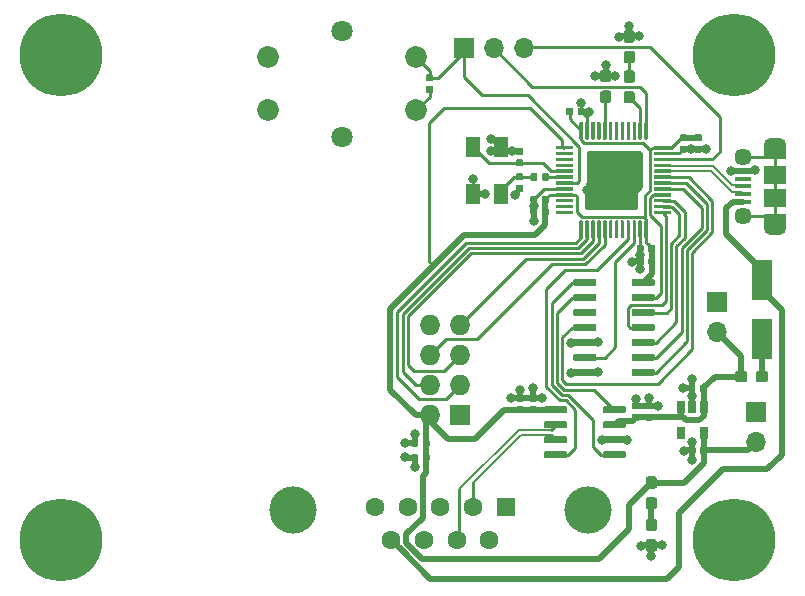
<source format=gbr>
G04 #@! TF.GenerationSoftware,KiCad,Pcbnew,5.1.4+dfsg1-1*
G04 #@! TF.CreationDate,2020-06-04T10:37:17+02:00*
G04 #@! TF.ProjectId,Telemetry,54656c65-6d65-4747-9279-2e6b69636164,rev?*
G04 #@! TF.SameCoordinates,Original*
G04 #@! TF.FileFunction,Copper,L1,Top*
G04 #@! TF.FilePolarity,Positive*
%FSLAX46Y46*%
G04 Gerber Fmt 4.6, Leading zero omitted, Abs format (unit mm)*
G04 Created by KiCad (PCBNEW 5.1.4+dfsg1-1) date 2020-06-04 10:37:17*
%MOMM*%
%LPD*%
G04 APERTURE LIST*
%ADD10C,0.100000*%
%ADD11C,0.590000*%
%ADD12R,1.200000X1.800000*%
%ADD13C,0.300000*%
%ADD14C,0.600000*%
%ADD15O,1.727200X1.727200*%
%ADD16R,1.727200X1.727200*%
%ADD17R,1.900000X1.200000*%
%ADD18O,1.900000X1.200000*%
%ADD19R,1.900000X1.500000*%
%ADD20C,1.450000*%
%ADD21R,1.350000X0.400000*%
%ADD22C,0.800000*%
%ADD23C,7.000000*%
%ADD24C,0.950000*%
%ADD25C,1.850000*%
%ADD26C,1.800000*%
%ADD27C,4.000000*%
%ADD28C,1.600000*%
%ADD29R,1.600000X1.600000*%
%ADD30O,1.700000X1.700000*%
%ADD31R,1.700000X1.700000*%
%ADD32R,1.800000X3.500000*%
%ADD33R,0.650000X1.060000*%
%ADD34C,0.250000*%
%ADD35C,0.500000*%
%ADD36C,0.200000*%
%ADD37C,0.254000*%
G04 APERTURE END LIST*
D10*
G36*
X227086958Y-133705710D02*
G01*
X227101276Y-133707834D01*
X227115317Y-133711351D01*
X227128946Y-133716228D01*
X227142031Y-133722417D01*
X227154447Y-133729858D01*
X227166073Y-133738481D01*
X227176798Y-133748202D01*
X227186519Y-133758927D01*
X227195142Y-133770553D01*
X227202583Y-133782969D01*
X227208772Y-133796054D01*
X227213649Y-133809683D01*
X227217166Y-133823724D01*
X227219290Y-133838042D01*
X227220000Y-133852500D01*
X227220000Y-134147500D01*
X227219290Y-134161958D01*
X227217166Y-134176276D01*
X227213649Y-134190317D01*
X227208772Y-134203946D01*
X227202583Y-134217031D01*
X227195142Y-134229447D01*
X227186519Y-134241073D01*
X227176798Y-134251798D01*
X227166073Y-134261519D01*
X227154447Y-134270142D01*
X227142031Y-134277583D01*
X227128946Y-134283772D01*
X227115317Y-134288649D01*
X227101276Y-134292166D01*
X227086958Y-134294290D01*
X227072500Y-134295000D01*
X226727500Y-134295000D01*
X226713042Y-134294290D01*
X226698724Y-134292166D01*
X226684683Y-134288649D01*
X226671054Y-134283772D01*
X226657969Y-134277583D01*
X226645553Y-134270142D01*
X226633927Y-134261519D01*
X226623202Y-134251798D01*
X226613481Y-134241073D01*
X226604858Y-134229447D01*
X226597417Y-134217031D01*
X226591228Y-134203946D01*
X226586351Y-134190317D01*
X226582834Y-134176276D01*
X226580710Y-134161958D01*
X226580000Y-134147500D01*
X226580000Y-133852500D01*
X226580710Y-133838042D01*
X226582834Y-133823724D01*
X226586351Y-133809683D01*
X226591228Y-133796054D01*
X226597417Y-133782969D01*
X226604858Y-133770553D01*
X226613481Y-133758927D01*
X226623202Y-133748202D01*
X226633927Y-133738481D01*
X226645553Y-133729858D01*
X226657969Y-133722417D01*
X226671054Y-133716228D01*
X226684683Y-133711351D01*
X226698724Y-133707834D01*
X226713042Y-133705710D01*
X226727500Y-133705000D01*
X227072500Y-133705000D01*
X227086958Y-133705710D01*
X227086958Y-133705710D01*
G37*
D11*
X226900000Y-134000000D03*
D10*
G36*
X227086958Y-132735710D02*
G01*
X227101276Y-132737834D01*
X227115317Y-132741351D01*
X227128946Y-132746228D01*
X227142031Y-132752417D01*
X227154447Y-132759858D01*
X227166073Y-132768481D01*
X227176798Y-132778202D01*
X227186519Y-132788927D01*
X227195142Y-132800553D01*
X227202583Y-132812969D01*
X227208772Y-132826054D01*
X227213649Y-132839683D01*
X227217166Y-132853724D01*
X227219290Y-132868042D01*
X227220000Y-132882500D01*
X227220000Y-133177500D01*
X227219290Y-133191958D01*
X227217166Y-133206276D01*
X227213649Y-133220317D01*
X227208772Y-133233946D01*
X227202583Y-133247031D01*
X227195142Y-133259447D01*
X227186519Y-133271073D01*
X227176798Y-133281798D01*
X227166073Y-133291519D01*
X227154447Y-133300142D01*
X227142031Y-133307583D01*
X227128946Y-133313772D01*
X227115317Y-133318649D01*
X227101276Y-133322166D01*
X227086958Y-133324290D01*
X227072500Y-133325000D01*
X226727500Y-133325000D01*
X226713042Y-133324290D01*
X226698724Y-133322166D01*
X226684683Y-133318649D01*
X226671054Y-133313772D01*
X226657969Y-133307583D01*
X226645553Y-133300142D01*
X226633927Y-133291519D01*
X226623202Y-133281798D01*
X226613481Y-133271073D01*
X226604858Y-133259447D01*
X226597417Y-133247031D01*
X226591228Y-133233946D01*
X226586351Y-133220317D01*
X226582834Y-133206276D01*
X226580710Y-133191958D01*
X226580000Y-133177500D01*
X226580000Y-132882500D01*
X226580710Y-132868042D01*
X226582834Y-132853724D01*
X226586351Y-132839683D01*
X226591228Y-132826054D01*
X226597417Y-132812969D01*
X226604858Y-132800553D01*
X226613481Y-132788927D01*
X226623202Y-132778202D01*
X226633927Y-132768481D01*
X226645553Y-132759858D01*
X226657969Y-132752417D01*
X226671054Y-132746228D01*
X226684683Y-132741351D01*
X226698724Y-132737834D01*
X226713042Y-132735710D01*
X226727500Y-132735000D01*
X227072500Y-132735000D01*
X227086958Y-132735710D01*
X227086958Y-132735710D01*
G37*
D11*
X226900000Y-133030000D03*
D10*
G36*
X228186958Y-133705710D02*
G01*
X228201276Y-133707834D01*
X228215317Y-133711351D01*
X228228946Y-133716228D01*
X228242031Y-133722417D01*
X228254447Y-133729858D01*
X228266073Y-133738481D01*
X228276798Y-133748202D01*
X228286519Y-133758927D01*
X228295142Y-133770553D01*
X228302583Y-133782969D01*
X228308772Y-133796054D01*
X228313649Y-133809683D01*
X228317166Y-133823724D01*
X228319290Y-133838042D01*
X228320000Y-133852500D01*
X228320000Y-134147500D01*
X228319290Y-134161958D01*
X228317166Y-134176276D01*
X228313649Y-134190317D01*
X228308772Y-134203946D01*
X228302583Y-134217031D01*
X228295142Y-134229447D01*
X228286519Y-134241073D01*
X228276798Y-134251798D01*
X228266073Y-134261519D01*
X228254447Y-134270142D01*
X228242031Y-134277583D01*
X228228946Y-134283772D01*
X228215317Y-134288649D01*
X228201276Y-134292166D01*
X228186958Y-134294290D01*
X228172500Y-134295000D01*
X227827500Y-134295000D01*
X227813042Y-134294290D01*
X227798724Y-134292166D01*
X227784683Y-134288649D01*
X227771054Y-134283772D01*
X227757969Y-134277583D01*
X227745553Y-134270142D01*
X227733927Y-134261519D01*
X227723202Y-134251798D01*
X227713481Y-134241073D01*
X227704858Y-134229447D01*
X227697417Y-134217031D01*
X227691228Y-134203946D01*
X227686351Y-134190317D01*
X227682834Y-134176276D01*
X227680710Y-134161958D01*
X227680000Y-134147500D01*
X227680000Y-133852500D01*
X227680710Y-133838042D01*
X227682834Y-133823724D01*
X227686351Y-133809683D01*
X227691228Y-133796054D01*
X227697417Y-133782969D01*
X227704858Y-133770553D01*
X227713481Y-133758927D01*
X227723202Y-133748202D01*
X227733927Y-133738481D01*
X227745553Y-133729858D01*
X227757969Y-133722417D01*
X227771054Y-133716228D01*
X227784683Y-133711351D01*
X227798724Y-133707834D01*
X227813042Y-133705710D01*
X227827500Y-133705000D01*
X228172500Y-133705000D01*
X228186958Y-133705710D01*
X228186958Y-133705710D01*
G37*
D11*
X228000000Y-134000000D03*
D10*
G36*
X228186958Y-132735710D02*
G01*
X228201276Y-132737834D01*
X228215317Y-132741351D01*
X228228946Y-132746228D01*
X228242031Y-132752417D01*
X228254447Y-132759858D01*
X228266073Y-132768481D01*
X228276798Y-132778202D01*
X228286519Y-132788927D01*
X228295142Y-132800553D01*
X228302583Y-132812969D01*
X228308772Y-132826054D01*
X228313649Y-132839683D01*
X228317166Y-132853724D01*
X228319290Y-132868042D01*
X228320000Y-132882500D01*
X228320000Y-133177500D01*
X228319290Y-133191958D01*
X228317166Y-133206276D01*
X228313649Y-133220317D01*
X228308772Y-133233946D01*
X228302583Y-133247031D01*
X228295142Y-133259447D01*
X228286519Y-133271073D01*
X228276798Y-133281798D01*
X228266073Y-133291519D01*
X228254447Y-133300142D01*
X228242031Y-133307583D01*
X228228946Y-133313772D01*
X228215317Y-133318649D01*
X228201276Y-133322166D01*
X228186958Y-133324290D01*
X228172500Y-133325000D01*
X227827500Y-133325000D01*
X227813042Y-133324290D01*
X227798724Y-133322166D01*
X227784683Y-133318649D01*
X227771054Y-133313772D01*
X227757969Y-133307583D01*
X227745553Y-133300142D01*
X227733927Y-133291519D01*
X227723202Y-133281798D01*
X227713481Y-133271073D01*
X227704858Y-133259447D01*
X227697417Y-133247031D01*
X227691228Y-133233946D01*
X227686351Y-133220317D01*
X227682834Y-133206276D01*
X227680710Y-133191958D01*
X227680000Y-133177500D01*
X227680000Y-132882500D01*
X227680710Y-132868042D01*
X227682834Y-132853724D01*
X227686351Y-132839683D01*
X227691228Y-132826054D01*
X227697417Y-132812969D01*
X227704858Y-132800553D01*
X227713481Y-132788927D01*
X227723202Y-132778202D01*
X227733927Y-132768481D01*
X227745553Y-132759858D01*
X227757969Y-132752417D01*
X227771054Y-132746228D01*
X227784683Y-132741351D01*
X227798724Y-132737834D01*
X227813042Y-132735710D01*
X227827500Y-132735000D01*
X228172500Y-132735000D01*
X228186958Y-132735710D01*
X228186958Y-132735710D01*
G37*
D11*
X228000000Y-133030000D03*
D10*
G36*
X236886958Y-134355710D02*
G01*
X236901276Y-134357834D01*
X236915317Y-134361351D01*
X236928946Y-134366228D01*
X236942031Y-134372417D01*
X236954447Y-134379858D01*
X236966073Y-134388481D01*
X236976798Y-134398202D01*
X236986519Y-134408927D01*
X236995142Y-134420553D01*
X237002583Y-134432969D01*
X237008772Y-134446054D01*
X237013649Y-134459683D01*
X237017166Y-134473724D01*
X237019290Y-134488042D01*
X237020000Y-134502500D01*
X237020000Y-134797500D01*
X237019290Y-134811958D01*
X237017166Y-134826276D01*
X237013649Y-134840317D01*
X237008772Y-134853946D01*
X237002583Y-134867031D01*
X236995142Y-134879447D01*
X236986519Y-134891073D01*
X236976798Y-134901798D01*
X236966073Y-134911519D01*
X236954447Y-134920142D01*
X236942031Y-134927583D01*
X236928946Y-134933772D01*
X236915317Y-134938649D01*
X236901276Y-134942166D01*
X236886958Y-134944290D01*
X236872500Y-134945000D01*
X236527500Y-134945000D01*
X236513042Y-134944290D01*
X236498724Y-134942166D01*
X236484683Y-134938649D01*
X236471054Y-134933772D01*
X236457969Y-134927583D01*
X236445553Y-134920142D01*
X236433927Y-134911519D01*
X236423202Y-134901798D01*
X236413481Y-134891073D01*
X236404858Y-134879447D01*
X236397417Y-134867031D01*
X236391228Y-134853946D01*
X236386351Y-134840317D01*
X236382834Y-134826276D01*
X236380710Y-134811958D01*
X236380000Y-134797500D01*
X236380000Y-134502500D01*
X236380710Y-134488042D01*
X236382834Y-134473724D01*
X236386351Y-134459683D01*
X236391228Y-134446054D01*
X236397417Y-134432969D01*
X236404858Y-134420553D01*
X236413481Y-134408927D01*
X236423202Y-134398202D01*
X236433927Y-134388481D01*
X236445553Y-134379858D01*
X236457969Y-134372417D01*
X236471054Y-134366228D01*
X236484683Y-134361351D01*
X236498724Y-134357834D01*
X236513042Y-134355710D01*
X236527500Y-134355000D01*
X236872500Y-134355000D01*
X236886958Y-134355710D01*
X236886958Y-134355710D01*
G37*
D11*
X236700000Y-134650000D03*
D10*
G36*
X236886958Y-133385710D02*
G01*
X236901276Y-133387834D01*
X236915317Y-133391351D01*
X236928946Y-133396228D01*
X236942031Y-133402417D01*
X236954447Y-133409858D01*
X236966073Y-133418481D01*
X236976798Y-133428202D01*
X236986519Y-133438927D01*
X236995142Y-133450553D01*
X237002583Y-133462969D01*
X237008772Y-133476054D01*
X237013649Y-133489683D01*
X237017166Y-133503724D01*
X237019290Y-133518042D01*
X237020000Y-133532500D01*
X237020000Y-133827500D01*
X237019290Y-133841958D01*
X237017166Y-133856276D01*
X237013649Y-133870317D01*
X237008772Y-133883946D01*
X237002583Y-133897031D01*
X236995142Y-133909447D01*
X236986519Y-133921073D01*
X236976798Y-133931798D01*
X236966073Y-133941519D01*
X236954447Y-133950142D01*
X236942031Y-133957583D01*
X236928946Y-133963772D01*
X236915317Y-133968649D01*
X236901276Y-133972166D01*
X236886958Y-133974290D01*
X236872500Y-133975000D01*
X236527500Y-133975000D01*
X236513042Y-133974290D01*
X236498724Y-133972166D01*
X236484683Y-133968649D01*
X236471054Y-133963772D01*
X236457969Y-133957583D01*
X236445553Y-133950142D01*
X236433927Y-133941519D01*
X236423202Y-133931798D01*
X236413481Y-133921073D01*
X236404858Y-133909447D01*
X236397417Y-133897031D01*
X236391228Y-133883946D01*
X236386351Y-133870317D01*
X236382834Y-133856276D01*
X236380710Y-133841958D01*
X236380000Y-133827500D01*
X236380000Y-133532500D01*
X236380710Y-133518042D01*
X236382834Y-133503724D01*
X236386351Y-133489683D01*
X236391228Y-133476054D01*
X236397417Y-133462969D01*
X236404858Y-133450553D01*
X236413481Y-133438927D01*
X236423202Y-133428202D01*
X236433927Y-133418481D01*
X236445553Y-133409858D01*
X236457969Y-133402417D01*
X236471054Y-133396228D01*
X236484683Y-133391351D01*
X236498724Y-133387834D01*
X236513042Y-133385710D01*
X236527500Y-133385000D01*
X236872500Y-133385000D01*
X236886958Y-133385710D01*
X236886958Y-133385710D01*
G37*
D11*
X236700000Y-133680000D03*
D10*
G36*
X238036958Y-134340710D02*
G01*
X238051276Y-134342834D01*
X238065317Y-134346351D01*
X238078946Y-134351228D01*
X238092031Y-134357417D01*
X238104447Y-134364858D01*
X238116073Y-134373481D01*
X238126798Y-134383202D01*
X238136519Y-134393927D01*
X238145142Y-134405553D01*
X238152583Y-134417969D01*
X238158772Y-134431054D01*
X238163649Y-134444683D01*
X238167166Y-134458724D01*
X238169290Y-134473042D01*
X238170000Y-134487500D01*
X238170000Y-134782500D01*
X238169290Y-134796958D01*
X238167166Y-134811276D01*
X238163649Y-134825317D01*
X238158772Y-134838946D01*
X238152583Y-134852031D01*
X238145142Y-134864447D01*
X238136519Y-134876073D01*
X238126798Y-134886798D01*
X238116073Y-134896519D01*
X238104447Y-134905142D01*
X238092031Y-134912583D01*
X238078946Y-134918772D01*
X238065317Y-134923649D01*
X238051276Y-134927166D01*
X238036958Y-134929290D01*
X238022500Y-134930000D01*
X237677500Y-134930000D01*
X237663042Y-134929290D01*
X237648724Y-134927166D01*
X237634683Y-134923649D01*
X237621054Y-134918772D01*
X237607969Y-134912583D01*
X237595553Y-134905142D01*
X237583927Y-134896519D01*
X237573202Y-134886798D01*
X237563481Y-134876073D01*
X237554858Y-134864447D01*
X237547417Y-134852031D01*
X237541228Y-134838946D01*
X237536351Y-134825317D01*
X237532834Y-134811276D01*
X237530710Y-134796958D01*
X237530000Y-134782500D01*
X237530000Y-134487500D01*
X237530710Y-134473042D01*
X237532834Y-134458724D01*
X237536351Y-134444683D01*
X237541228Y-134431054D01*
X237547417Y-134417969D01*
X237554858Y-134405553D01*
X237563481Y-134393927D01*
X237573202Y-134383202D01*
X237583927Y-134373481D01*
X237595553Y-134364858D01*
X237607969Y-134357417D01*
X237621054Y-134351228D01*
X237634683Y-134346351D01*
X237648724Y-134342834D01*
X237663042Y-134340710D01*
X237677500Y-134340000D01*
X238022500Y-134340000D01*
X238036958Y-134340710D01*
X238036958Y-134340710D01*
G37*
D11*
X237850000Y-134635000D03*
D10*
G36*
X238036958Y-133370710D02*
G01*
X238051276Y-133372834D01*
X238065317Y-133376351D01*
X238078946Y-133381228D01*
X238092031Y-133387417D01*
X238104447Y-133394858D01*
X238116073Y-133403481D01*
X238126798Y-133413202D01*
X238136519Y-133423927D01*
X238145142Y-133435553D01*
X238152583Y-133447969D01*
X238158772Y-133461054D01*
X238163649Y-133474683D01*
X238167166Y-133488724D01*
X238169290Y-133503042D01*
X238170000Y-133517500D01*
X238170000Y-133812500D01*
X238169290Y-133826958D01*
X238167166Y-133841276D01*
X238163649Y-133855317D01*
X238158772Y-133868946D01*
X238152583Y-133882031D01*
X238145142Y-133894447D01*
X238136519Y-133906073D01*
X238126798Y-133916798D01*
X238116073Y-133926519D01*
X238104447Y-133935142D01*
X238092031Y-133942583D01*
X238078946Y-133948772D01*
X238065317Y-133953649D01*
X238051276Y-133957166D01*
X238036958Y-133959290D01*
X238022500Y-133960000D01*
X237677500Y-133960000D01*
X237663042Y-133959290D01*
X237648724Y-133957166D01*
X237634683Y-133953649D01*
X237621054Y-133948772D01*
X237607969Y-133942583D01*
X237595553Y-133935142D01*
X237583927Y-133926519D01*
X237573202Y-133916798D01*
X237563481Y-133906073D01*
X237554858Y-133894447D01*
X237547417Y-133882031D01*
X237541228Y-133868946D01*
X237536351Y-133855317D01*
X237532834Y-133841276D01*
X237530710Y-133826958D01*
X237530000Y-133812500D01*
X237530000Y-133517500D01*
X237530710Y-133503042D01*
X237532834Y-133488724D01*
X237536351Y-133474683D01*
X237541228Y-133461054D01*
X237547417Y-133447969D01*
X237554858Y-133435553D01*
X237563481Y-133423927D01*
X237573202Y-133413202D01*
X237583927Y-133403481D01*
X237595553Y-133394858D01*
X237607969Y-133387417D01*
X237621054Y-133381228D01*
X237634683Y-133376351D01*
X237648724Y-133372834D01*
X237663042Y-133370710D01*
X237677500Y-133370000D01*
X238022500Y-133370000D01*
X238036958Y-133370710D01*
X238036958Y-133370710D01*
G37*
D11*
X237850000Y-133665000D03*
D10*
G36*
X219111958Y-136505710D02*
G01*
X219126276Y-136507834D01*
X219140317Y-136511351D01*
X219153946Y-136516228D01*
X219167031Y-136522417D01*
X219179447Y-136529858D01*
X219191073Y-136538481D01*
X219201798Y-136548202D01*
X219211519Y-136558927D01*
X219220142Y-136570553D01*
X219227583Y-136582969D01*
X219233772Y-136596054D01*
X219238649Y-136609683D01*
X219242166Y-136623724D01*
X219244290Y-136638042D01*
X219245000Y-136652500D01*
X219245000Y-136997500D01*
X219244290Y-137011958D01*
X219242166Y-137026276D01*
X219238649Y-137040317D01*
X219233772Y-137053946D01*
X219227583Y-137067031D01*
X219220142Y-137079447D01*
X219211519Y-137091073D01*
X219201798Y-137101798D01*
X219191073Y-137111519D01*
X219179447Y-137120142D01*
X219167031Y-137127583D01*
X219153946Y-137133772D01*
X219140317Y-137138649D01*
X219126276Y-137142166D01*
X219111958Y-137144290D01*
X219097500Y-137145000D01*
X218802500Y-137145000D01*
X218788042Y-137144290D01*
X218773724Y-137142166D01*
X218759683Y-137138649D01*
X218746054Y-137133772D01*
X218732969Y-137127583D01*
X218720553Y-137120142D01*
X218708927Y-137111519D01*
X218698202Y-137101798D01*
X218688481Y-137091073D01*
X218679858Y-137079447D01*
X218672417Y-137067031D01*
X218666228Y-137053946D01*
X218661351Y-137040317D01*
X218657834Y-137026276D01*
X218655710Y-137011958D01*
X218655000Y-136997500D01*
X218655000Y-136652500D01*
X218655710Y-136638042D01*
X218657834Y-136623724D01*
X218661351Y-136609683D01*
X218666228Y-136596054D01*
X218672417Y-136582969D01*
X218679858Y-136570553D01*
X218688481Y-136558927D01*
X218698202Y-136548202D01*
X218708927Y-136538481D01*
X218720553Y-136529858D01*
X218732969Y-136522417D01*
X218746054Y-136516228D01*
X218759683Y-136511351D01*
X218773724Y-136507834D01*
X218788042Y-136505710D01*
X218802500Y-136505000D01*
X219097500Y-136505000D01*
X219111958Y-136505710D01*
X219111958Y-136505710D01*
G37*
D11*
X218950000Y-136825000D03*
D10*
G36*
X218141958Y-136505710D02*
G01*
X218156276Y-136507834D01*
X218170317Y-136511351D01*
X218183946Y-136516228D01*
X218197031Y-136522417D01*
X218209447Y-136529858D01*
X218221073Y-136538481D01*
X218231798Y-136548202D01*
X218241519Y-136558927D01*
X218250142Y-136570553D01*
X218257583Y-136582969D01*
X218263772Y-136596054D01*
X218268649Y-136609683D01*
X218272166Y-136623724D01*
X218274290Y-136638042D01*
X218275000Y-136652500D01*
X218275000Y-136997500D01*
X218274290Y-137011958D01*
X218272166Y-137026276D01*
X218268649Y-137040317D01*
X218263772Y-137053946D01*
X218257583Y-137067031D01*
X218250142Y-137079447D01*
X218241519Y-137091073D01*
X218231798Y-137101798D01*
X218221073Y-137111519D01*
X218209447Y-137120142D01*
X218197031Y-137127583D01*
X218183946Y-137133772D01*
X218170317Y-137138649D01*
X218156276Y-137142166D01*
X218141958Y-137144290D01*
X218127500Y-137145000D01*
X217832500Y-137145000D01*
X217818042Y-137144290D01*
X217803724Y-137142166D01*
X217789683Y-137138649D01*
X217776054Y-137133772D01*
X217762969Y-137127583D01*
X217750553Y-137120142D01*
X217738927Y-137111519D01*
X217728202Y-137101798D01*
X217718481Y-137091073D01*
X217709858Y-137079447D01*
X217702417Y-137067031D01*
X217696228Y-137053946D01*
X217691351Y-137040317D01*
X217687834Y-137026276D01*
X217685710Y-137011958D01*
X217685000Y-136997500D01*
X217685000Y-136652500D01*
X217685710Y-136638042D01*
X217687834Y-136623724D01*
X217691351Y-136609683D01*
X217696228Y-136596054D01*
X217702417Y-136582969D01*
X217709858Y-136570553D01*
X217718481Y-136558927D01*
X217728202Y-136548202D01*
X217738927Y-136538481D01*
X217750553Y-136529858D01*
X217762969Y-136522417D01*
X217776054Y-136516228D01*
X217789683Y-136511351D01*
X217803724Y-136507834D01*
X217818042Y-136505710D01*
X217832500Y-136505000D01*
X218127500Y-136505000D01*
X218141958Y-136505710D01*
X218141958Y-136505710D01*
G37*
D11*
X217980000Y-136825000D03*
D10*
G36*
X219111958Y-137755710D02*
G01*
X219126276Y-137757834D01*
X219140317Y-137761351D01*
X219153946Y-137766228D01*
X219167031Y-137772417D01*
X219179447Y-137779858D01*
X219191073Y-137788481D01*
X219201798Y-137798202D01*
X219211519Y-137808927D01*
X219220142Y-137820553D01*
X219227583Y-137832969D01*
X219233772Y-137846054D01*
X219238649Y-137859683D01*
X219242166Y-137873724D01*
X219244290Y-137888042D01*
X219245000Y-137902500D01*
X219245000Y-138247500D01*
X219244290Y-138261958D01*
X219242166Y-138276276D01*
X219238649Y-138290317D01*
X219233772Y-138303946D01*
X219227583Y-138317031D01*
X219220142Y-138329447D01*
X219211519Y-138341073D01*
X219201798Y-138351798D01*
X219191073Y-138361519D01*
X219179447Y-138370142D01*
X219167031Y-138377583D01*
X219153946Y-138383772D01*
X219140317Y-138388649D01*
X219126276Y-138392166D01*
X219111958Y-138394290D01*
X219097500Y-138395000D01*
X218802500Y-138395000D01*
X218788042Y-138394290D01*
X218773724Y-138392166D01*
X218759683Y-138388649D01*
X218746054Y-138383772D01*
X218732969Y-138377583D01*
X218720553Y-138370142D01*
X218708927Y-138361519D01*
X218698202Y-138351798D01*
X218688481Y-138341073D01*
X218679858Y-138329447D01*
X218672417Y-138317031D01*
X218666228Y-138303946D01*
X218661351Y-138290317D01*
X218657834Y-138276276D01*
X218655710Y-138261958D01*
X218655000Y-138247500D01*
X218655000Y-137902500D01*
X218655710Y-137888042D01*
X218657834Y-137873724D01*
X218661351Y-137859683D01*
X218666228Y-137846054D01*
X218672417Y-137832969D01*
X218679858Y-137820553D01*
X218688481Y-137808927D01*
X218698202Y-137798202D01*
X218708927Y-137788481D01*
X218720553Y-137779858D01*
X218732969Y-137772417D01*
X218746054Y-137766228D01*
X218759683Y-137761351D01*
X218773724Y-137757834D01*
X218788042Y-137755710D01*
X218802500Y-137755000D01*
X219097500Y-137755000D01*
X219111958Y-137755710D01*
X219111958Y-137755710D01*
G37*
D11*
X218950000Y-138075000D03*
D10*
G36*
X218141958Y-137755710D02*
G01*
X218156276Y-137757834D01*
X218170317Y-137761351D01*
X218183946Y-137766228D01*
X218197031Y-137772417D01*
X218209447Y-137779858D01*
X218221073Y-137788481D01*
X218231798Y-137798202D01*
X218241519Y-137808927D01*
X218250142Y-137820553D01*
X218257583Y-137832969D01*
X218263772Y-137846054D01*
X218268649Y-137859683D01*
X218272166Y-137873724D01*
X218274290Y-137888042D01*
X218275000Y-137902500D01*
X218275000Y-138247500D01*
X218274290Y-138261958D01*
X218272166Y-138276276D01*
X218268649Y-138290317D01*
X218263772Y-138303946D01*
X218257583Y-138317031D01*
X218250142Y-138329447D01*
X218241519Y-138341073D01*
X218231798Y-138351798D01*
X218221073Y-138361519D01*
X218209447Y-138370142D01*
X218197031Y-138377583D01*
X218183946Y-138383772D01*
X218170317Y-138388649D01*
X218156276Y-138392166D01*
X218141958Y-138394290D01*
X218127500Y-138395000D01*
X217832500Y-138395000D01*
X217818042Y-138394290D01*
X217803724Y-138392166D01*
X217789683Y-138388649D01*
X217776054Y-138383772D01*
X217762969Y-138377583D01*
X217750553Y-138370142D01*
X217738927Y-138361519D01*
X217728202Y-138351798D01*
X217718481Y-138341073D01*
X217709858Y-138329447D01*
X217702417Y-138317031D01*
X217696228Y-138303946D01*
X217691351Y-138290317D01*
X217687834Y-138276276D01*
X217685710Y-138261958D01*
X217685000Y-138247500D01*
X217685000Y-137902500D01*
X217685710Y-137888042D01*
X217687834Y-137873724D01*
X217691351Y-137859683D01*
X217696228Y-137846054D01*
X217702417Y-137832969D01*
X217709858Y-137820553D01*
X217718481Y-137808927D01*
X217728202Y-137798202D01*
X217738927Y-137788481D01*
X217750553Y-137779858D01*
X217762969Y-137772417D01*
X217776054Y-137766228D01*
X217789683Y-137761351D01*
X217803724Y-137757834D01*
X217818042Y-137755710D01*
X217832500Y-137755000D01*
X218127500Y-137755000D01*
X218141958Y-137755710D01*
X218141958Y-137755710D01*
G37*
D11*
X217980000Y-138075000D03*
D12*
X222900000Y-111750000D03*
X222900000Y-115750000D03*
X225300000Y-115750000D03*
X225300000Y-111750000D03*
D10*
G36*
X232160351Y-109659861D02*
G01*
X232167632Y-109660941D01*
X232174771Y-109662729D01*
X232181701Y-109665209D01*
X232188355Y-109668356D01*
X232194668Y-109672140D01*
X232200579Y-109676524D01*
X232206033Y-109681467D01*
X232210976Y-109686921D01*
X232215360Y-109692832D01*
X232219144Y-109699145D01*
X232222291Y-109705799D01*
X232224771Y-109712729D01*
X232226559Y-109719868D01*
X232227639Y-109727149D01*
X232228000Y-109734500D01*
X232228000Y-111059500D01*
X232227639Y-111066851D01*
X232226559Y-111074132D01*
X232224771Y-111081271D01*
X232222291Y-111088201D01*
X232219144Y-111094855D01*
X232215360Y-111101168D01*
X232210976Y-111107079D01*
X232206033Y-111112533D01*
X232200579Y-111117476D01*
X232194668Y-111121860D01*
X232188355Y-111125644D01*
X232181701Y-111128791D01*
X232174771Y-111131271D01*
X232167632Y-111133059D01*
X232160351Y-111134139D01*
X232153000Y-111134500D01*
X232003000Y-111134500D01*
X231995649Y-111134139D01*
X231988368Y-111133059D01*
X231981229Y-111131271D01*
X231974299Y-111128791D01*
X231967645Y-111125644D01*
X231961332Y-111121860D01*
X231955421Y-111117476D01*
X231949967Y-111112533D01*
X231945024Y-111107079D01*
X231940640Y-111101168D01*
X231936856Y-111094855D01*
X231933709Y-111088201D01*
X231931229Y-111081271D01*
X231929441Y-111074132D01*
X231928361Y-111066851D01*
X231928000Y-111059500D01*
X231928000Y-109734500D01*
X231928361Y-109727149D01*
X231929441Y-109719868D01*
X231931229Y-109712729D01*
X231933709Y-109705799D01*
X231936856Y-109699145D01*
X231940640Y-109692832D01*
X231945024Y-109686921D01*
X231949967Y-109681467D01*
X231955421Y-109676524D01*
X231961332Y-109672140D01*
X231967645Y-109668356D01*
X231974299Y-109665209D01*
X231981229Y-109662729D01*
X231988368Y-109660941D01*
X231995649Y-109659861D01*
X232003000Y-109659500D01*
X232153000Y-109659500D01*
X232160351Y-109659861D01*
X232160351Y-109659861D01*
G37*
D13*
X232078000Y-110397000D03*
D10*
G36*
X232660351Y-109659861D02*
G01*
X232667632Y-109660941D01*
X232674771Y-109662729D01*
X232681701Y-109665209D01*
X232688355Y-109668356D01*
X232694668Y-109672140D01*
X232700579Y-109676524D01*
X232706033Y-109681467D01*
X232710976Y-109686921D01*
X232715360Y-109692832D01*
X232719144Y-109699145D01*
X232722291Y-109705799D01*
X232724771Y-109712729D01*
X232726559Y-109719868D01*
X232727639Y-109727149D01*
X232728000Y-109734500D01*
X232728000Y-111059500D01*
X232727639Y-111066851D01*
X232726559Y-111074132D01*
X232724771Y-111081271D01*
X232722291Y-111088201D01*
X232719144Y-111094855D01*
X232715360Y-111101168D01*
X232710976Y-111107079D01*
X232706033Y-111112533D01*
X232700579Y-111117476D01*
X232694668Y-111121860D01*
X232688355Y-111125644D01*
X232681701Y-111128791D01*
X232674771Y-111131271D01*
X232667632Y-111133059D01*
X232660351Y-111134139D01*
X232653000Y-111134500D01*
X232503000Y-111134500D01*
X232495649Y-111134139D01*
X232488368Y-111133059D01*
X232481229Y-111131271D01*
X232474299Y-111128791D01*
X232467645Y-111125644D01*
X232461332Y-111121860D01*
X232455421Y-111117476D01*
X232449967Y-111112533D01*
X232445024Y-111107079D01*
X232440640Y-111101168D01*
X232436856Y-111094855D01*
X232433709Y-111088201D01*
X232431229Y-111081271D01*
X232429441Y-111074132D01*
X232428361Y-111066851D01*
X232428000Y-111059500D01*
X232428000Y-109734500D01*
X232428361Y-109727149D01*
X232429441Y-109719868D01*
X232431229Y-109712729D01*
X232433709Y-109705799D01*
X232436856Y-109699145D01*
X232440640Y-109692832D01*
X232445024Y-109686921D01*
X232449967Y-109681467D01*
X232455421Y-109676524D01*
X232461332Y-109672140D01*
X232467645Y-109668356D01*
X232474299Y-109665209D01*
X232481229Y-109662729D01*
X232488368Y-109660941D01*
X232495649Y-109659861D01*
X232503000Y-109659500D01*
X232653000Y-109659500D01*
X232660351Y-109659861D01*
X232660351Y-109659861D01*
G37*
D13*
X232578000Y-110397000D03*
D10*
G36*
X233160351Y-109659861D02*
G01*
X233167632Y-109660941D01*
X233174771Y-109662729D01*
X233181701Y-109665209D01*
X233188355Y-109668356D01*
X233194668Y-109672140D01*
X233200579Y-109676524D01*
X233206033Y-109681467D01*
X233210976Y-109686921D01*
X233215360Y-109692832D01*
X233219144Y-109699145D01*
X233222291Y-109705799D01*
X233224771Y-109712729D01*
X233226559Y-109719868D01*
X233227639Y-109727149D01*
X233228000Y-109734500D01*
X233228000Y-111059500D01*
X233227639Y-111066851D01*
X233226559Y-111074132D01*
X233224771Y-111081271D01*
X233222291Y-111088201D01*
X233219144Y-111094855D01*
X233215360Y-111101168D01*
X233210976Y-111107079D01*
X233206033Y-111112533D01*
X233200579Y-111117476D01*
X233194668Y-111121860D01*
X233188355Y-111125644D01*
X233181701Y-111128791D01*
X233174771Y-111131271D01*
X233167632Y-111133059D01*
X233160351Y-111134139D01*
X233153000Y-111134500D01*
X233003000Y-111134500D01*
X232995649Y-111134139D01*
X232988368Y-111133059D01*
X232981229Y-111131271D01*
X232974299Y-111128791D01*
X232967645Y-111125644D01*
X232961332Y-111121860D01*
X232955421Y-111117476D01*
X232949967Y-111112533D01*
X232945024Y-111107079D01*
X232940640Y-111101168D01*
X232936856Y-111094855D01*
X232933709Y-111088201D01*
X232931229Y-111081271D01*
X232929441Y-111074132D01*
X232928361Y-111066851D01*
X232928000Y-111059500D01*
X232928000Y-109734500D01*
X232928361Y-109727149D01*
X232929441Y-109719868D01*
X232931229Y-109712729D01*
X232933709Y-109705799D01*
X232936856Y-109699145D01*
X232940640Y-109692832D01*
X232945024Y-109686921D01*
X232949967Y-109681467D01*
X232955421Y-109676524D01*
X232961332Y-109672140D01*
X232967645Y-109668356D01*
X232974299Y-109665209D01*
X232981229Y-109662729D01*
X232988368Y-109660941D01*
X232995649Y-109659861D01*
X233003000Y-109659500D01*
X233153000Y-109659500D01*
X233160351Y-109659861D01*
X233160351Y-109659861D01*
G37*
D13*
X233078000Y-110397000D03*
D10*
G36*
X233660351Y-109659861D02*
G01*
X233667632Y-109660941D01*
X233674771Y-109662729D01*
X233681701Y-109665209D01*
X233688355Y-109668356D01*
X233694668Y-109672140D01*
X233700579Y-109676524D01*
X233706033Y-109681467D01*
X233710976Y-109686921D01*
X233715360Y-109692832D01*
X233719144Y-109699145D01*
X233722291Y-109705799D01*
X233724771Y-109712729D01*
X233726559Y-109719868D01*
X233727639Y-109727149D01*
X233728000Y-109734500D01*
X233728000Y-111059500D01*
X233727639Y-111066851D01*
X233726559Y-111074132D01*
X233724771Y-111081271D01*
X233722291Y-111088201D01*
X233719144Y-111094855D01*
X233715360Y-111101168D01*
X233710976Y-111107079D01*
X233706033Y-111112533D01*
X233700579Y-111117476D01*
X233694668Y-111121860D01*
X233688355Y-111125644D01*
X233681701Y-111128791D01*
X233674771Y-111131271D01*
X233667632Y-111133059D01*
X233660351Y-111134139D01*
X233653000Y-111134500D01*
X233503000Y-111134500D01*
X233495649Y-111134139D01*
X233488368Y-111133059D01*
X233481229Y-111131271D01*
X233474299Y-111128791D01*
X233467645Y-111125644D01*
X233461332Y-111121860D01*
X233455421Y-111117476D01*
X233449967Y-111112533D01*
X233445024Y-111107079D01*
X233440640Y-111101168D01*
X233436856Y-111094855D01*
X233433709Y-111088201D01*
X233431229Y-111081271D01*
X233429441Y-111074132D01*
X233428361Y-111066851D01*
X233428000Y-111059500D01*
X233428000Y-109734500D01*
X233428361Y-109727149D01*
X233429441Y-109719868D01*
X233431229Y-109712729D01*
X233433709Y-109705799D01*
X233436856Y-109699145D01*
X233440640Y-109692832D01*
X233445024Y-109686921D01*
X233449967Y-109681467D01*
X233455421Y-109676524D01*
X233461332Y-109672140D01*
X233467645Y-109668356D01*
X233474299Y-109665209D01*
X233481229Y-109662729D01*
X233488368Y-109660941D01*
X233495649Y-109659861D01*
X233503000Y-109659500D01*
X233653000Y-109659500D01*
X233660351Y-109659861D01*
X233660351Y-109659861D01*
G37*
D13*
X233578000Y-110397000D03*
D10*
G36*
X234160351Y-109659861D02*
G01*
X234167632Y-109660941D01*
X234174771Y-109662729D01*
X234181701Y-109665209D01*
X234188355Y-109668356D01*
X234194668Y-109672140D01*
X234200579Y-109676524D01*
X234206033Y-109681467D01*
X234210976Y-109686921D01*
X234215360Y-109692832D01*
X234219144Y-109699145D01*
X234222291Y-109705799D01*
X234224771Y-109712729D01*
X234226559Y-109719868D01*
X234227639Y-109727149D01*
X234228000Y-109734500D01*
X234228000Y-111059500D01*
X234227639Y-111066851D01*
X234226559Y-111074132D01*
X234224771Y-111081271D01*
X234222291Y-111088201D01*
X234219144Y-111094855D01*
X234215360Y-111101168D01*
X234210976Y-111107079D01*
X234206033Y-111112533D01*
X234200579Y-111117476D01*
X234194668Y-111121860D01*
X234188355Y-111125644D01*
X234181701Y-111128791D01*
X234174771Y-111131271D01*
X234167632Y-111133059D01*
X234160351Y-111134139D01*
X234153000Y-111134500D01*
X234003000Y-111134500D01*
X233995649Y-111134139D01*
X233988368Y-111133059D01*
X233981229Y-111131271D01*
X233974299Y-111128791D01*
X233967645Y-111125644D01*
X233961332Y-111121860D01*
X233955421Y-111117476D01*
X233949967Y-111112533D01*
X233945024Y-111107079D01*
X233940640Y-111101168D01*
X233936856Y-111094855D01*
X233933709Y-111088201D01*
X233931229Y-111081271D01*
X233929441Y-111074132D01*
X233928361Y-111066851D01*
X233928000Y-111059500D01*
X233928000Y-109734500D01*
X233928361Y-109727149D01*
X233929441Y-109719868D01*
X233931229Y-109712729D01*
X233933709Y-109705799D01*
X233936856Y-109699145D01*
X233940640Y-109692832D01*
X233945024Y-109686921D01*
X233949967Y-109681467D01*
X233955421Y-109676524D01*
X233961332Y-109672140D01*
X233967645Y-109668356D01*
X233974299Y-109665209D01*
X233981229Y-109662729D01*
X233988368Y-109660941D01*
X233995649Y-109659861D01*
X234003000Y-109659500D01*
X234153000Y-109659500D01*
X234160351Y-109659861D01*
X234160351Y-109659861D01*
G37*
D13*
X234078000Y-110397000D03*
D10*
G36*
X234660351Y-109659861D02*
G01*
X234667632Y-109660941D01*
X234674771Y-109662729D01*
X234681701Y-109665209D01*
X234688355Y-109668356D01*
X234694668Y-109672140D01*
X234700579Y-109676524D01*
X234706033Y-109681467D01*
X234710976Y-109686921D01*
X234715360Y-109692832D01*
X234719144Y-109699145D01*
X234722291Y-109705799D01*
X234724771Y-109712729D01*
X234726559Y-109719868D01*
X234727639Y-109727149D01*
X234728000Y-109734500D01*
X234728000Y-111059500D01*
X234727639Y-111066851D01*
X234726559Y-111074132D01*
X234724771Y-111081271D01*
X234722291Y-111088201D01*
X234719144Y-111094855D01*
X234715360Y-111101168D01*
X234710976Y-111107079D01*
X234706033Y-111112533D01*
X234700579Y-111117476D01*
X234694668Y-111121860D01*
X234688355Y-111125644D01*
X234681701Y-111128791D01*
X234674771Y-111131271D01*
X234667632Y-111133059D01*
X234660351Y-111134139D01*
X234653000Y-111134500D01*
X234503000Y-111134500D01*
X234495649Y-111134139D01*
X234488368Y-111133059D01*
X234481229Y-111131271D01*
X234474299Y-111128791D01*
X234467645Y-111125644D01*
X234461332Y-111121860D01*
X234455421Y-111117476D01*
X234449967Y-111112533D01*
X234445024Y-111107079D01*
X234440640Y-111101168D01*
X234436856Y-111094855D01*
X234433709Y-111088201D01*
X234431229Y-111081271D01*
X234429441Y-111074132D01*
X234428361Y-111066851D01*
X234428000Y-111059500D01*
X234428000Y-109734500D01*
X234428361Y-109727149D01*
X234429441Y-109719868D01*
X234431229Y-109712729D01*
X234433709Y-109705799D01*
X234436856Y-109699145D01*
X234440640Y-109692832D01*
X234445024Y-109686921D01*
X234449967Y-109681467D01*
X234455421Y-109676524D01*
X234461332Y-109672140D01*
X234467645Y-109668356D01*
X234474299Y-109665209D01*
X234481229Y-109662729D01*
X234488368Y-109660941D01*
X234495649Y-109659861D01*
X234503000Y-109659500D01*
X234653000Y-109659500D01*
X234660351Y-109659861D01*
X234660351Y-109659861D01*
G37*
D13*
X234578000Y-110397000D03*
D10*
G36*
X235160351Y-109659861D02*
G01*
X235167632Y-109660941D01*
X235174771Y-109662729D01*
X235181701Y-109665209D01*
X235188355Y-109668356D01*
X235194668Y-109672140D01*
X235200579Y-109676524D01*
X235206033Y-109681467D01*
X235210976Y-109686921D01*
X235215360Y-109692832D01*
X235219144Y-109699145D01*
X235222291Y-109705799D01*
X235224771Y-109712729D01*
X235226559Y-109719868D01*
X235227639Y-109727149D01*
X235228000Y-109734500D01*
X235228000Y-111059500D01*
X235227639Y-111066851D01*
X235226559Y-111074132D01*
X235224771Y-111081271D01*
X235222291Y-111088201D01*
X235219144Y-111094855D01*
X235215360Y-111101168D01*
X235210976Y-111107079D01*
X235206033Y-111112533D01*
X235200579Y-111117476D01*
X235194668Y-111121860D01*
X235188355Y-111125644D01*
X235181701Y-111128791D01*
X235174771Y-111131271D01*
X235167632Y-111133059D01*
X235160351Y-111134139D01*
X235153000Y-111134500D01*
X235003000Y-111134500D01*
X234995649Y-111134139D01*
X234988368Y-111133059D01*
X234981229Y-111131271D01*
X234974299Y-111128791D01*
X234967645Y-111125644D01*
X234961332Y-111121860D01*
X234955421Y-111117476D01*
X234949967Y-111112533D01*
X234945024Y-111107079D01*
X234940640Y-111101168D01*
X234936856Y-111094855D01*
X234933709Y-111088201D01*
X234931229Y-111081271D01*
X234929441Y-111074132D01*
X234928361Y-111066851D01*
X234928000Y-111059500D01*
X234928000Y-109734500D01*
X234928361Y-109727149D01*
X234929441Y-109719868D01*
X234931229Y-109712729D01*
X234933709Y-109705799D01*
X234936856Y-109699145D01*
X234940640Y-109692832D01*
X234945024Y-109686921D01*
X234949967Y-109681467D01*
X234955421Y-109676524D01*
X234961332Y-109672140D01*
X234967645Y-109668356D01*
X234974299Y-109665209D01*
X234981229Y-109662729D01*
X234988368Y-109660941D01*
X234995649Y-109659861D01*
X235003000Y-109659500D01*
X235153000Y-109659500D01*
X235160351Y-109659861D01*
X235160351Y-109659861D01*
G37*
D13*
X235078000Y-110397000D03*
D10*
G36*
X235660351Y-109659861D02*
G01*
X235667632Y-109660941D01*
X235674771Y-109662729D01*
X235681701Y-109665209D01*
X235688355Y-109668356D01*
X235694668Y-109672140D01*
X235700579Y-109676524D01*
X235706033Y-109681467D01*
X235710976Y-109686921D01*
X235715360Y-109692832D01*
X235719144Y-109699145D01*
X235722291Y-109705799D01*
X235724771Y-109712729D01*
X235726559Y-109719868D01*
X235727639Y-109727149D01*
X235728000Y-109734500D01*
X235728000Y-111059500D01*
X235727639Y-111066851D01*
X235726559Y-111074132D01*
X235724771Y-111081271D01*
X235722291Y-111088201D01*
X235719144Y-111094855D01*
X235715360Y-111101168D01*
X235710976Y-111107079D01*
X235706033Y-111112533D01*
X235700579Y-111117476D01*
X235694668Y-111121860D01*
X235688355Y-111125644D01*
X235681701Y-111128791D01*
X235674771Y-111131271D01*
X235667632Y-111133059D01*
X235660351Y-111134139D01*
X235653000Y-111134500D01*
X235503000Y-111134500D01*
X235495649Y-111134139D01*
X235488368Y-111133059D01*
X235481229Y-111131271D01*
X235474299Y-111128791D01*
X235467645Y-111125644D01*
X235461332Y-111121860D01*
X235455421Y-111117476D01*
X235449967Y-111112533D01*
X235445024Y-111107079D01*
X235440640Y-111101168D01*
X235436856Y-111094855D01*
X235433709Y-111088201D01*
X235431229Y-111081271D01*
X235429441Y-111074132D01*
X235428361Y-111066851D01*
X235428000Y-111059500D01*
X235428000Y-109734500D01*
X235428361Y-109727149D01*
X235429441Y-109719868D01*
X235431229Y-109712729D01*
X235433709Y-109705799D01*
X235436856Y-109699145D01*
X235440640Y-109692832D01*
X235445024Y-109686921D01*
X235449967Y-109681467D01*
X235455421Y-109676524D01*
X235461332Y-109672140D01*
X235467645Y-109668356D01*
X235474299Y-109665209D01*
X235481229Y-109662729D01*
X235488368Y-109660941D01*
X235495649Y-109659861D01*
X235503000Y-109659500D01*
X235653000Y-109659500D01*
X235660351Y-109659861D01*
X235660351Y-109659861D01*
G37*
D13*
X235578000Y-110397000D03*
D10*
G36*
X236160351Y-109659861D02*
G01*
X236167632Y-109660941D01*
X236174771Y-109662729D01*
X236181701Y-109665209D01*
X236188355Y-109668356D01*
X236194668Y-109672140D01*
X236200579Y-109676524D01*
X236206033Y-109681467D01*
X236210976Y-109686921D01*
X236215360Y-109692832D01*
X236219144Y-109699145D01*
X236222291Y-109705799D01*
X236224771Y-109712729D01*
X236226559Y-109719868D01*
X236227639Y-109727149D01*
X236228000Y-109734500D01*
X236228000Y-111059500D01*
X236227639Y-111066851D01*
X236226559Y-111074132D01*
X236224771Y-111081271D01*
X236222291Y-111088201D01*
X236219144Y-111094855D01*
X236215360Y-111101168D01*
X236210976Y-111107079D01*
X236206033Y-111112533D01*
X236200579Y-111117476D01*
X236194668Y-111121860D01*
X236188355Y-111125644D01*
X236181701Y-111128791D01*
X236174771Y-111131271D01*
X236167632Y-111133059D01*
X236160351Y-111134139D01*
X236153000Y-111134500D01*
X236003000Y-111134500D01*
X235995649Y-111134139D01*
X235988368Y-111133059D01*
X235981229Y-111131271D01*
X235974299Y-111128791D01*
X235967645Y-111125644D01*
X235961332Y-111121860D01*
X235955421Y-111117476D01*
X235949967Y-111112533D01*
X235945024Y-111107079D01*
X235940640Y-111101168D01*
X235936856Y-111094855D01*
X235933709Y-111088201D01*
X235931229Y-111081271D01*
X235929441Y-111074132D01*
X235928361Y-111066851D01*
X235928000Y-111059500D01*
X235928000Y-109734500D01*
X235928361Y-109727149D01*
X235929441Y-109719868D01*
X235931229Y-109712729D01*
X235933709Y-109705799D01*
X235936856Y-109699145D01*
X235940640Y-109692832D01*
X235945024Y-109686921D01*
X235949967Y-109681467D01*
X235955421Y-109676524D01*
X235961332Y-109672140D01*
X235967645Y-109668356D01*
X235974299Y-109665209D01*
X235981229Y-109662729D01*
X235988368Y-109660941D01*
X235995649Y-109659861D01*
X236003000Y-109659500D01*
X236153000Y-109659500D01*
X236160351Y-109659861D01*
X236160351Y-109659861D01*
G37*
D13*
X236078000Y-110397000D03*
D10*
G36*
X236660351Y-109659861D02*
G01*
X236667632Y-109660941D01*
X236674771Y-109662729D01*
X236681701Y-109665209D01*
X236688355Y-109668356D01*
X236694668Y-109672140D01*
X236700579Y-109676524D01*
X236706033Y-109681467D01*
X236710976Y-109686921D01*
X236715360Y-109692832D01*
X236719144Y-109699145D01*
X236722291Y-109705799D01*
X236724771Y-109712729D01*
X236726559Y-109719868D01*
X236727639Y-109727149D01*
X236728000Y-109734500D01*
X236728000Y-111059500D01*
X236727639Y-111066851D01*
X236726559Y-111074132D01*
X236724771Y-111081271D01*
X236722291Y-111088201D01*
X236719144Y-111094855D01*
X236715360Y-111101168D01*
X236710976Y-111107079D01*
X236706033Y-111112533D01*
X236700579Y-111117476D01*
X236694668Y-111121860D01*
X236688355Y-111125644D01*
X236681701Y-111128791D01*
X236674771Y-111131271D01*
X236667632Y-111133059D01*
X236660351Y-111134139D01*
X236653000Y-111134500D01*
X236503000Y-111134500D01*
X236495649Y-111134139D01*
X236488368Y-111133059D01*
X236481229Y-111131271D01*
X236474299Y-111128791D01*
X236467645Y-111125644D01*
X236461332Y-111121860D01*
X236455421Y-111117476D01*
X236449967Y-111112533D01*
X236445024Y-111107079D01*
X236440640Y-111101168D01*
X236436856Y-111094855D01*
X236433709Y-111088201D01*
X236431229Y-111081271D01*
X236429441Y-111074132D01*
X236428361Y-111066851D01*
X236428000Y-111059500D01*
X236428000Y-109734500D01*
X236428361Y-109727149D01*
X236429441Y-109719868D01*
X236431229Y-109712729D01*
X236433709Y-109705799D01*
X236436856Y-109699145D01*
X236440640Y-109692832D01*
X236445024Y-109686921D01*
X236449967Y-109681467D01*
X236455421Y-109676524D01*
X236461332Y-109672140D01*
X236467645Y-109668356D01*
X236474299Y-109665209D01*
X236481229Y-109662729D01*
X236488368Y-109660941D01*
X236495649Y-109659861D01*
X236503000Y-109659500D01*
X236653000Y-109659500D01*
X236660351Y-109659861D01*
X236660351Y-109659861D01*
G37*
D13*
X236578000Y-110397000D03*
D10*
G36*
X237160351Y-109659861D02*
G01*
X237167632Y-109660941D01*
X237174771Y-109662729D01*
X237181701Y-109665209D01*
X237188355Y-109668356D01*
X237194668Y-109672140D01*
X237200579Y-109676524D01*
X237206033Y-109681467D01*
X237210976Y-109686921D01*
X237215360Y-109692832D01*
X237219144Y-109699145D01*
X237222291Y-109705799D01*
X237224771Y-109712729D01*
X237226559Y-109719868D01*
X237227639Y-109727149D01*
X237228000Y-109734500D01*
X237228000Y-111059500D01*
X237227639Y-111066851D01*
X237226559Y-111074132D01*
X237224771Y-111081271D01*
X237222291Y-111088201D01*
X237219144Y-111094855D01*
X237215360Y-111101168D01*
X237210976Y-111107079D01*
X237206033Y-111112533D01*
X237200579Y-111117476D01*
X237194668Y-111121860D01*
X237188355Y-111125644D01*
X237181701Y-111128791D01*
X237174771Y-111131271D01*
X237167632Y-111133059D01*
X237160351Y-111134139D01*
X237153000Y-111134500D01*
X237003000Y-111134500D01*
X236995649Y-111134139D01*
X236988368Y-111133059D01*
X236981229Y-111131271D01*
X236974299Y-111128791D01*
X236967645Y-111125644D01*
X236961332Y-111121860D01*
X236955421Y-111117476D01*
X236949967Y-111112533D01*
X236945024Y-111107079D01*
X236940640Y-111101168D01*
X236936856Y-111094855D01*
X236933709Y-111088201D01*
X236931229Y-111081271D01*
X236929441Y-111074132D01*
X236928361Y-111066851D01*
X236928000Y-111059500D01*
X236928000Y-109734500D01*
X236928361Y-109727149D01*
X236929441Y-109719868D01*
X236931229Y-109712729D01*
X236933709Y-109705799D01*
X236936856Y-109699145D01*
X236940640Y-109692832D01*
X236945024Y-109686921D01*
X236949967Y-109681467D01*
X236955421Y-109676524D01*
X236961332Y-109672140D01*
X236967645Y-109668356D01*
X236974299Y-109665209D01*
X236981229Y-109662729D01*
X236988368Y-109660941D01*
X236995649Y-109659861D01*
X237003000Y-109659500D01*
X237153000Y-109659500D01*
X237160351Y-109659861D01*
X237160351Y-109659861D01*
G37*
D13*
X237078000Y-110397000D03*
D10*
G36*
X237660351Y-109659861D02*
G01*
X237667632Y-109660941D01*
X237674771Y-109662729D01*
X237681701Y-109665209D01*
X237688355Y-109668356D01*
X237694668Y-109672140D01*
X237700579Y-109676524D01*
X237706033Y-109681467D01*
X237710976Y-109686921D01*
X237715360Y-109692832D01*
X237719144Y-109699145D01*
X237722291Y-109705799D01*
X237724771Y-109712729D01*
X237726559Y-109719868D01*
X237727639Y-109727149D01*
X237728000Y-109734500D01*
X237728000Y-111059500D01*
X237727639Y-111066851D01*
X237726559Y-111074132D01*
X237724771Y-111081271D01*
X237722291Y-111088201D01*
X237719144Y-111094855D01*
X237715360Y-111101168D01*
X237710976Y-111107079D01*
X237706033Y-111112533D01*
X237700579Y-111117476D01*
X237694668Y-111121860D01*
X237688355Y-111125644D01*
X237681701Y-111128791D01*
X237674771Y-111131271D01*
X237667632Y-111133059D01*
X237660351Y-111134139D01*
X237653000Y-111134500D01*
X237503000Y-111134500D01*
X237495649Y-111134139D01*
X237488368Y-111133059D01*
X237481229Y-111131271D01*
X237474299Y-111128791D01*
X237467645Y-111125644D01*
X237461332Y-111121860D01*
X237455421Y-111117476D01*
X237449967Y-111112533D01*
X237445024Y-111107079D01*
X237440640Y-111101168D01*
X237436856Y-111094855D01*
X237433709Y-111088201D01*
X237431229Y-111081271D01*
X237429441Y-111074132D01*
X237428361Y-111066851D01*
X237428000Y-111059500D01*
X237428000Y-109734500D01*
X237428361Y-109727149D01*
X237429441Y-109719868D01*
X237431229Y-109712729D01*
X237433709Y-109705799D01*
X237436856Y-109699145D01*
X237440640Y-109692832D01*
X237445024Y-109686921D01*
X237449967Y-109681467D01*
X237455421Y-109676524D01*
X237461332Y-109672140D01*
X237467645Y-109668356D01*
X237474299Y-109665209D01*
X237481229Y-109662729D01*
X237488368Y-109660941D01*
X237495649Y-109659861D01*
X237503000Y-109659500D01*
X237653000Y-109659500D01*
X237660351Y-109659861D01*
X237660351Y-109659861D01*
G37*
D13*
X237578000Y-110397000D03*
D10*
G36*
X239660351Y-111659861D02*
G01*
X239667632Y-111660941D01*
X239674771Y-111662729D01*
X239681701Y-111665209D01*
X239688355Y-111668356D01*
X239694668Y-111672140D01*
X239700579Y-111676524D01*
X239706033Y-111681467D01*
X239710976Y-111686921D01*
X239715360Y-111692832D01*
X239719144Y-111699145D01*
X239722291Y-111705799D01*
X239724771Y-111712729D01*
X239726559Y-111719868D01*
X239727639Y-111727149D01*
X239728000Y-111734500D01*
X239728000Y-111884500D01*
X239727639Y-111891851D01*
X239726559Y-111899132D01*
X239724771Y-111906271D01*
X239722291Y-111913201D01*
X239719144Y-111919855D01*
X239715360Y-111926168D01*
X239710976Y-111932079D01*
X239706033Y-111937533D01*
X239700579Y-111942476D01*
X239694668Y-111946860D01*
X239688355Y-111950644D01*
X239681701Y-111953791D01*
X239674771Y-111956271D01*
X239667632Y-111958059D01*
X239660351Y-111959139D01*
X239653000Y-111959500D01*
X238328000Y-111959500D01*
X238320649Y-111959139D01*
X238313368Y-111958059D01*
X238306229Y-111956271D01*
X238299299Y-111953791D01*
X238292645Y-111950644D01*
X238286332Y-111946860D01*
X238280421Y-111942476D01*
X238274967Y-111937533D01*
X238270024Y-111932079D01*
X238265640Y-111926168D01*
X238261856Y-111919855D01*
X238258709Y-111913201D01*
X238256229Y-111906271D01*
X238254441Y-111899132D01*
X238253361Y-111891851D01*
X238253000Y-111884500D01*
X238253000Y-111734500D01*
X238253361Y-111727149D01*
X238254441Y-111719868D01*
X238256229Y-111712729D01*
X238258709Y-111705799D01*
X238261856Y-111699145D01*
X238265640Y-111692832D01*
X238270024Y-111686921D01*
X238274967Y-111681467D01*
X238280421Y-111676524D01*
X238286332Y-111672140D01*
X238292645Y-111668356D01*
X238299299Y-111665209D01*
X238306229Y-111662729D01*
X238313368Y-111660941D01*
X238320649Y-111659861D01*
X238328000Y-111659500D01*
X239653000Y-111659500D01*
X239660351Y-111659861D01*
X239660351Y-111659861D01*
G37*
D13*
X238990500Y-111809500D03*
D10*
G36*
X239660351Y-112159861D02*
G01*
X239667632Y-112160941D01*
X239674771Y-112162729D01*
X239681701Y-112165209D01*
X239688355Y-112168356D01*
X239694668Y-112172140D01*
X239700579Y-112176524D01*
X239706033Y-112181467D01*
X239710976Y-112186921D01*
X239715360Y-112192832D01*
X239719144Y-112199145D01*
X239722291Y-112205799D01*
X239724771Y-112212729D01*
X239726559Y-112219868D01*
X239727639Y-112227149D01*
X239728000Y-112234500D01*
X239728000Y-112384500D01*
X239727639Y-112391851D01*
X239726559Y-112399132D01*
X239724771Y-112406271D01*
X239722291Y-112413201D01*
X239719144Y-112419855D01*
X239715360Y-112426168D01*
X239710976Y-112432079D01*
X239706033Y-112437533D01*
X239700579Y-112442476D01*
X239694668Y-112446860D01*
X239688355Y-112450644D01*
X239681701Y-112453791D01*
X239674771Y-112456271D01*
X239667632Y-112458059D01*
X239660351Y-112459139D01*
X239653000Y-112459500D01*
X238328000Y-112459500D01*
X238320649Y-112459139D01*
X238313368Y-112458059D01*
X238306229Y-112456271D01*
X238299299Y-112453791D01*
X238292645Y-112450644D01*
X238286332Y-112446860D01*
X238280421Y-112442476D01*
X238274967Y-112437533D01*
X238270024Y-112432079D01*
X238265640Y-112426168D01*
X238261856Y-112419855D01*
X238258709Y-112413201D01*
X238256229Y-112406271D01*
X238254441Y-112399132D01*
X238253361Y-112391851D01*
X238253000Y-112384500D01*
X238253000Y-112234500D01*
X238253361Y-112227149D01*
X238254441Y-112219868D01*
X238256229Y-112212729D01*
X238258709Y-112205799D01*
X238261856Y-112199145D01*
X238265640Y-112192832D01*
X238270024Y-112186921D01*
X238274967Y-112181467D01*
X238280421Y-112176524D01*
X238286332Y-112172140D01*
X238292645Y-112168356D01*
X238299299Y-112165209D01*
X238306229Y-112162729D01*
X238313368Y-112160941D01*
X238320649Y-112159861D01*
X238328000Y-112159500D01*
X239653000Y-112159500D01*
X239660351Y-112159861D01*
X239660351Y-112159861D01*
G37*
D13*
X238990500Y-112309500D03*
D10*
G36*
X239660351Y-112659861D02*
G01*
X239667632Y-112660941D01*
X239674771Y-112662729D01*
X239681701Y-112665209D01*
X239688355Y-112668356D01*
X239694668Y-112672140D01*
X239700579Y-112676524D01*
X239706033Y-112681467D01*
X239710976Y-112686921D01*
X239715360Y-112692832D01*
X239719144Y-112699145D01*
X239722291Y-112705799D01*
X239724771Y-112712729D01*
X239726559Y-112719868D01*
X239727639Y-112727149D01*
X239728000Y-112734500D01*
X239728000Y-112884500D01*
X239727639Y-112891851D01*
X239726559Y-112899132D01*
X239724771Y-112906271D01*
X239722291Y-112913201D01*
X239719144Y-112919855D01*
X239715360Y-112926168D01*
X239710976Y-112932079D01*
X239706033Y-112937533D01*
X239700579Y-112942476D01*
X239694668Y-112946860D01*
X239688355Y-112950644D01*
X239681701Y-112953791D01*
X239674771Y-112956271D01*
X239667632Y-112958059D01*
X239660351Y-112959139D01*
X239653000Y-112959500D01*
X238328000Y-112959500D01*
X238320649Y-112959139D01*
X238313368Y-112958059D01*
X238306229Y-112956271D01*
X238299299Y-112953791D01*
X238292645Y-112950644D01*
X238286332Y-112946860D01*
X238280421Y-112942476D01*
X238274967Y-112937533D01*
X238270024Y-112932079D01*
X238265640Y-112926168D01*
X238261856Y-112919855D01*
X238258709Y-112913201D01*
X238256229Y-112906271D01*
X238254441Y-112899132D01*
X238253361Y-112891851D01*
X238253000Y-112884500D01*
X238253000Y-112734500D01*
X238253361Y-112727149D01*
X238254441Y-112719868D01*
X238256229Y-112712729D01*
X238258709Y-112705799D01*
X238261856Y-112699145D01*
X238265640Y-112692832D01*
X238270024Y-112686921D01*
X238274967Y-112681467D01*
X238280421Y-112676524D01*
X238286332Y-112672140D01*
X238292645Y-112668356D01*
X238299299Y-112665209D01*
X238306229Y-112662729D01*
X238313368Y-112660941D01*
X238320649Y-112659861D01*
X238328000Y-112659500D01*
X239653000Y-112659500D01*
X239660351Y-112659861D01*
X239660351Y-112659861D01*
G37*
D13*
X238990500Y-112809500D03*
D10*
G36*
X239660351Y-113159861D02*
G01*
X239667632Y-113160941D01*
X239674771Y-113162729D01*
X239681701Y-113165209D01*
X239688355Y-113168356D01*
X239694668Y-113172140D01*
X239700579Y-113176524D01*
X239706033Y-113181467D01*
X239710976Y-113186921D01*
X239715360Y-113192832D01*
X239719144Y-113199145D01*
X239722291Y-113205799D01*
X239724771Y-113212729D01*
X239726559Y-113219868D01*
X239727639Y-113227149D01*
X239728000Y-113234500D01*
X239728000Y-113384500D01*
X239727639Y-113391851D01*
X239726559Y-113399132D01*
X239724771Y-113406271D01*
X239722291Y-113413201D01*
X239719144Y-113419855D01*
X239715360Y-113426168D01*
X239710976Y-113432079D01*
X239706033Y-113437533D01*
X239700579Y-113442476D01*
X239694668Y-113446860D01*
X239688355Y-113450644D01*
X239681701Y-113453791D01*
X239674771Y-113456271D01*
X239667632Y-113458059D01*
X239660351Y-113459139D01*
X239653000Y-113459500D01*
X238328000Y-113459500D01*
X238320649Y-113459139D01*
X238313368Y-113458059D01*
X238306229Y-113456271D01*
X238299299Y-113453791D01*
X238292645Y-113450644D01*
X238286332Y-113446860D01*
X238280421Y-113442476D01*
X238274967Y-113437533D01*
X238270024Y-113432079D01*
X238265640Y-113426168D01*
X238261856Y-113419855D01*
X238258709Y-113413201D01*
X238256229Y-113406271D01*
X238254441Y-113399132D01*
X238253361Y-113391851D01*
X238253000Y-113384500D01*
X238253000Y-113234500D01*
X238253361Y-113227149D01*
X238254441Y-113219868D01*
X238256229Y-113212729D01*
X238258709Y-113205799D01*
X238261856Y-113199145D01*
X238265640Y-113192832D01*
X238270024Y-113186921D01*
X238274967Y-113181467D01*
X238280421Y-113176524D01*
X238286332Y-113172140D01*
X238292645Y-113168356D01*
X238299299Y-113165209D01*
X238306229Y-113162729D01*
X238313368Y-113160941D01*
X238320649Y-113159861D01*
X238328000Y-113159500D01*
X239653000Y-113159500D01*
X239660351Y-113159861D01*
X239660351Y-113159861D01*
G37*
D13*
X238990500Y-113309500D03*
D10*
G36*
X239660351Y-113659861D02*
G01*
X239667632Y-113660941D01*
X239674771Y-113662729D01*
X239681701Y-113665209D01*
X239688355Y-113668356D01*
X239694668Y-113672140D01*
X239700579Y-113676524D01*
X239706033Y-113681467D01*
X239710976Y-113686921D01*
X239715360Y-113692832D01*
X239719144Y-113699145D01*
X239722291Y-113705799D01*
X239724771Y-113712729D01*
X239726559Y-113719868D01*
X239727639Y-113727149D01*
X239728000Y-113734500D01*
X239728000Y-113884500D01*
X239727639Y-113891851D01*
X239726559Y-113899132D01*
X239724771Y-113906271D01*
X239722291Y-113913201D01*
X239719144Y-113919855D01*
X239715360Y-113926168D01*
X239710976Y-113932079D01*
X239706033Y-113937533D01*
X239700579Y-113942476D01*
X239694668Y-113946860D01*
X239688355Y-113950644D01*
X239681701Y-113953791D01*
X239674771Y-113956271D01*
X239667632Y-113958059D01*
X239660351Y-113959139D01*
X239653000Y-113959500D01*
X238328000Y-113959500D01*
X238320649Y-113959139D01*
X238313368Y-113958059D01*
X238306229Y-113956271D01*
X238299299Y-113953791D01*
X238292645Y-113950644D01*
X238286332Y-113946860D01*
X238280421Y-113942476D01*
X238274967Y-113937533D01*
X238270024Y-113932079D01*
X238265640Y-113926168D01*
X238261856Y-113919855D01*
X238258709Y-113913201D01*
X238256229Y-113906271D01*
X238254441Y-113899132D01*
X238253361Y-113891851D01*
X238253000Y-113884500D01*
X238253000Y-113734500D01*
X238253361Y-113727149D01*
X238254441Y-113719868D01*
X238256229Y-113712729D01*
X238258709Y-113705799D01*
X238261856Y-113699145D01*
X238265640Y-113692832D01*
X238270024Y-113686921D01*
X238274967Y-113681467D01*
X238280421Y-113676524D01*
X238286332Y-113672140D01*
X238292645Y-113668356D01*
X238299299Y-113665209D01*
X238306229Y-113662729D01*
X238313368Y-113660941D01*
X238320649Y-113659861D01*
X238328000Y-113659500D01*
X239653000Y-113659500D01*
X239660351Y-113659861D01*
X239660351Y-113659861D01*
G37*
D13*
X238990500Y-113809500D03*
D10*
G36*
X239660351Y-114159861D02*
G01*
X239667632Y-114160941D01*
X239674771Y-114162729D01*
X239681701Y-114165209D01*
X239688355Y-114168356D01*
X239694668Y-114172140D01*
X239700579Y-114176524D01*
X239706033Y-114181467D01*
X239710976Y-114186921D01*
X239715360Y-114192832D01*
X239719144Y-114199145D01*
X239722291Y-114205799D01*
X239724771Y-114212729D01*
X239726559Y-114219868D01*
X239727639Y-114227149D01*
X239728000Y-114234500D01*
X239728000Y-114384500D01*
X239727639Y-114391851D01*
X239726559Y-114399132D01*
X239724771Y-114406271D01*
X239722291Y-114413201D01*
X239719144Y-114419855D01*
X239715360Y-114426168D01*
X239710976Y-114432079D01*
X239706033Y-114437533D01*
X239700579Y-114442476D01*
X239694668Y-114446860D01*
X239688355Y-114450644D01*
X239681701Y-114453791D01*
X239674771Y-114456271D01*
X239667632Y-114458059D01*
X239660351Y-114459139D01*
X239653000Y-114459500D01*
X238328000Y-114459500D01*
X238320649Y-114459139D01*
X238313368Y-114458059D01*
X238306229Y-114456271D01*
X238299299Y-114453791D01*
X238292645Y-114450644D01*
X238286332Y-114446860D01*
X238280421Y-114442476D01*
X238274967Y-114437533D01*
X238270024Y-114432079D01*
X238265640Y-114426168D01*
X238261856Y-114419855D01*
X238258709Y-114413201D01*
X238256229Y-114406271D01*
X238254441Y-114399132D01*
X238253361Y-114391851D01*
X238253000Y-114384500D01*
X238253000Y-114234500D01*
X238253361Y-114227149D01*
X238254441Y-114219868D01*
X238256229Y-114212729D01*
X238258709Y-114205799D01*
X238261856Y-114199145D01*
X238265640Y-114192832D01*
X238270024Y-114186921D01*
X238274967Y-114181467D01*
X238280421Y-114176524D01*
X238286332Y-114172140D01*
X238292645Y-114168356D01*
X238299299Y-114165209D01*
X238306229Y-114162729D01*
X238313368Y-114160941D01*
X238320649Y-114159861D01*
X238328000Y-114159500D01*
X239653000Y-114159500D01*
X239660351Y-114159861D01*
X239660351Y-114159861D01*
G37*
D13*
X238990500Y-114309500D03*
D10*
G36*
X239660351Y-114659861D02*
G01*
X239667632Y-114660941D01*
X239674771Y-114662729D01*
X239681701Y-114665209D01*
X239688355Y-114668356D01*
X239694668Y-114672140D01*
X239700579Y-114676524D01*
X239706033Y-114681467D01*
X239710976Y-114686921D01*
X239715360Y-114692832D01*
X239719144Y-114699145D01*
X239722291Y-114705799D01*
X239724771Y-114712729D01*
X239726559Y-114719868D01*
X239727639Y-114727149D01*
X239728000Y-114734500D01*
X239728000Y-114884500D01*
X239727639Y-114891851D01*
X239726559Y-114899132D01*
X239724771Y-114906271D01*
X239722291Y-114913201D01*
X239719144Y-114919855D01*
X239715360Y-114926168D01*
X239710976Y-114932079D01*
X239706033Y-114937533D01*
X239700579Y-114942476D01*
X239694668Y-114946860D01*
X239688355Y-114950644D01*
X239681701Y-114953791D01*
X239674771Y-114956271D01*
X239667632Y-114958059D01*
X239660351Y-114959139D01*
X239653000Y-114959500D01*
X238328000Y-114959500D01*
X238320649Y-114959139D01*
X238313368Y-114958059D01*
X238306229Y-114956271D01*
X238299299Y-114953791D01*
X238292645Y-114950644D01*
X238286332Y-114946860D01*
X238280421Y-114942476D01*
X238274967Y-114937533D01*
X238270024Y-114932079D01*
X238265640Y-114926168D01*
X238261856Y-114919855D01*
X238258709Y-114913201D01*
X238256229Y-114906271D01*
X238254441Y-114899132D01*
X238253361Y-114891851D01*
X238253000Y-114884500D01*
X238253000Y-114734500D01*
X238253361Y-114727149D01*
X238254441Y-114719868D01*
X238256229Y-114712729D01*
X238258709Y-114705799D01*
X238261856Y-114699145D01*
X238265640Y-114692832D01*
X238270024Y-114686921D01*
X238274967Y-114681467D01*
X238280421Y-114676524D01*
X238286332Y-114672140D01*
X238292645Y-114668356D01*
X238299299Y-114665209D01*
X238306229Y-114662729D01*
X238313368Y-114660941D01*
X238320649Y-114659861D01*
X238328000Y-114659500D01*
X239653000Y-114659500D01*
X239660351Y-114659861D01*
X239660351Y-114659861D01*
G37*
D13*
X238990500Y-114809500D03*
D10*
G36*
X239660351Y-115159861D02*
G01*
X239667632Y-115160941D01*
X239674771Y-115162729D01*
X239681701Y-115165209D01*
X239688355Y-115168356D01*
X239694668Y-115172140D01*
X239700579Y-115176524D01*
X239706033Y-115181467D01*
X239710976Y-115186921D01*
X239715360Y-115192832D01*
X239719144Y-115199145D01*
X239722291Y-115205799D01*
X239724771Y-115212729D01*
X239726559Y-115219868D01*
X239727639Y-115227149D01*
X239728000Y-115234500D01*
X239728000Y-115384500D01*
X239727639Y-115391851D01*
X239726559Y-115399132D01*
X239724771Y-115406271D01*
X239722291Y-115413201D01*
X239719144Y-115419855D01*
X239715360Y-115426168D01*
X239710976Y-115432079D01*
X239706033Y-115437533D01*
X239700579Y-115442476D01*
X239694668Y-115446860D01*
X239688355Y-115450644D01*
X239681701Y-115453791D01*
X239674771Y-115456271D01*
X239667632Y-115458059D01*
X239660351Y-115459139D01*
X239653000Y-115459500D01*
X238328000Y-115459500D01*
X238320649Y-115459139D01*
X238313368Y-115458059D01*
X238306229Y-115456271D01*
X238299299Y-115453791D01*
X238292645Y-115450644D01*
X238286332Y-115446860D01*
X238280421Y-115442476D01*
X238274967Y-115437533D01*
X238270024Y-115432079D01*
X238265640Y-115426168D01*
X238261856Y-115419855D01*
X238258709Y-115413201D01*
X238256229Y-115406271D01*
X238254441Y-115399132D01*
X238253361Y-115391851D01*
X238253000Y-115384500D01*
X238253000Y-115234500D01*
X238253361Y-115227149D01*
X238254441Y-115219868D01*
X238256229Y-115212729D01*
X238258709Y-115205799D01*
X238261856Y-115199145D01*
X238265640Y-115192832D01*
X238270024Y-115186921D01*
X238274967Y-115181467D01*
X238280421Y-115176524D01*
X238286332Y-115172140D01*
X238292645Y-115168356D01*
X238299299Y-115165209D01*
X238306229Y-115162729D01*
X238313368Y-115160941D01*
X238320649Y-115159861D01*
X238328000Y-115159500D01*
X239653000Y-115159500D01*
X239660351Y-115159861D01*
X239660351Y-115159861D01*
G37*
D13*
X238990500Y-115309500D03*
D10*
G36*
X239660351Y-115659861D02*
G01*
X239667632Y-115660941D01*
X239674771Y-115662729D01*
X239681701Y-115665209D01*
X239688355Y-115668356D01*
X239694668Y-115672140D01*
X239700579Y-115676524D01*
X239706033Y-115681467D01*
X239710976Y-115686921D01*
X239715360Y-115692832D01*
X239719144Y-115699145D01*
X239722291Y-115705799D01*
X239724771Y-115712729D01*
X239726559Y-115719868D01*
X239727639Y-115727149D01*
X239728000Y-115734500D01*
X239728000Y-115884500D01*
X239727639Y-115891851D01*
X239726559Y-115899132D01*
X239724771Y-115906271D01*
X239722291Y-115913201D01*
X239719144Y-115919855D01*
X239715360Y-115926168D01*
X239710976Y-115932079D01*
X239706033Y-115937533D01*
X239700579Y-115942476D01*
X239694668Y-115946860D01*
X239688355Y-115950644D01*
X239681701Y-115953791D01*
X239674771Y-115956271D01*
X239667632Y-115958059D01*
X239660351Y-115959139D01*
X239653000Y-115959500D01*
X238328000Y-115959500D01*
X238320649Y-115959139D01*
X238313368Y-115958059D01*
X238306229Y-115956271D01*
X238299299Y-115953791D01*
X238292645Y-115950644D01*
X238286332Y-115946860D01*
X238280421Y-115942476D01*
X238274967Y-115937533D01*
X238270024Y-115932079D01*
X238265640Y-115926168D01*
X238261856Y-115919855D01*
X238258709Y-115913201D01*
X238256229Y-115906271D01*
X238254441Y-115899132D01*
X238253361Y-115891851D01*
X238253000Y-115884500D01*
X238253000Y-115734500D01*
X238253361Y-115727149D01*
X238254441Y-115719868D01*
X238256229Y-115712729D01*
X238258709Y-115705799D01*
X238261856Y-115699145D01*
X238265640Y-115692832D01*
X238270024Y-115686921D01*
X238274967Y-115681467D01*
X238280421Y-115676524D01*
X238286332Y-115672140D01*
X238292645Y-115668356D01*
X238299299Y-115665209D01*
X238306229Y-115662729D01*
X238313368Y-115660941D01*
X238320649Y-115659861D01*
X238328000Y-115659500D01*
X239653000Y-115659500D01*
X239660351Y-115659861D01*
X239660351Y-115659861D01*
G37*
D13*
X238990500Y-115809500D03*
D10*
G36*
X239660351Y-116159861D02*
G01*
X239667632Y-116160941D01*
X239674771Y-116162729D01*
X239681701Y-116165209D01*
X239688355Y-116168356D01*
X239694668Y-116172140D01*
X239700579Y-116176524D01*
X239706033Y-116181467D01*
X239710976Y-116186921D01*
X239715360Y-116192832D01*
X239719144Y-116199145D01*
X239722291Y-116205799D01*
X239724771Y-116212729D01*
X239726559Y-116219868D01*
X239727639Y-116227149D01*
X239728000Y-116234500D01*
X239728000Y-116384500D01*
X239727639Y-116391851D01*
X239726559Y-116399132D01*
X239724771Y-116406271D01*
X239722291Y-116413201D01*
X239719144Y-116419855D01*
X239715360Y-116426168D01*
X239710976Y-116432079D01*
X239706033Y-116437533D01*
X239700579Y-116442476D01*
X239694668Y-116446860D01*
X239688355Y-116450644D01*
X239681701Y-116453791D01*
X239674771Y-116456271D01*
X239667632Y-116458059D01*
X239660351Y-116459139D01*
X239653000Y-116459500D01*
X238328000Y-116459500D01*
X238320649Y-116459139D01*
X238313368Y-116458059D01*
X238306229Y-116456271D01*
X238299299Y-116453791D01*
X238292645Y-116450644D01*
X238286332Y-116446860D01*
X238280421Y-116442476D01*
X238274967Y-116437533D01*
X238270024Y-116432079D01*
X238265640Y-116426168D01*
X238261856Y-116419855D01*
X238258709Y-116413201D01*
X238256229Y-116406271D01*
X238254441Y-116399132D01*
X238253361Y-116391851D01*
X238253000Y-116384500D01*
X238253000Y-116234500D01*
X238253361Y-116227149D01*
X238254441Y-116219868D01*
X238256229Y-116212729D01*
X238258709Y-116205799D01*
X238261856Y-116199145D01*
X238265640Y-116192832D01*
X238270024Y-116186921D01*
X238274967Y-116181467D01*
X238280421Y-116176524D01*
X238286332Y-116172140D01*
X238292645Y-116168356D01*
X238299299Y-116165209D01*
X238306229Y-116162729D01*
X238313368Y-116160941D01*
X238320649Y-116159861D01*
X238328000Y-116159500D01*
X239653000Y-116159500D01*
X239660351Y-116159861D01*
X239660351Y-116159861D01*
G37*
D13*
X238990500Y-116309500D03*
D10*
G36*
X239660351Y-116659861D02*
G01*
X239667632Y-116660941D01*
X239674771Y-116662729D01*
X239681701Y-116665209D01*
X239688355Y-116668356D01*
X239694668Y-116672140D01*
X239700579Y-116676524D01*
X239706033Y-116681467D01*
X239710976Y-116686921D01*
X239715360Y-116692832D01*
X239719144Y-116699145D01*
X239722291Y-116705799D01*
X239724771Y-116712729D01*
X239726559Y-116719868D01*
X239727639Y-116727149D01*
X239728000Y-116734500D01*
X239728000Y-116884500D01*
X239727639Y-116891851D01*
X239726559Y-116899132D01*
X239724771Y-116906271D01*
X239722291Y-116913201D01*
X239719144Y-116919855D01*
X239715360Y-116926168D01*
X239710976Y-116932079D01*
X239706033Y-116937533D01*
X239700579Y-116942476D01*
X239694668Y-116946860D01*
X239688355Y-116950644D01*
X239681701Y-116953791D01*
X239674771Y-116956271D01*
X239667632Y-116958059D01*
X239660351Y-116959139D01*
X239653000Y-116959500D01*
X238328000Y-116959500D01*
X238320649Y-116959139D01*
X238313368Y-116958059D01*
X238306229Y-116956271D01*
X238299299Y-116953791D01*
X238292645Y-116950644D01*
X238286332Y-116946860D01*
X238280421Y-116942476D01*
X238274967Y-116937533D01*
X238270024Y-116932079D01*
X238265640Y-116926168D01*
X238261856Y-116919855D01*
X238258709Y-116913201D01*
X238256229Y-116906271D01*
X238254441Y-116899132D01*
X238253361Y-116891851D01*
X238253000Y-116884500D01*
X238253000Y-116734500D01*
X238253361Y-116727149D01*
X238254441Y-116719868D01*
X238256229Y-116712729D01*
X238258709Y-116705799D01*
X238261856Y-116699145D01*
X238265640Y-116692832D01*
X238270024Y-116686921D01*
X238274967Y-116681467D01*
X238280421Y-116676524D01*
X238286332Y-116672140D01*
X238292645Y-116668356D01*
X238299299Y-116665209D01*
X238306229Y-116662729D01*
X238313368Y-116660941D01*
X238320649Y-116659861D01*
X238328000Y-116659500D01*
X239653000Y-116659500D01*
X239660351Y-116659861D01*
X239660351Y-116659861D01*
G37*
D13*
X238990500Y-116809500D03*
D10*
G36*
X239660351Y-117159861D02*
G01*
X239667632Y-117160941D01*
X239674771Y-117162729D01*
X239681701Y-117165209D01*
X239688355Y-117168356D01*
X239694668Y-117172140D01*
X239700579Y-117176524D01*
X239706033Y-117181467D01*
X239710976Y-117186921D01*
X239715360Y-117192832D01*
X239719144Y-117199145D01*
X239722291Y-117205799D01*
X239724771Y-117212729D01*
X239726559Y-117219868D01*
X239727639Y-117227149D01*
X239728000Y-117234500D01*
X239728000Y-117384500D01*
X239727639Y-117391851D01*
X239726559Y-117399132D01*
X239724771Y-117406271D01*
X239722291Y-117413201D01*
X239719144Y-117419855D01*
X239715360Y-117426168D01*
X239710976Y-117432079D01*
X239706033Y-117437533D01*
X239700579Y-117442476D01*
X239694668Y-117446860D01*
X239688355Y-117450644D01*
X239681701Y-117453791D01*
X239674771Y-117456271D01*
X239667632Y-117458059D01*
X239660351Y-117459139D01*
X239653000Y-117459500D01*
X238328000Y-117459500D01*
X238320649Y-117459139D01*
X238313368Y-117458059D01*
X238306229Y-117456271D01*
X238299299Y-117453791D01*
X238292645Y-117450644D01*
X238286332Y-117446860D01*
X238280421Y-117442476D01*
X238274967Y-117437533D01*
X238270024Y-117432079D01*
X238265640Y-117426168D01*
X238261856Y-117419855D01*
X238258709Y-117413201D01*
X238256229Y-117406271D01*
X238254441Y-117399132D01*
X238253361Y-117391851D01*
X238253000Y-117384500D01*
X238253000Y-117234500D01*
X238253361Y-117227149D01*
X238254441Y-117219868D01*
X238256229Y-117212729D01*
X238258709Y-117205799D01*
X238261856Y-117199145D01*
X238265640Y-117192832D01*
X238270024Y-117186921D01*
X238274967Y-117181467D01*
X238280421Y-117176524D01*
X238286332Y-117172140D01*
X238292645Y-117168356D01*
X238299299Y-117165209D01*
X238306229Y-117162729D01*
X238313368Y-117160941D01*
X238320649Y-117159861D01*
X238328000Y-117159500D01*
X239653000Y-117159500D01*
X239660351Y-117159861D01*
X239660351Y-117159861D01*
G37*
D13*
X238990500Y-117309500D03*
D10*
G36*
X237660351Y-117984861D02*
G01*
X237667632Y-117985941D01*
X237674771Y-117987729D01*
X237681701Y-117990209D01*
X237688355Y-117993356D01*
X237694668Y-117997140D01*
X237700579Y-118001524D01*
X237706033Y-118006467D01*
X237710976Y-118011921D01*
X237715360Y-118017832D01*
X237719144Y-118024145D01*
X237722291Y-118030799D01*
X237724771Y-118037729D01*
X237726559Y-118044868D01*
X237727639Y-118052149D01*
X237728000Y-118059500D01*
X237728000Y-119384500D01*
X237727639Y-119391851D01*
X237726559Y-119399132D01*
X237724771Y-119406271D01*
X237722291Y-119413201D01*
X237719144Y-119419855D01*
X237715360Y-119426168D01*
X237710976Y-119432079D01*
X237706033Y-119437533D01*
X237700579Y-119442476D01*
X237694668Y-119446860D01*
X237688355Y-119450644D01*
X237681701Y-119453791D01*
X237674771Y-119456271D01*
X237667632Y-119458059D01*
X237660351Y-119459139D01*
X237653000Y-119459500D01*
X237503000Y-119459500D01*
X237495649Y-119459139D01*
X237488368Y-119458059D01*
X237481229Y-119456271D01*
X237474299Y-119453791D01*
X237467645Y-119450644D01*
X237461332Y-119446860D01*
X237455421Y-119442476D01*
X237449967Y-119437533D01*
X237445024Y-119432079D01*
X237440640Y-119426168D01*
X237436856Y-119419855D01*
X237433709Y-119413201D01*
X237431229Y-119406271D01*
X237429441Y-119399132D01*
X237428361Y-119391851D01*
X237428000Y-119384500D01*
X237428000Y-118059500D01*
X237428361Y-118052149D01*
X237429441Y-118044868D01*
X237431229Y-118037729D01*
X237433709Y-118030799D01*
X237436856Y-118024145D01*
X237440640Y-118017832D01*
X237445024Y-118011921D01*
X237449967Y-118006467D01*
X237455421Y-118001524D01*
X237461332Y-117997140D01*
X237467645Y-117993356D01*
X237474299Y-117990209D01*
X237481229Y-117987729D01*
X237488368Y-117985941D01*
X237495649Y-117984861D01*
X237503000Y-117984500D01*
X237653000Y-117984500D01*
X237660351Y-117984861D01*
X237660351Y-117984861D01*
G37*
D13*
X237578000Y-118722000D03*
D10*
G36*
X237160351Y-117984861D02*
G01*
X237167632Y-117985941D01*
X237174771Y-117987729D01*
X237181701Y-117990209D01*
X237188355Y-117993356D01*
X237194668Y-117997140D01*
X237200579Y-118001524D01*
X237206033Y-118006467D01*
X237210976Y-118011921D01*
X237215360Y-118017832D01*
X237219144Y-118024145D01*
X237222291Y-118030799D01*
X237224771Y-118037729D01*
X237226559Y-118044868D01*
X237227639Y-118052149D01*
X237228000Y-118059500D01*
X237228000Y-119384500D01*
X237227639Y-119391851D01*
X237226559Y-119399132D01*
X237224771Y-119406271D01*
X237222291Y-119413201D01*
X237219144Y-119419855D01*
X237215360Y-119426168D01*
X237210976Y-119432079D01*
X237206033Y-119437533D01*
X237200579Y-119442476D01*
X237194668Y-119446860D01*
X237188355Y-119450644D01*
X237181701Y-119453791D01*
X237174771Y-119456271D01*
X237167632Y-119458059D01*
X237160351Y-119459139D01*
X237153000Y-119459500D01*
X237003000Y-119459500D01*
X236995649Y-119459139D01*
X236988368Y-119458059D01*
X236981229Y-119456271D01*
X236974299Y-119453791D01*
X236967645Y-119450644D01*
X236961332Y-119446860D01*
X236955421Y-119442476D01*
X236949967Y-119437533D01*
X236945024Y-119432079D01*
X236940640Y-119426168D01*
X236936856Y-119419855D01*
X236933709Y-119413201D01*
X236931229Y-119406271D01*
X236929441Y-119399132D01*
X236928361Y-119391851D01*
X236928000Y-119384500D01*
X236928000Y-118059500D01*
X236928361Y-118052149D01*
X236929441Y-118044868D01*
X236931229Y-118037729D01*
X236933709Y-118030799D01*
X236936856Y-118024145D01*
X236940640Y-118017832D01*
X236945024Y-118011921D01*
X236949967Y-118006467D01*
X236955421Y-118001524D01*
X236961332Y-117997140D01*
X236967645Y-117993356D01*
X236974299Y-117990209D01*
X236981229Y-117987729D01*
X236988368Y-117985941D01*
X236995649Y-117984861D01*
X237003000Y-117984500D01*
X237153000Y-117984500D01*
X237160351Y-117984861D01*
X237160351Y-117984861D01*
G37*
D13*
X237078000Y-118722000D03*
D10*
G36*
X236660351Y-117984861D02*
G01*
X236667632Y-117985941D01*
X236674771Y-117987729D01*
X236681701Y-117990209D01*
X236688355Y-117993356D01*
X236694668Y-117997140D01*
X236700579Y-118001524D01*
X236706033Y-118006467D01*
X236710976Y-118011921D01*
X236715360Y-118017832D01*
X236719144Y-118024145D01*
X236722291Y-118030799D01*
X236724771Y-118037729D01*
X236726559Y-118044868D01*
X236727639Y-118052149D01*
X236728000Y-118059500D01*
X236728000Y-119384500D01*
X236727639Y-119391851D01*
X236726559Y-119399132D01*
X236724771Y-119406271D01*
X236722291Y-119413201D01*
X236719144Y-119419855D01*
X236715360Y-119426168D01*
X236710976Y-119432079D01*
X236706033Y-119437533D01*
X236700579Y-119442476D01*
X236694668Y-119446860D01*
X236688355Y-119450644D01*
X236681701Y-119453791D01*
X236674771Y-119456271D01*
X236667632Y-119458059D01*
X236660351Y-119459139D01*
X236653000Y-119459500D01*
X236503000Y-119459500D01*
X236495649Y-119459139D01*
X236488368Y-119458059D01*
X236481229Y-119456271D01*
X236474299Y-119453791D01*
X236467645Y-119450644D01*
X236461332Y-119446860D01*
X236455421Y-119442476D01*
X236449967Y-119437533D01*
X236445024Y-119432079D01*
X236440640Y-119426168D01*
X236436856Y-119419855D01*
X236433709Y-119413201D01*
X236431229Y-119406271D01*
X236429441Y-119399132D01*
X236428361Y-119391851D01*
X236428000Y-119384500D01*
X236428000Y-118059500D01*
X236428361Y-118052149D01*
X236429441Y-118044868D01*
X236431229Y-118037729D01*
X236433709Y-118030799D01*
X236436856Y-118024145D01*
X236440640Y-118017832D01*
X236445024Y-118011921D01*
X236449967Y-118006467D01*
X236455421Y-118001524D01*
X236461332Y-117997140D01*
X236467645Y-117993356D01*
X236474299Y-117990209D01*
X236481229Y-117987729D01*
X236488368Y-117985941D01*
X236495649Y-117984861D01*
X236503000Y-117984500D01*
X236653000Y-117984500D01*
X236660351Y-117984861D01*
X236660351Y-117984861D01*
G37*
D13*
X236578000Y-118722000D03*
D10*
G36*
X236160351Y-117984861D02*
G01*
X236167632Y-117985941D01*
X236174771Y-117987729D01*
X236181701Y-117990209D01*
X236188355Y-117993356D01*
X236194668Y-117997140D01*
X236200579Y-118001524D01*
X236206033Y-118006467D01*
X236210976Y-118011921D01*
X236215360Y-118017832D01*
X236219144Y-118024145D01*
X236222291Y-118030799D01*
X236224771Y-118037729D01*
X236226559Y-118044868D01*
X236227639Y-118052149D01*
X236228000Y-118059500D01*
X236228000Y-119384500D01*
X236227639Y-119391851D01*
X236226559Y-119399132D01*
X236224771Y-119406271D01*
X236222291Y-119413201D01*
X236219144Y-119419855D01*
X236215360Y-119426168D01*
X236210976Y-119432079D01*
X236206033Y-119437533D01*
X236200579Y-119442476D01*
X236194668Y-119446860D01*
X236188355Y-119450644D01*
X236181701Y-119453791D01*
X236174771Y-119456271D01*
X236167632Y-119458059D01*
X236160351Y-119459139D01*
X236153000Y-119459500D01*
X236003000Y-119459500D01*
X235995649Y-119459139D01*
X235988368Y-119458059D01*
X235981229Y-119456271D01*
X235974299Y-119453791D01*
X235967645Y-119450644D01*
X235961332Y-119446860D01*
X235955421Y-119442476D01*
X235949967Y-119437533D01*
X235945024Y-119432079D01*
X235940640Y-119426168D01*
X235936856Y-119419855D01*
X235933709Y-119413201D01*
X235931229Y-119406271D01*
X235929441Y-119399132D01*
X235928361Y-119391851D01*
X235928000Y-119384500D01*
X235928000Y-118059500D01*
X235928361Y-118052149D01*
X235929441Y-118044868D01*
X235931229Y-118037729D01*
X235933709Y-118030799D01*
X235936856Y-118024145D01*
X235940640Y-118017832D01*
X235945024Y-118011921D01*
X235949967Y-118006467D01*
X235955421Y-118001524D01*
X235961332Y-117997140D01*
X235967645Y-117993356D01*
X235974299Y-117990209D01*
X235981229Y-117987729D01*
X235988368Y-117985941D01*
X235995649Y-117984861D01*
X236003000Y-117984500D01*
X236153000Y-117984500D01*
X236160351Y-117984861D01*
X236160351Y-117984861D01*
G37*
D13*
X236078000Y-118722000D03*
D10*
G36*
X235660351Y-117984861D02*
G01*
X235667632Y-117985941D01*
X235674771Y-117987729D01*
X235681701Y-117990209D01*
X235688355Y-117993356D01*
X235694668Y-117997140D01*
X235700579Y-118001524D01*
X235706033Y-118006467D01*
X235710976Y-118011921D01*
X235715360Y-118017832D01*
X235719144Y-118024145D01*
X235722291Y-118030799D01*
X235724771Y-118037729D01*
X235726559Y-118044868D01*
X235727639Y-118052149D01*
X235728000Y-118059500D01*
X235728000Y-119384500D01*
X235727639Y-119391851D01*
X235726559Y-119399132D01*
X235724771Y-119406271D01*
X235722291Y-119413201D01*
X235719144Y-119419855D01*
X235715360Y-119426168D01*
X235710976Y-119432079D01*
X235706033Y-119437533D01*
X235700579Y-119442476D01*
X235694668Y-119446860D01*
X235688355Y-119450644D01*
X235681701Y-119453791D01*
X235674771Y-119456271D01*
X235667632Y-119458059D01*
X235660351Y-119459139D01*
X235653000Y-119459500D01*
X235503000Y-119459500D01*
X235495649Y-119459139D01*
X235488368Y-119458059D01*
X235481229Y-119456271D01*
X235474299Y-119453791D01*
X235467645Y-119450644D01*
X235461332Y-119446860D01*
X235455421Y-119442476D01*
X235449967Y-119437533D01*
X235445024Y-119432079D01*
X235440640Y-119426168D01*
X235436856Y-119419855D01*
X235433709Y-119413201D01*
X235431229Y-119406271D01*
X235429441Y-119399132D01*
X235428361Y-119391851D01*
X235428000Y-119384500D01*
X235428000Y-118059500D01*
X235428361Y-118052149D01*
X235429441Y-118044868D01*
X235431229Y-118037729D01*
X235433709Y-118030799D01*
X235436856Y-118024145D01*
X235440640Y-118017832D01*
X235445024Y-118011921D01*
X235449967Y-118006467D01*
X235455421Y-118001524D01*
X235461332Y-117997140D01*
X235467645Y-117993356D01*
X235474299Y-117990209D01*
X235481229Y-117987729D01*
X235488368Y-117985941D01*
X235495649Y-117984861D01*
X235503000Y-117984500D01*
X235653000Y-117984500D01*
X235660351Y-117984861D01*
X235660351Y-117984861D01*
G37*
D13*
X235578000Y-118722000D03*
D10*
G36*
X235160351Y-117984861D02*
G01*
X235167632Y-117985941D01*
X235174771Y-117987729D01*
X235181701Y-117990209D01*
X235188355Y-117993356D01*
X235194668Y-117997140D01*
X235200579Y-118001524D01*
X235206033Y-118006467D01*
X235210976Y-118011921D01*
X235215360Y-118017832D01*
X235219144Y-118024145D01*
X235222291Y-118030799D01*
X235224771Y-118037729D01*
X235226559Y-118044868D01*
X235227639Y-118052149D01*
X235228000Y-118059500D01*
X235228000Y-119384500D01*
X235227639Y-119391851D01*
X235226559Y-119399132D01*
X235224771Y-119406271D01*
X235222291Y-119413201D01*
X235219144Y-119419855D01*
X235215360Y-119426168D01*
X235210976Y-119432079D01*
X235206033Y-119437533D01*
X235200579Y-119442476D01*
X235194668Y-119446860D01*
X235188355Y-119450644D01*
X235181701Y-119453791D01*
X235174771Y-119456271D01*
X235167632Y-119458059D01*
X235160351Y-119459139D01*
X235153000Y-119459500D01*
X235003000Y-119459500D01*
X234995649Y-119459139D01*
X234988368Y-119458059D01*
X234981229Y-119456271D01*
X234974299Y-119453791D01*
X234967645Y-119450644D01*
X234961332Y-119446860D01*
X234955421Y-119442476D01*
X234949967Y-119437533D01*
X234945024Y-119432079D01*
X234940640Y-119426168D01*
X234936856Y-119419855D01*
X234933709Y-119413201D01*
X234931229Y-119406271D01*
X234929441Y-119399132D01*
X234928361Y-119391851D01*
X234928000Y-119384500D01*
X234928000Y-118059500D01*
X234928361Y-118052149D01*
X234929441Y-118044868D01*
X234931229Y-118037729D01*
X234933709Y-118030799D01*
X234936856Y-118024145D01*
X234940640Y-118017832D01*
X234945024Y-118011921D01*
X234949967Y-118006467D01*
X234955421Y-118001524D01*
X234961332Y-117997140D01*
X234967645Y-117993356D01*
X234974299Y-117990209D01*
X234981229Y-117987729D01*
X234988368Y-117985941D01*
X234995649Y-117984861D01*
X235003000Y-117984500D01*
X235153000Y-117984500D01*
X235160351Y-117984861D01*
X235160351Y-117984861D01*
G37*
D13*
X235078000Y-118722000D03*
D10*
G36*
X234660351Y-117984861D02*
G01*
X234667632Y-117985941D01*
X234674771Y-117987729D01*
X234681701Y-117990209D01*
X234688355Y-117993356D01*
X234694668Y-117997140D01*
X234700579Y-118001524D01*
X234706033Y-118006467D01*
X234710976Y-118011921D01*
X234715360Y-118017832D01*
X234719144Y-118024145D01*
X234722291Y-118030799D01*
X234724771Y-118037729D01*
X234726559Y-118044868D01*
X234727639Y-118052149D01*
X234728000Y-118059500D01*
X234728000Y-119384500D01*
X234727639Y-119391851D01*
X234726559Y-119399132D01*
X234724771Y-119406271D01*
X234722291Y-119413201D01*
X234719144Y-119419855D01*
X234715360Y-119426168D01*
X234710976Y-119432079D01*
X234706033Y-119437533D01*
X234700579Y-119442476D01*
X234694668Y-119446860D01*
X234688355Y-119450644D01*
X234681701Y-119453791D01*
X234674771Y-119456271D01*
X234667632Y-119458059D01*
X234660351Y-119459139D01*
X234653000Y-119459500D01*
X234503000Y-119459500D01*
X234495649Y-119459139D01*
X234488368Y-119458059D01*
X234481229Y-119456271D01*
X234474299Y-119453791D01*
X234467645Y-119450644D01*
X234461332Y-119446860D01*
X234455421Y-119442476D01*
X234449967Y-119437533D01*
X234445024Y-119432079D01*
X234440640Y-119426168D01*
X234436856Y-119419855D01*
X234433709Y-119413201D01*
X234431229Y-119406271D01*
X234429441Y-119399132D01*
X234428361Y-119391851D01*
X234428000Y-119384500D01*
X234428000Y-118059500D01*
X234428361Y-118052149D01*
X234429441Y-118044868D01*
X234431229Y-118037729D01*
X234433709Y-118030799D01*
X234436856Y-118024145D01*
X234440640Y-118017832D01*
X234445024Y-118011921D01*
X234449967Y-118006467D01*
X234455421Y-118001524D01*
X234461332Y-117997140D01*
X234467645Y-117993356D01*
X234474299Y-117990209D01*
X234481229Y-117987729D01*
X234488368Y-117985941D01*
X234495649Y-117984861D01*
X234503000Y-117984500D01*
X234653000Y-117984500D01*
X234660351Y-117984861D01*
X234660351Y-117984861D01*
G37*
D13*
X234578000Y-118722000D03*
D10*
G36*
X234160351Y-117984861D02*
G01*
X234167632Y-117985941D01*
X234174771Y-117987729D01*
X234181701Y-117990209D01*
X234188355Y-117993356D01*
X234194668Y-117997140D01*
X234200579Y-118001524D01*
X234206033Y-118006467D01*
X234210976Y-118011921D01*
X234215360Y-118017832D01*
X234219144Y-118024145D01*
X234222291Y-118030799D01*
X234224771Y-118037729D01*
X234226559Y-118044868D01*
X234227639Y-118052149D01*
X234228000Y-118059500D01*
X234228000Y-119384500D01*
X234227639Y-119391851D01*
X234226559Y-119399132D01*
X234224771Y-119406271D01*
X234222291Y-119413201D01*
X234219144Y-119419855D01*
X234215360Y-119426168D01*
X234210976Y-119432079D01*
X234206033Y-119437533D01*
X234200579Y-119442476D01*
X234194668Y-119446860D01*
X234188355Y-119450644D01*
X234181701Y-119453791D01*
X234174771Y-119456271D01*
X234167632Y-119458059D01*
X234160351Y-119459139D01*
X234153000Y-119459500D01*
X234003000Y-119459500D01*
X233995649Y-119459139D01*
X233988368Y-119458059D01*
X233981229Y-119456271D01*
X233974299Y-119453791D01*
X233967645Y-119450644D01*
X233961332Y-119446860D01*
X233955421Y-119442476D01*
X233949967Y-119437533D01*
X233945024Y-119432079D01*
X233940640Y-119426168D01*
X233936856Y-119419855D01*
X233933709Y-119413201D01*
X233931229Y-119406271D01*
X233929441Y-119399132D01*
X233928361Y-119391851D01*
X233928000Y-119384500D01*
X233928000Y-118059500D01*
X233928361Y-118052149D01*
X233929441Y-118044868D01*
X233931229Y-118037729D01*
X233933709Y-118030799D01*
X233936856Y-118024145D01*
X233940640Y-118017832D01*
X233945024Y-118011921D01*
X233949967Y-118006467D01*
X233955421Y-118001524D01*
X233961332Y-117997140D01*
X233967645Y-117993356D01*
X233974299Y-117990209D01*
X233981229Y-117987729D01*
X233988368Y-117985941D01*
X233995649Y-117984861D01*
X234003000Y-117984500D01*
X234153000Y-117984500D01*
X234160351Y-117984861D01*
X234160351Y-117984861D01*
G37*
D13*
X234078000Y-118722000D03*
D10*
G36*
X233660351Y-117984861D02*
G01*
X233667632Y-117985941D01*
X233674771Y-117987729D01*
X233681701Y-117990209D01*
X233688355Y-117993356D01*
X233694668Y-117997140D01*
X233700579Y-118001524D01*
X233706033Y-118006467D01*
X233710976Y-118011921D01*
X233715360Y-118017832D01*
X233719144Y-118024145D01*
X233722291Y-118030799D01*
X233724771Y-118037729D01*
X233726559Y-118044868D01*
X233727639Y-118052149D01*
X233728000Y-118059500D01*
X233728000Y-119384500D01*
X233727639Y-119391851D01*
X233726559Y-119399132D01*
X233724771Y-119406271D01*
X233722291Y-119413201D01*
X233719144Y-119419855D01*
X233715360Y-119426168D01*
X233710976Y-119432079D01*
X233706033Y-119437533D01*
X233700579Y-119442476D01*
X233694668Y-119446860D01*
X233688355Y-119450644D01*
X233681701Y-119453791D01*
X233674771Y-119456271D01*
X233667632Y-119458059D01*
X233660351Y-119459139D01*
X233653000Y-119459500D01*
X233503000Y-119459500D01*
X233495649Y-119459139D01*
X233488368Y-119458059D01*
X233481229Y-119456271D01*
X233474299Y-119453791D01*
X233467645Y-119450644D01*
X233461332Y-119446860D01*
X233455421Y-119442476D01*
X233449967Y-119437533D01*
X233445024Y-119432079D01*
X233440640Y-119426168D01*
X233436856Y-119419855D01*
X233433709Y-119413201D01*
X233431229Y-119406271D01*
X233429441Y-119399132D01*
X233428361Y-119391851D01*
X233428000Y-119384500D01*
X233428000Y-118059500D01*
X233428361Y-118052149D01*
X233429441Y-118044868D01*
X233431229Y-118037729D01*
X233433709Y-118030799D01*
X233436856Y-118024145D01*
X233440640Y-118017832D01*
X233445024Y-118011921D01*
X233449967Y-118006467D01*
X233455421Y-118001524D01*
X233461332Y-117997140D01*
X233467645Y-117993356D01*
X233474299Y-117990209D01*
X233481229Y-117987729D01*
X233488368Y-117985941D01*
X233495649Y-117984861D01*
X233503000Y-117984500D01*
X233653000Y-117984500D01*
X233660351Y-117984861D01*
X233660351Y-117984861D01*
G37*
D13*
X233578000Y-118722000D03*
D10*
G36*
X233160351Y-117984861D02*
G01*
X233167632Y-117985941D01*
X233174771Y-117987729D01*
X233181701Y-117990209D01*
X233188355Y-117993356D01*
X233194668Y-117997140D01*
X233200579Y-118001524D01*
X233206033Y-118006467D01*
X233210976Y-118011921D01*
X233215360Y-118017832D01*
X233219144Y-118024145D01*
X233222291Y-118030799D01*
X233224771Y-118037729D01*
X233226559Y-118044868D01*
X233227639Y-118052149D01*
X233228000Y-118059500D01*
X233228000Y-119384500D01*
X233227639Y-119391851D01*
X233226559Y-119399132D01*
X233224771Y-119406271D01*
X233222291Y-119413201D01*
X233219144Y-119419855D01*
X233215360Y-119426168D01*
X233210976Y-119432079D01*
X233206033Y-119437533D01*
X233200579Y-119442476D01*
X233194668Y-119446860D01*
X233188355Y-119450644D01*
X233181701Y-119453791D01*
X233174771Y-119456271D01*
X233167632Y-119458059D01*
X233160351Y-119459139D01*
X233153000Y-119459500D01*
X233003000Y-119459500D01*
X232995649Y-119459139D01*
X232988368Y-119458059D01*
X232981229Y-119456271D01*
X232974299Y-119453791D01*
X232967645Y-119450644D01*
X232961332Y-119446860D01*
X232955421Y-119442476D01*
X232949967Y-119437533D01*
X232945024Y-119432079D01*
X232940640Y-119426168D01*
X232936856Y-119419855D01*
X232933709Y-119413201D01*
X232931229Y-119406271D01*
X232929441Y-119399132D01*
X232928361Y-119391851D01*
X232928000Y-119384500D01*
X232928000Y-118059500D01*
X232928361Y-118052149D01*
X232929441Y-118044868D01*
X232931229Y-118037729D01*
X232933709Y-118030799D01*
X232936856Y-118024145D01*
X232940640Y-118017832D01*
X232945024Y-118011921D01*
X232949967Y-118006467D01*
X232955421Y-118001524D01*
X232961332Y-117997140D01*
X232967645Y-117993356D01*
X232974299Y-117990209D01*
X232981229Y-117987729D01*
X232988368Y-117985941D01*
X232995649Y-117984861D01*
X233003000Y-117984500D01*
X233153000Y-117984500D01*
X233160351Y-117984861D01*
X233160351Y-117984861D01*
G37*
D13*
X233078000Y-118722000D03*
D10*
G36*
X232660351Y-117984861D02*
G01*
X232667632Y-117985941D01*
X232674771Y-117987729D01*
X232681701Y-117990209D01*
X232688355Y-117993356D01*
X232694668Y-117997140D01*
X232700579Y-118001524D01*
X232706033Y-118006467D01*
X232710976Y-118011921D01*
X232715360Y-118017832D01*
X232719144Y-118024145D01*
X232722291Y-118030799D01*
X232724771Y-118037729D01*
X232726559Y-118044868D01*
X232727639Y-118052149D01*
X232728000Y-118059500D01*
X232728000Y-119384500D01*
X232727639Y-119391851D01*
X232726559Y-119399132D01*
X232724771Y-119406271D01*
X232722291Y-119413201D01*
X232719144Y-119419855D01*
X232715360Y-119426168D01*
X232710976Y-119432079D01*
X232706033Y-119437533D01*
X232700579Y-119442476D01*
X232694668Y-119446860D01*
X232688355Y-119450644D01*
X232681701Y-119453791D01*
X232674771Y-119456271D01*
X232667632Y-119458059D01*
X232660351Y-119459139D01*
X232653000Y-119459500D01*
X232503000Y-119459500D01*
X232495649Y-119459139D01*
X232488368Y-119458059D01*
X232481229Y-119456271D01*
X232474299Y-119453791D01*
X232467645Y-119450644D01*
X232461332Y-119446860D01*
X232455421Y-119442476D01*
X232449967Y-119437533D01*
X232445024Y-119432079D01*
X232440640Y-119426168D01*
X232436856Y-119419855D01*
X232433709Y-119413201D01*
X232431229Y-119406271D01*
X232429441Y-119399132D01*
X232428361Y-119391851D01*
X232428000Y-119384500D01*
X232428000Y-118059500D01*
X232428361Y-118052149D01*
X232429441Y-118044868D01*
X232431229Y-118037729D01*
X232433709Y-118030799D01*
X232436856Y-118024145D01*
X232440640Y-118017832D01*
X232445024Y-118011921D01*
X232449967Y-118006467D01*
X232455421Y-118001524D01*
X232461332Y-117997140D01*
X232467645Y-117993356D01*
X232474299Y-117990209D01*
X232481229Y-117987729D01*
X232488368Y-117985941D01*
X232495649Y-117984861D01*
X232503000Y-117984500D01*
X232653000Y-117984500D01*
X232660351Y-117984861D01*
X232660351Y-117984861D01*
G37*
D13*
X232578000Y-118722000D03*
D10*
G36*
X232160351Y-117984861D02*
G01*
X232167632Y-117985941D01*
X232174771Y-117987729D01*
X232181701Y-117990209D01*
X232188355Y-117993356D01*
X232194668Y-117997140D01*
X232200579Y-118001524D01*
X232206033Y-118006467D01*
X232210976Y-118011921D01*
X232215360Y-118017832D01*
X232219144Y-118024145D01*
X232222291Y-118030799D01*
X232224771Y-118037729D01*
X232226559Y-118044868D01*
X232227639Y-118052149D01*
X232228000Y-118059500D01*
X232228000Y-119384500D01*
X232227639Y-119391851D01*
X232226559Y-119399132D01*
X232224771Y-119406271D01*
X232222291Y-119413201D01*
X232219144Y-119419855D01*
X232215360Y-119426168D01*
X232210976Y-119432079D01*
X232206033Y-119437533D01*
X232200579Y-119442476D01*
X232194668Y-119446860D01*
X232188355Y-119450644D01*
X232181701Y-119453791D01*
X232174771Y-119456271D01*
X232167632Y-119458059D01*
X232160351Y-119459139D01*
X232153000Y-119459500D01*
X232003000Y-119459500D01*
X231995649Y-119459139D01*
X231988368Y-119458059D01*
X231981229Y-119456271D01*
X231974299Y-119453791D01*
X231967645Y-119450644D01*
X231961332Y-119446860D01*
X231955421Y-119442476D01*
X231949967Y-119437533D01*
X231945024Y-119432079D01*
X231940640Y-119426168D01*
X231936856Y-119419855D01*
X231933709Y-119413201D01*
X231931229Y-119406271D01*
X231929441Y-119399132D01*
X231928361Y-119391851D01*
X231928000Y-119384500D01*
X231928000Y-118059500D01*
X231928361Y-118052149D01*
X231929441Y-118044868D01*
X231931229Y-118037729D01*
X231933709Y-118030799D01*
X231936856Y-118024145D01*
X231940640Y-118017832D01*
X231945024Y-118011921D01*
X231949967Y-118006467D01*
X231955421Y-118001524D01*
X231961332Y-117997140D01*
X231967645Y-117993356D01*
X231974299Y-117990209D01*
X231981229Y-117987729D01*
X231988368Y-117985941D01*
X231995649Y-117984861D01*
X232003000Y-117984500D01*
X232153000Y-117984500D01*
X232160351Y-117984861D01*
X232160351Y-117984861D01*
G37*
D13*
X232078000Y-118722000D03*
D10*
G36*
X231335351Y-117159861D02*
G01*
X231342632Y-117160941D01*
X231349771Y-117162729D01*
X231356701Y-117165209D01*
X231363355Y-117168356D01*
X231369668Y-117172140D01*
X231375579Y-117176524D01*
X231381033Y-117181467D01*
X231385976Y-117186921D01*
X231390360Y-117192832D01*
X231394144Y-117199145D01*
X231397291Y-117205799D01*
X231399771Y-117212729D01*
X231401559Y-117219868D01*
X231402639Y-117227149D01*
X231403000Y-117234500D01*
X231403000Y-117384500D01*
X231402639Y-117391851D01*
X231401559Y-117399132D01*
X231399771Y-117406271D01*
X231397291Y-117413201D01*
X231394144Y-117419855D01*
X231390360Y-117426168D01*
X231385976Y-117432079D01*
X231381033Y-117437533D01*
X231375579Y-117442476D01*
X231369668Y-117446860D01*
X231363355Y-117450644D01*
X231356701Y-117453791D01*
X231349771Y-117456271D01*
X231342632Y-117458059D01*
X231335351Y-117459139D01*
X231328000Y-117459500D01*
X230003000Y-117459500D01*
X229995649Y-117459139D01*
X229988368Y-117458059D01*
X229981229Y-117456271D01*
X229974299Y-117453791D01*
X229967645Y-117450644D01*
X229961332Y-117446860D01*
X229955421Y-117442476D01*
X229949967Y-117437533D01*
X229945024Y-117432079D01*
X229940640Y-117426168D01*
X229936856Y-117419855D01*
X229933709Y-117413201D01*
X229931229Y-117406271D01*
X229929441Y-117399132D01*
X229928361Y-117391851D01*
X229928000Y-117384500D01*
X229928000Y-117234500D01*
X229928361Y-117227149D01*
X229929441Y-117219868D01*
X229931229Y-117212729D01*
X229933709Y-117205799D01*
X229936856Y-117199145D01*
X229940640Y-117192832D01*
X229945024Y-117186921D01*
X229949967Y-117181467D01*
X229955421Y-117176524D01*
X229961332Y-117172140D01*
X229967645Y-117168356D01*
X229974299Y-117165209D01*
X229981229Y-117162729D01*
X229988368Y-117160941D01*
X229995649Y-117159861D01*
X230003000Y-117159500D01*
X231328000Y-117159500D01*
X231335351Y-117159861D01*
X231335351Y-117159861D01*
G37*
D13*
X230665500Y-117309500D03*
D10*
G36*
X231335351Y-116659861D02*
G01*
X231342632Y-116660941D01*
X231349771Y-116662729D01*
X231356701Y-116665209D01*
X231363355Y-116668356D01*
X231369668Y-116672140D01*
X231375579Y-116676524D01*
X231381033Y-116681467D01*
X231385976Y-116686921D01*
X231390360Y-116692832D01*
X231394144Y-116699145D01*
X231397291Y-116705799D01*
X231399771Y-116712729D01*
X231401559Y-116719868D01*
X231402639Y-116727149D01*
X231403000Y-116734500D01*
X231403000Y-116884500D01*
X231402639Y-116891851D01*
X231401559Y-116899132D01*
X231399771Y-116906271D01*
X231397291Y-116913201D01*
X231394144Y-116919855D01*
X231390360Y-116926168D01*
X231385976Y-116932079D01*
X231381033Y-116937533D01*
X231375579Y-116942476D01*
X231369668Y-116946860D01*
X231363355Y-116950644D01*
X231356701Y-116953791D01*
X231349771Y-116956271D01*
X231342632Y-116958059D01*
X231335351Y-116959139D01*
X231328000Y-116959500D01*
X230003000Y-116959500D01*
X229995649Y-116959139D01*
X229988368Y-116958059D01*
X229981229Y-116956271D01*
X229974299Y-116953791D01*
X229967645Y-116950644D01*
X229961332Y-116946860D01*
X229955421Y-116942476D01*
X229949967Y-116937533D01*
X229945024Y-116932079D01*
X229940640Y-116926168D01*
X229936856Y-116919855D01*
X229933709Y-116913201D01*
X229931229Y-116906271D01*
X229929441Y-116899132D01*
X229928361Y-116891851D01*
X229928000Y-116884500D01*
X229928000Y-116734500D01*
X229928361Y-116727149D01*
X229929441Y-116719868D01*
X229931229Y-116712729D01*
X229933709Y-116705799D01*
X229936856Y-116699145D01*
X229940640Y-116692832D01*
X229945024Y-116686921D01*
X229949967Y-116681467D01*
X229955421Y-116676524D01*
X229961332Y-116672140D01*
X229967645Y-116668356D01*
X229974299Y-116665209D01*
X229981229Y-116662729D01*
X229988368Y-116660941D01*
X229995649Y-116659861D01*
X230003000Y-116659500D01*
X231328000Y-116659500D01*
X231335351Y-116659861D01*
X231335351Y-116659861D01*
G37*
D13*
X230665500Y-116809500D03*
D10*
G36*
X231335351Y-116159861D02*
G01*
X231342632Y-116160941D01*
X231349771Y-116162729D01*
X231356701Y-116165209D01*
X231363355Y-116168356D01*
X231369668Y-116172140D01*
X231375579Y-116176524D01*
X231381033Y-116181467D01*
X231385976Y-116186921D01*
X231390360Y-116192832D01*
X231394144Y-116199145D01*
X231397291Y-116205799D01*
X231399771Y-116212729D01*
X231401559Y-116219868D01*
X231402639Y-116227149D01*
X231403000Y-116234500D01*
X231403000Y-116384500D01*
X231402639Y-116391851D01*
X231401559Y-116399132D01*
X231399771Y-116406271D01*
X231397291Y-116413201D01*
X231394144Y-116419855D01*
X231390360Y-116426168D01*
X231385976Y-116432079D01*
X231381033Y-116437533D01*
X231375579Y-116442476D01*
X231369668Y-116446860D01*
X231363355Y-116450644D01*
X231356701Y-116453791D01*
X231349771Y-116456271D01*
X231342632Y-116458059D01*
X231335351Y-116459139D01*
X231328000Y-116459500D01*
X230003000Y-116459500D01*
X229995649Y-116459139D01*
X229988368Y-116458059D01*
X229981229Y-116456271D01*
X229974299Y-116453791D01*
X229967645Y-116450644D01*
X229961332Y-116446860D01*
X229955421Y-116442476D01*
X229949967Y-116437533D01*
X229945024Y-116432079D01*
X229940640Y-116426168D01*
X229936856Y-116419855D01*
X229933709Y-116413201D01*
X229931229Y-116406271D01*
X229929441Y-116399132D01*
X229928361Y-116391851D01*
X229928000Y-116384500D01*
X229928000Y-116234500D01*
X229928361Y-116227149D01*
X229929441Y-116219868D01*
X229931229Y-116212729D01*
X229933709Y-116205799D01*
X229936856Y-116199145D01*
X229940640Y-116192832D01*
X229945024Y-116186921D01*
X229949967Y-116181467D01*
X229955421Y-116176524D01*
X229961332Y-116172140D01*
X229967645Y-116168356D01*
X229974299Y-116165209D01*
X229981229Y-116162729D01*
X229988368Y-116160941D01*
X229995649Y-116159861D01*
X230003000Y-116159500D01*
X231328000Y-116159500D01*
X231335351Y-116159861D01*
X231335351Y-116159861D01*
G37*
D13*
X230665500Y-116309500D03*
D10*
G36*
X231335351Y-115659861D02*
G01*
X231342632Y-115660941D01*
X231349771Y-115662729D01*
X231356701Y-115665209D01*
X231363355Y-115668356D01*
X231369668Y-115672140D01*
X231375579Y-115676524D01*
X231381033Y-115681467D01*
X231385976Y-115686921D01*
X231390360Y-115692832D01*
X231394144Y-115699145D01*
X231397291Y-115705799D01*
X231399771Y-115712729D01*
X231401559Y-115719868D01*
X231402639Y-115727149D01*
X231403000Y-115734500D01*
X231403000Y-115884500D01*
X231402639Y-115891851D01*
X231401559Y-115899132D01*
X231399771Y-115906271D01*
X231397291Y-115913201D01*
X231394144Y-115919855D01*
X231390360Y-115926168D01*
X231385976Y-115932079D01*
X231381033Y-115937533D01*
X231375579Y-115942476D01*
X231369668Y-115946860D01*
X231363355Y-115950644D01*
X231356701Y-115953791D01*
X231349771Y-115956271D01*
X231342632Y-115958059D01*
X231335351Y-115959139D01*
X231328000Y-115959500D01*
X230003000Y-115959500D01*
X229995649Y-115959139D01*
X229988368Y-115958059D01*
X229981229Y-115956271D01*
X229974299Y-115953791D01*
X229967645Y-115950644D01*
X229961332Y-115946860D01*
X229955421Y-115942476D01*
X229949967Y-115937533D01*
X229945024Y-115932079D01*
X229940640Y-115926168D01*
X229936856Y-115919855D01*
X229933709Y-115913201D01*
X229931229Y-115906271D01*
X229929441Y-115899132D01*
X229928361Y-115891851D01*
X229928000Y-115884500D01*
X229928000Y-115734500D01*
X229928361Y-115727149D01*
X229929441Y-115719868D01*
X229931229Y-115712729D01*
X229933709Y-115705799D01*
X229936856Y-115699145D01*
X229940640Y-115692832D01*
X229945024Y-115686921D01*
X229949967Y-115681467D01*
X229955421Y-115676524D01*
X229961332Y-115672140D01*
X229967645Y-115668356D01*
X229974299Y-115665209D01*
X229981229Y-115662729D01*
X229988368Y-115660941D01*
X229995649Y-115659861D01*
X230003000Y-115659500D01*
X231328000Y-115659500D01*
X231335351Y-115659861D01*
X231335351Y-115659861D01*
G37*
D13*
X230665500Y-115809500D03*
D10*
G36*
X231335351Y-115159861D02*
G01*
X231342632Y-115160941D01*
X231349771Y-115162729D01*
X231356701Y-115165209D01*
X231363355Y-115168356D01*
X231369668Y-115172140D01*
X231375579Y-115176524D01*
X231381033Y-115181467D01*
X231385976Y-115186921D01*
X231390360Y-115192832D01*
X231394144Y-115199145D01*
X231397291Y-115205799D01*
X231399771Y-115212729D01*
X231401559Y-115219868D01*
X231402639Y-115227149D01*
X231403000Y-115234500D01*
X231403000Y-115384500D01*
X231402639Y-115391851D01*
X231401559Y-115399132D01*
X231399771Y-115406271D01*
X231397291Y-115413201D01*
X231394144Y-115419855D01*
X231390360Y-115426168D01*
X231385976Y-115432079D01*
X231381033Y-115437533D01*
X231375579Y-115442476D01*
X231369668Y-115446860D01*
X231363355Y-115450644D01*
X231356701Y-115453791D01*
X231349771Y-115456271D01*
X231342632Y-115458059D01*
X231335351Y-115459139D01*
X231328000Y-115459500D01*
X230003000Y-115459500D01*
X229995649Y-115459139D01*
X229988368Y-115458059D01*
X229981229Y-115456271D01*
X229974299Y-115453791D01*
X229967645Y-115450644D01*
X229961332Y-115446860D01*
X229955421Y-115442476D01*
X229949967Y-115437533D01*
X229945024Y-115432079D01*
X229940640Y-115426168D01*
X229936856Y-115419855D01*
X229933709Y-115413201D01*
X229931229Y-115406271D01*
X229929441Y-115399132D01*
X229928361Y-115391851D01*
X229928000Y-115384500D01*
X229928000Y-115234500D01*
X229928361Y-115227149D01*
X229929441Y-115219868D01*
X229931229Y-115212729D01*
X229933709Y-115205799D01*
X229936856Y-115199145D01*
X229940640Y-115192832D01*
X229945024Y-115186921D01*
X229949967Y-115181467D01*
X229955421Y-115176524D01*
X229961332Y-115172140D01*
X229967645Y-115168356D01*
X229974299Y-115165209D01*
X229981229Y-115162729D01*
X229988368Y-115160941D01*
X229995649Y-115159861D01*
X230003000Y-115159500D01*
X231328000Y-115159500D01*
X231335351Y-115159861D01*
X231335351Y-115159861D01*
G37*
D13*
X230665500Y-115309500D03*
D10*
G36*
X231335351Y-114659861D02*
G01*
X231342632Y-114660941D01*
X231349771Y-114662729D01*
X231356701Y-114665209D01*
X231363355Y-114668356D01*
X231369668Y-114672140D01*
X231375579Y-114676524D01*
X231381033Y-114681467D01*
X231385976Y-114686921D01*
X231390360Y-114692832D01*
X231394144Y-114699145D01*
X231397291Y-114705799D01*
X231399771Y-114712729D01*
X231401559Y-114719868D01*
X231402639Y-114727149D01*
X231403000Y-114734500D01*
X231403000Y-114884500D01*
X231402639Y-114891851D01*
X231401559Y-114899132D01*
X231399771Y-114906271D01*
X231397291Y-114913201D01*
X231394144Y-114919855D01*
X231390360Y-114926168D01*
X231385976Y-114932079D01*
X231381033Y-114937533D01*
X231375579Y-114942476D01*
X231369668Y-114946860D01*
X231363355Y-114950644D01*
X231356701Y-114953791D01*
X231349771Y-114956271D01*
X231342632Y-114958059D01*
X231335351Y-114959139D01*
X231328000Y-114959500D01*
X230003000Y-114959500D01*
X229995649Y-114959139D01*
X229988368Y-114958059D01*
X229981229Y-114956271D01*
X229974299Y-114953791D01*
X229967645Y-114950644D01*
X229961332Y-114946860D01*
X229955421Y-114942476D01*
X229949967Y-114937533D01*
X229945024Y-114932079D01*
X229940640Y-114926168D01*
X229936856Y-114919855D01*
X229933709Y-114913201D01*
X229931229Y-114906271D01*
X229929441Y-114899132D01*
X229928361Y-114891851D01*
X229928000Y-114884500D01*
X229928000Y-114734500D01*
X229928361Y-114727149D01*
X229929441Y-114719868D01*
X229931229Y-114712729D01*
X229933709Y-114705799D01*
X229936856Y-114699145D01*
X229940640Y-114692832D01*
X229945024Y-114686921D01*
X229949967Y-114681467D01*
X229955421Y-114676524D01*
X229961332Y-114672140D01*
X229967645Y-114668356D01*
X229974299Y-114665209D01*
X229981229Y-114662729D01*
X229988368Y-114660941D01*
X229995649Y-114659861D01*
X230003000Y-114659500D01*
X231328000Y-114659500D01*
X231335351Y-114659861D01*
X231335351Y-114659861D01*
G37*
D13*
X230665500Y-114809500D03*
D10*
G36*
X231335351Y-114159861D02*
G01*
X231342632Y-114160941D01*
X231349771Y-114162729D01*
X231356701Y-114165209D01*
X231363355Y-114168356D01*
X231369668Y-114172140D01*
X231375579Y-114176524D01*
X231381033Y-114181467D01*
X231385976Y-114186921D01*
X231390360Y-114192832D01*
X231394144Y-114199145D01*
X231397291Y-114205799D01*
X231399771Y-114212729D01*
X231401559Y-114219868D01*
X231402639Y-114227149D01*
X231403000Y-114234500D01*
X231403000Y-114384500D01*
X231402639Y-114391851D01*
X231401559Y-114399132D01*
X231399771Y-114406271D01*
X231397291Y-114413201D01*
X231394144Y-114419855D01*
X231390360Y-114426168D01*
X231385976Y-114432079D01*
X231381033Y-114437533D01*
X231375579Y-114442476D01*
X231369668Y-114446860D01*
X231363355Y-114450644D01*
X231356701Y-114453791D01*
X231349771Y-114456271D01*
X231342632Y-114458059D01*
X231335351Y-114459139D01*
X231328000Y-114459500D01*
X230003000Y-114459500D01*
X229995649Y-114459139D01*
X229988368Y-114458059D01*
X229981229Y-114456271D01*
X229974299Y-114453791D01*
X229967645Y-114450644D01*
X229961332Y-114446860D01*
X229955421Y-114442476D01*
X229949967Y-114437533D01*
X229945024Y-114432079D01*
X229940640Y-114426168D01*
X229936856Y-114419855D01*
X229933709Y-114413201D01*
X229931229Y-114406271D01*
X229929441Y-114399132D01*
X229928361Y-114391851D01*
X229928000Y-114384500D01*
X229928000Y-114234500D01*
X229928361Y-114227149D01*
X229929441Y-114219868D01*
X229931229Y-114212729D01*
X229933709Y-114205799D01*
X229936856Y-114199145D01*
X229940640Y-114192832D01*
X229945024Y-114186921D01*
X229949967Y-114181467D01*
X229955421Y-114176524D01*
X229961332Y-114172140D01*
X229967645Y-114168356D01*
X229974299Y-114165209D01*
X229981229Y-114162729D01*
X229988368Y-114160941D01*
X229995649Y-114159861D01*
X230003000Y-114159500D01*
X231328000Y-114159500D01*
X231335351Y-114159861D01*
X231335351Y-114159861D01*
G37*
D13*
X230665500Y-114309500D03*
D10*
G36*
X231335351Y-113659861D02*
G01*
X231342632Y-113660941D01*
X231349771Y-113662729D01*
X231356701Y-113665209D01*
X231363355Y-113668356D01*
X231369668Y-113672140D01*
X231375579Y-113676524D01*
X231381033Y-113681467D01*
X231385976Y-113686921D01*
X231390360Y-113692832D01*
X231394144Y-113699145D01*
X231397291Y-113705799D01*
X231399771Y-113712729D01*
X231401559Y-113719868D01*
X231402639Y-113727149D01*
X231403000Y-113734500D01*
X231403000Y-113884500D01*
X231402639Y-113891851D01*
X231401559Y-113899132D01*
X231399771Y-113906271D01*
X231397291Y-113913201D01*
X231394144Y-113919855D01*
X231390360Y-113926168D01*
X231385976Y-113932079D01*
X231381033Y-113937533D01*
X231375579Y-113942476D01*
X231369668Y-113946860D01*
X231363355Y-113950644D01*
X231356701Y-113953791D01*
X231349771Y-113956271D01*
X231342632Y-113958059D01*
X231335351Y-113959139D01*
X231328000Y-113959500D01*
X230003000Y-113959500D01*
X229995649Y-113959139D01*
X229988368Y-113958059D01*
X229981229Y-113956271D01*
X229974299Y-113953791D01*
X229967645Y-113950644D01*
X229961332Y-113946860D01*
X229955421Y-113942476D01*
X229949967Y-113937533D01*
X229945024Y-113932079D01*
X229940640Y-113926168D01*
X229936856Y-113919855D01*
X229933709Y-113913201D01*
X229931229Y-113906271D01*
X229929441Y-113899132D01*
X229928361Y-113891851D01*
X229928000Y-113884500D01*
X229928000Y-113734500D01*
X229928361Y-113727149D01*
X229929441Y-113719868D01*
X229931229Y-113712729D01*
X229933709Y-113705799D01*
X229936856Y-113699145D01*
X229940640Y-113692832D01*
X229945024Y-113686921D01*
X229949967Y-113681467D01*
X229955421Y-113676524D01*
X229961332Y-113672140D01*
X229967645Y-113668356D01*
X229974299Y-113665209D01*
X229981229Y-113662729D01*
X229988368Y-113660941D01*
X229995649Y-113659861D01*
X230003000Y-113659500D01*
X231328000Y-113659500D01*
X231335351Y-113659861D01*
X231335351Y-113659861D01*
G37*
D13*
X230665500Y-113809500D03*
D10*
G36*
X231335351Y-113159861D02*
G01*
X231342632Y-113160941D01*
X231349771Y-113162729D01*
X231356701Y-113165209D01*
X231363355Y-113168356D01*
X231369668Y-113172140D01*
X231375579Y-113176524D01*
X231381033Y-113181467D01*
X231385976Y-113186921D01*
X231390360Y-113192832D01*
X231394144Y-113199145D01*
X231397291Y-113205799D01*
X231399771Y-113212729D01*
X231401559Y-113219868D01*
X231402639Y-113227149D01*
X231403000Y-113234500D01*
X231403000Y-113384500D01*
X231402639Y-113391851D01*
X231401559Y-113399132D01*
X231399771Y-113406271D01*
X231397291Y-113413201D01*
X231394144Y-113419855D01*
X231390360Y-113426168D01*
X231385976Y-113432079D01*
X231381033Y-113437533D01*
X231375579Y-113442476D01*
X231369668Y-113446860D01*
X231363355Y-113450644D01*
X231356701Y-113453791D01*
X231349771Y-113456271D01*
X231342632Y-113458059D01*
X231335351Y-113459139D01*
X231328000Y-113459500D01*
X230003000Y-113459500D01*
X229995649Y-113459139D01*
X229988368Y-113458059D01*
X229981229Y-113456271D01*
X229974299Y-113453791D01*
X229967645Y-113450644D01*
X229961332Y-113446860D01*
X229955421Y-113442476D01*
X229949967Y-113437533D01*
X229945024Y-113432079D01*
X229940640Y-113426168D01*
X229936856Y-113419855D01*
X229933709Y-113413201D01*
X229931229Y-113406271D01*
X229929441Y-113399132D01*
X229928361Y-113391851D01*
X229928000Y-113384500D01*
X229928000Y-113234500D01*
X229928361Y-113227149D01*
X229929441Y-113219868D01*
X229931229Y-113212729D01*
X229933709Y-113205799D01*
X229936856Y-113199145D01*
X229940640Y-113192832D01*
X229945024Y-113186921D01*
X229949967Y-113181467D01*
X229955421Y-113176524D01*
X229961332Y-113172140D01*
X229967645Y-113168356D01*
X229974299Y-113165209D01*
X229981229Y-113162729D01*
X229988368Y-113160941D01*
X229995649Y-113159861D01*
X230003000Y-113159500D01*
X231328000Y-113159500D01*
X231335351Y-113159861D01*
X231335351Y-113159861D01*
G37*
D13*
X230665500Y-113309500D03*
D10*
G36*
X231335351Y-112659861D02*
G01*
X231342632Y-112660941D01*
X231349771Y-112662729D01*
X231356701Y-112665209D01*
X231363355Y-112668356D01*
X231369668Y-112672140D01*
X231375579Y-112676524D01*
X231381033Y-112681467D01*
X231385976Y-112686921D01*
X231390360Y-112692832D01*
X231394144Y-112699145D01*
X231397291Y-112705799D01*
X231399771Y-112712729D01*
X231401559Y-112719868D01*
X231402639Y-112727149D01*
X231403000Y-112734500D01*
X231403000Y-112884500D01*
X231402639Y-112891851D01*
X231401559Y-112899132D01*
X231399771Y-112906271D01*
X231397291Y-112913201D01*
X231394144Y-112919855D01*
X231390360Y-112926168D01*
X231385976Y-112932079D01*
X231381033Y-112937533D01*
X231375579Y-112942476D01*
X231369668Y-112946860D01*
X231363355Y-112950644D01*
X231356701Y-112953791D01*
X231349771Y-112956271D01*
X231342632Y-112958059D01*
X231335351Y-112959139D01*
X231328000Y-112959500D01*
X230003000Y-112959500D01*
X229995649Y-112959139D01*
X229988368Y-112958059D01*
X229981229Y-112956271D01*
X229974299Y-112953791D01*
X229967645Y-112950644D01*
X229961332Y-112946860D01*
X229955421Y-112942476D01*
X229949967Y-112937533D01*
X229945024Y-112932079D01*
X229940640Y-112926168D01*
X229936856Y-112919855D01*
X229933709Y-112913201D01*
X229931229Y-112906271D01*
X229929441Y-112899132D01*
X229928361Y-112891851D01*
X229928000Y-112884500D01*
X229928000Y-112734500D01*
X229928361Y-112727149D01*
X229929441Y-112719868D01*
X229931229Y-112712729D01*
X229933709Y-112705799D01*
X229936856Y-112699145D01*
X229940640Y-112692832D01*
X229945024Y-112686921D01*
X229949967Y-112681467D01*
X229955421Y-112676524D01*
X229961332Y-112672140D01*
X229967645Y-112668356D01*
X229974299Y-112665209D01*
X229981229Y-112662729D01*
X229988368Y-112660941D01*
X229995649Y-112659861D01*
X230003000Y-112659500D01*
X231328000Y-112659500D01*
X231335351Y-112659861D01*
X231335351Y-112659861D01*
G37*
D13*
X230665500Y-112809500D03*
D10*
G36*
X231335351Y-112159861D02*
G01*
X231342632Y-112160941D01*
X231349771Y-112162729D01*
X231356701Y-112165209D01*
X231363355Y-112168356D01*
X231369668Y-112172140D01*
X231375579Y-112176524D01*
X231381033Y-112181467D01*
X231385976Y-112186921D01*
X231390360Y-112192832D01*
X231394144Y-112199145D01*
X231397291Y-112205799D01*
X231399771Y-112212729D01*
X231401559Y-112219868D01*
X231402639Y-112227149D01*
X231403000Y-112234500D01*
X231403000Y-112384500D01*
X231402639Y-112391851D01*
X231401559Y-112399132D01*
X231399771Y-112406271D01*
X231397291Y-112413201D01*
X231394144Y-112419855D01*
X231390360Y-112426168D01*
X231385976Y-112432079D01*
X231381033Y-112437533D01*
X231375579Y-112442476D01*
X231369668Y-112446860D01*
X231363355Y-112450644D01*
X231356701Y-112453791D01*
X231349771Y-112456271D01*
X231342632Y-112458059D01*
X231335351Y-112459139D01*
X231328000Y-112459500D01*
X230003000Y-112459500D01*
X229995649Y-112459139D01*
X229988368Y-112458059D01*
X229981229Y-112456271D01*
X229974299Y-112453791D01*
X229967645Y-112450644D01*
X229961332Y-112446860D01*
X229955421Y-112442476D01*
X229949967Y-112437533D01*
X229945024Y-112432079D01*
X229940640Y-112426168D01*
X229936856Y-112419855D01*
X229933709Y-112413201D01*
X229931229Y-112406271D01*
X229929441Y-112399132D01*
X229928361Y-112391851D01*
X229928000Y-112384500D01*
X229928000Y-112234500D01*
X229928361Y-112227149D01*
X229929441Y-112219868D01*
X229931229Y-112212729D01*
X229933709Y-112205799D01*
X229936856Y-112199145D01*
X229940640Y-112192832D01*
X229945024Y-112186921D01*
X229949967Y-112181467D01*
X229955421Y-112176524D01*
X229961332Y-112172140D01*
X229967645Y-112168356D01*
X229974299Y-112165209D01*
X229981229Y-112162729D01*
X229988368Y-112160941D01*
X229995649Y-112159861D01*
X230003000Y-112159500D01*
X231328000Y-112159500D01*
X231335351Y-112159861D01*
X231335351Y-112159861D01*
G37*
D13*
X230665500Y-112309500D03*
D10*
G36*
X231335351Y-111659861D02*
G01*
X231342632Y-111660941D01*
X231349771Y-111662729D01*
X231356701Y-111665209D01*
X231363355Y-111668356D01*
X231369668Y-111672140D01*
X231375579Y-111676524D01*
X231381033Y-111681467D01*
X231385976Y-111686921D01*
X231390360Y-111692832D01*
X231394144Y-111699145D01*
X231397291Y-111705799D01*
X231399771Y-111712729D01*
X231401559Y-111719868D01*
X231402639Y-111727149D01*
X231403000Y-111734500D01*
X231403000Y-111884500D01*
X231402639Y-111891851D01*
X231401559Y-111899132D01*
X231399771Y-111906271D01*
X231397291Y-111913201D01*
X231394144Y-111919855D01*
X231390360Y-111926168D01*
X231385976Y-111932079D01*
X231381033Y-111937533D01*
X231375579Y-111942476D01*
X231369668Y-111946860D01*
X231363355Y-111950644D01*
X231356701Y-111953791D01*
X231349771Y-111956271D01*
X231342632Y-111958059D01*
X231335351Y-111959139D01*
X231328000Y-111959500D01*
X230003000Y-111959500D01*
X229995649Y-111959139D01*
X229988368Y-111958059D01*
X229981229Y-111956271D01*
X229974299Y-111953791D01*
X229967645Y-111950644D01*
X229961332Y-111946860D01*
X229955421Y-111942476D01*
X229949967Y-111937533D01*
X229945024Y-111932079D01*
X229940640Y-111926168D01*
X229936856Y-111919855D01*
X229933709Y-111913201D01*
X229931229Y-111906271D01*
X229929441Y-111899132D01*
X229928361Y-111891851D01*
X229928000Y-111884500D01*
X229928000Y-111734500D01*
X229928361Y-111727149D01*
X229929441Y-111719868D01*
X229931229Y-111712729D01*
X229933709Y-111705799D01*
X229936856Y-111699145D01*
X229940640Y-111692832D01*
X229945024Y-111686921D01*
X229949967Y-111681467D01*
X229955421Y-111676524D01*
X229961332Y-111672140D01*
X229967645Y-111668356D01*
X229974299Y-111665209D01*
X229981229Y-111662729D01*
X229988368Y-111660941D01*
X229995649Y-111659861D01*
X230003000Y-111659500D01*
X231328000Y-111659500D01*
X231335351Y-111659861D01*
X231335351Y-111659861D01*
G37*
D13*
X230665500Y-111809500D03*
D10*
G36*
X238164703Y-122940722D02*
G01*
X238179264Y-122942882D01*
X238193543Y-122946459D01*
X238207403Y-122951418D01*
X238220710Y-122957712D01*
X238233336Y-122965280D01*
X238245159Y-122974048D01*
X238256066Y-122983934D01*
X238265952Y-122994841D01*
X238274720Y-123006664D01*
X238282288Y-123019290D01*
X238288582Y-123032597D01*
X238293541Y-123046457D01*
X238297118Y-123060736D01*
X238299278Y-123075297D01*
X238300000Y-123090000D01*
X238300000Y-123390000D01*
X238299278Y-123404703D01*
X238297118Y-123419264D01*
X238293541Y-123433543D01*
X238288582Y-123447403D01*
X238282288Y-123460710D01*
X238274720Y-123473336D01*
X238265952Y-123485159D01*
X238256066Y-123496066D01*
X238245159Y-123505952D01*
X238233336Y-123514720D01*
X238220710Y-123522288D01*
X238207403Y-123528582D01*
X238193543Y-123533541D01*
X238179264Y-123537118D01*
X238164703Y-123539278D01*
X238150000Y-123540000D01*
X236500000Y-123540000D01*
X236485297Y-123539278D01*
X236470736Y-123537118D01*
X236456457Y-123533541D01*
X236442597Y-123528582D01*
X236429290Y-123522288D01*
X236416664Y-123514720D01*
X236404841Y-123505952D01*
X236393934Y-123496066D01*
X236384048Y-123485159D01*
X236375280Y-123473336D01*
X236367712Y-123460710D01*
X236361418Y-123447403D01*
X236356459Y-123433543D01*
X236352882Y-123419264D01*
X236350722Y-123404703D01*
X236350000Y-123390000D01*
X236350000Y-123090000D01*
X236350722Y-123075297D01*
X236352882Y-123060736D01*
X236356459Y-123046457D01*
X236361418Y-123032597D01*
X236367712Y-123019290D01*
X236375280Y-123006664D01*
X236384048Y-122994841D01*
X236393934Y-122983934D01*
X236404841Y-122974048D01*
X236416664Y-122965280D01*
X236429290Y-122957712D01*
X236442597Y-122951418D01*
X236456457Y-122946459D01*
X236470736Y-122942882D01*
X236485297Y-122940722D01*
X236500000Y-122940000D01*
X238150000Y-122940000D01*
X238164703Y-122940722D01*
X238164703Y-122940722D01*
G37*
D14*
X237325000Y-123240000D03*
D10*
G36*
X238164703Y-124210722D02*
G01*
X238179264Y-124212882D01*
X238193543Y-124216459D01*
X238207403Y-124221418D01*
X238220710Y-124227712D01*
X238233336Y-124235280D01*
X238245159Y-124244048D01*
X238256066Y-124253934D01*
X238265952Y-124264841D01*
X238274720Y-124276664D01*
X238282288Y-124289290D01*
X238288582Y-124302597D01*
X238293541Y-124316457D01*
X238297118Y-124330736D01*
X238299278Y-124345297D01*
X238300000Y-124360000D01*
X238300000Y-124660000D01*
X238299278Y-124674703D01*
X238297118Y-124689264D01*
X238293541Y-124703543D01*
X238288582Y-124717403D01*
X238282288Y-124730710D01*
X238274720Y-124743336D01*
X238265952Y-124755159D01*
X238256066Y-124766066D01*
X238245159Y-124775952D01*
X238233336Y-124784720D01*
X238220710Y-124792288D01*
X238207403Y-124798582D01*
X238193543Y-124803541D01*
X238179264Y-124807118D01*
X238164703Y-124809278D01*
X238150000Y-124810000D01*
X236500000Y-124810000D01*
X236485297Y-124809278D01*
X236470736Y-124807118D01*
X236456457Y-124803541D01*
X236442597Y-124798582D01*
X236429290Y-124792288D01*
X236416664Y-124784720D01*
X236404841Y-124775952D01*
X236393934Y-124766066D01*
X236384048Y-124755159D01*
X236375280Y-124743336D01*
X236367712Y-124730710D01*
X236361418Y-124717403D01*
X236356459Y-124703543D01*
X236352882Y-124689264D01*
X236350722Y-124674703D01*
X236350000Y-124660000D01*
X236350000Y-124360000D01*
X236350722Y-124345297D01*
X236352882Y-124330736D01*
X236356459Y-124316457D01*
X236361418Y-124302597D01*
X236367712Y-124289290D01*
X236375280Y-124276664D01*
X236384048Y-124264841D01*
X236393934Y-124253934D01*
X236404841Y-124244048D01*
X236416664Y-124235280D01*
X236429290Y-124227712D01*
X236442597Y-124221418D01*
X236456457Y-124216459D01*
X236470736Y-124212882D01*
X236485297Y-124210722D01*
X236500000Y-124210000D01*
X238150000Y-124210000D01*
X238164703Y-124210722D01*
X238164703Y-124210722D01*
G37*
D14*
X237325000Y-124510000D03*
D10*
G36*
X238164703Y-125480722D02*
G01*
X238179264Y-125482882D01*
X238193543Y-125486459D01*
X238207403Y-125491418D01*
X238220710Y-125497712D01*
X238233336Y-125505280D01*
X238245159Y-125514048D01*
X238256066Y-125523934D01*
X238265952Y-125534841D01*
X238274720Y-125546664D01*
X238282288Y-125559290D01*
X238288582Y-125572597D01*
X238293541Y-125586457D01*
X238297118Y-125600736D01*
X238299278Y-125615297D01*
X238300000Y-125630000D01*
X238300000Y-125930000D01*
X238299278Y-125944703D01*
X238297118Y-125959264D01*
X238293541Y-125973543D01*
X238288582Y-125987403D01*
X238282288Y-126000710D01*
X238274720Y-126013336D01*
X238265952Y-126025159D01*
X238256066Y-126036066D01*
X238245159Y-126045952D01*
X238233336Y-126054720D01*
X238220710Y-126062288D01*
X238207403Y-126068582D01*
X238193543Y-126073541D01*
X238179264Y-126077118D01*
X238164703Y-126079278D01*
X238150000Y-126080000D01*
X236500000Y-126080000D01*
X236485297Y-126079278D01*
X236470736Y-126077118D01*
X236456457Y-126073541D01*
X236442597Y-126068582D01*
X236429290Y-126062288D01*
X236416664Y-126054720D01*
X236404841Y-126045952D01*
X236393934Y-126036066D01*
X236384048Y-126025159D01*
X236375280Y-126013336D01*
X236367712Y-126000710D01*
X236361418Y-125987403D01*
X236356459Y-125973543D01*
X236352882Y-125959264D01*
X236350722Y-125944703D01*
X236350000Y-125930000D01*
X236350000Y-125630000D01*
X236350722Y-125615297D01*
X236352882Y-125600736D01*
X236356459Y-125586457D01*
X236361418Y-125572597D01*
X236367712Y-125559290D01*
X236375280Y-125546664D01*
X236384048Y-125534841D01*
X236393934Y-125523934D01*
X236404841Y-125514048D01*
X236416664Y-125505280D01*
X236429290Y-125497712D01*
X236442597Y-125491418D01*
X236456457Y-125486459D01*
X236470736Y-125482882D01*
X236485297Y-125480722D01*
X236500000Y-125480000D01*
X238150000Y-125480000D01*
X238164703Y-125480722D01*
X238164703Y-125480722D01*
G37*
D14*
X237325000Y-125780000D03*
D10*
G36*
X238164703Y-126750722D02*
G01*
X238179264Y-126752882D01*
X238193543Y-126756459D01*
X238207403Y-126761418D01*
X238220710Y-126767712D01*
X238233336Y-126775280D01*
X238245159Y-126784048D01*
X238256066Y-126793934D01*
X238265952Y-126804841D01*
X238274720Y-126816664D01*
X238282288Y-126829290D01*
X238288582Y-126842597D01*
X238293541Y-126856457D01*
X238297118Y-126870736D01*
X238299278Y-126885297D01*
X238300000Y-126900000D01*
X238300000Y-127200000D01*
X238299278Y-127214703D01*
X238297118Y-127229264D01*
X238293541Y-127243543D01*
X238288582Y-127257403D01*
X238282288Y-127270710D01*
X238274720Y-127283336D01*
X238265952Y-127295159D01*
X238256066Y-127306066D01*
X238245159Y-127315952D01*
X238233336Y-127324720D01*
X238220710Y-127332288D01*
X238207403Y-127338582D01*
X238193543Y-127343541D01*
X238179264Y-127347118D01*
X238164703Y-127349278D01*
X238150000Y-127350000D01*
X236500000Y-127350000D01*
X236485297Y-127349278D01*
X236470736Y-127347118D01*
X236456457Y-127343541D01*
X236442597Y-127338582D01*
X236429290Y-127332288D01*
X236416664Y-127324720D01*
X236404841Y-127315952D01*
X236393934Y-127306066D01*
X236384048Y-127295159D01*
X236375280Y-127283336D01*
X236367712Y-127270710D01*
X236361418Y-127257403D01*
X236356459Y-127243543D01*
X236352882Y-127229264D01*
X236350722Y-127214703D01*
X236350000Y-127200000D01*
X236350000Y-126900000D01*
X236350722Y-126885297D01*
X236352882Y-126870736D01*
X236356459Y-126856457D01*
X236361418Y-126842597D01*
X236367712Y-126829290D01*
X236375280Y-126816664D01*
X236384048Y-126804841D01*
X236393934Y-126793934D01*
X236404841Y-126784048D01*
X236416664Y-126775280D01*
X236429290Y-126767712D01*
X236442597Y-126761418D01*
X236456457Y-126756459D01*
X236470736Y-126752882D01*
X236485297Y-126750722D01*
X236500000Y-126750000D01*
X238150000Y-126750000D01*
X238164703Y-126750722D01*
X238164703Y-126750722D01*
G37*
D14*
X237325000Y-127050000D03*
D10*
G36*
X238164703Y-128020722D02*
G01*
X238179264Y-128022882D01*
X238193543Y-128026459D01*
X238207403Y-128031418D01*
X238220710Y-128037712D01*
X238233336Y-128045280D01*
X238245159Y-128054048D01*
X238256066Y-128063934D01*
X238265952Y-128074841D01*
X238274720Y-128086664D01*
X238282288Y-128099290D01*
X238288582Y-128112597D01*
X238293541Y-128126457D01*
X238297118Y-128140736D01*
X238299278Y-128155297D01*
X238300000Y-128170000D01*
X238300000Y-128470000D01*
X238299278Y-128484703D01*
X238297118Y-128499264D01*
X238293541Y-128513543D01*
X238288582Y-128527403D01*
X238282288Y-128540710D01*
X238274720Y-128553336D01*
X238265952Y-128565159D01*
X238256066Y-128576066D01*
X238245159Y-128585952D01*
X238233336Y-128594720D01*
X238220710Y-128602288D01*
X238207403Y-128608582D01*
X238193543Y-128613541D01*
X238179264Y-128617118D01*
X238164703Y-128619278D01*
X238150000Y-128620000D01*
X236500000Y-128620000D01*
X236485297Y-128619278D01*
X236470736Y-128617118D01*
X236456457Y-128613541D01*
X236442597Y-128608582D01*
X236429290Y-128602288D01*
X236416664Y-128594720D01*
X236404841Y-128585952D01*
X236393934Y-128576066D01*
X236384048Y-128565159D01*
X236375280Y-128553336D01*
X236367712Y-128540710D01*
X236361418Y-128527403D01*
X236356459Y-128513543D01*
X236352882Y-128499264D01*
X236350722Y-128484703D01*
X236350000Y-128470000D01*
X236350000Y-128170000D01*
X236350722Y-128155297D01*
X236352882Y-128140736D01*
X236356459Y-128126457D01*
X236361418Y-128112597D01*
X236367712Y-128099290D01*
X236375280Y-128086664D01*
X236384048Y-128074841D01*
X236393934Y-128063934D01*
X236404841Y-128054048D01*
X236416664Y-128045280D01*
X236429290Y-128037712D01*
X236442597Y-128031418D01*
X236456457Y-128026459D01*
X236470736Y-128022882D01*
X236485297Y-128020722D01*
X236500000Y-128020000D01*
X238150000Y-128020000D01*
X238164703Y-128020722D01*
X238164703Y-128020722D01*
G37*
D14*
X237325000Y-128320000D03*
D10*
G36*
X238164703Y-129290722D02*
G01*
X238179264Y-129292882D01*
X238193543Y-129296459D01*
X238207403Y-129301418D01*
X238220710Y-129307712D01*
X238233336Y-129315280D01*
X238245159Y-129324048D01*
X238256066Y-129333934D01*
X238265952Y-129344841D01*
X238274720Y-129356664D01*
X238282288Y-129369290D01*
X238288582Y-129382597D01*
X238293541Y-129396457D01*
X238297118Y-129410736D01*
X238299278Y-129425297D01*
X238300000Y-129440000D01*
X238300000Y-129740000D01*
X238299278Y-129754703D01*
X238297118Y-129769264D01*
X238293541Y-129783543D01*
X238288582Y-129797403D01*
X238282288Y-129810710D01*
X238274720Y-129823336D01*
X238265952Y-129835159D01*
X238256066Y-129846066D01*
X238245159Y-129855952D01*
X238233336Y-129864720D01*
X238220710Y-129872288D01*
X238207403Y-129878582D01*
X238193543Y-129883541D01*
X238179264Y-129887118D01*
X238164703Y-129889278D01*
X238150000Y-129890000D01*
X236500000Y-129890000D01*
X236485297Y-129889278D01*
X236470736Y-129887118D01*
X236456457Y-129883541D01*
X236442597Y-129878582D01*
X236429290Y-129872288D01*
X236416664Y-129864720D01*
X236404841Y-129855952D01*
X236393934Y-129846066D01*
X236384048Y-129835159D01*
X236375280Y-129823336D01*
X236367712Y-129810710D01*
X236361418Y-129797403D01*
X236356459Y-129783543D01*
X236352882Y-129769264D01*
X236350722Y-129754703D01*
X236350000Y-129740000D01*
X236350000Y-129440000D01*
X236350722Y-129425297D01*
X236352882Y-129410736D01*
X236356459Y-129396457D01*
X236361418Y-129382597D01*
X236367712Y-129369290D01*
X236375280Y-129356664D01*
X236384048Y-129344841D01*
X236393934Y-129333934D01*
X236404841Y-129324048D01*
X236416664Y-129315280D01*
X236429290Y-129307712D01*
X236442597Y-129301418D01*
X236456457Y-129296459D01*
X236470736Y-129292882D01*
X236485297Y-129290722D01*
X236500000Y-129290000D01*
X238150000Y-129290000D01*
X238164703Y-129290722D01*
X238164703Y-129290722D01*
G37*
D14*
X237325000Y-129590000D03*
D10*
G36*
X238164703Y-130560722D02*
G01*
X238179264Y-130562882D01*
X238193543Y-130566459D01*
X238207403Y-130571418D01*
X238220710Y-130577712D01*
X238233336Y-130585280D01*
X238245159Y-130594048D01*
X238256066Y-130603934D01*
X238265952Y-130614841D01*
X238274720Y-130626664D01*
X238282288Y-130639290D01*
X238288582Y-130652597D01*
X238293541Y-130666457D01*
X238297118Y-130680736D01*
X238299278Y-130695297D01*
X238300000Y-130710000D01*
X238300000Y-131010000D01*
X238299278Y-131024703D01*
X238297118Y-131039264D01*
X238293541Y-131053543D01*
X238288582Y-131067403D01*
X238282288Y-131080710D01*
X238274720Y-131093336D01*
X238265952Y-131105159D01*
X238256066Y-131116066D01*
X238245159Y-131125952D01*
X238233336Y-131134720D01*
X238220710Y-131142288D01*
X238207403Y-131148582D01*
X238193543Y-131153541D01*
X238179264Y-131157118D01*
X238164703Y-131159278D01*
X238150000Y-131160000D01*
X236500000Y-131160000D01*
X236485297Y-131159278D01*
X236470736Y-131157118D01*
X236456457Y-131153541D01*
X236442597Y-131148582D01*
X236429290Y-131142288D01*
X236416664Y-131134720D01*
X236404841Y-131125952D01*
X236393934Y-131116066D01*
X236384048Y-131105159D01*
X236375280Y-131093336D01*
X236367712Y-131080710D01*
X236361418Y-131067403D01*
X236356459Y-131053543D01*
X236352882Y-131039264D01*
X236350722Y-131024703D01*
X236350000Y-131010000D01*
X236350000Y-130710000D01*
X236350722Y-130695297D01*
X236352882Y-130680736D01*
X236356459Y-130666457D01*
X236361418Y-130652597D01*
X236367712Y-130639290D01*
X236375280Y-130626664D01*
X236384048Y-130614841D01*
X236393934Y-130603934D01*
X236404841Y-130594048D01*
X236416664Y-130585280D01*
X236429290Y-130577712D01*
X236442597Y-130571418D01*
X236456457Y-130566459D01*
X236470736Y-130562882D01*
X236485297Y-130560722D01*
X236500000Y-130560000D01*
X238150000Y-130560000D01*
X238164703Y-130560722D01*
X238164703Y-130560722D01*
G37*
D14*
X237325000Y-130860000D03*
D10*
G36*
X233214703Y-130560722D02*
G01*
X233229264Y-130562882D01*
X233243543Y-130566459D01*
X233257403Y-130571418D01*
X233270710Y-130577712D01*
X233283336Y-130585280D01*
X233295159Y-130594048D01*
X233306066Y-130603934D01*
X233315952Y-130614841D01*
X233324720Y-130626664D01*
X233332288Y-130639290D01*
X233338582Y-130652597D01*
X233343541Y-130666457D01*
X233347118Y-130680736D01*
X233349278Y-130695297D01*
X233350000Y-130710000D01*
X233350000Y-131010000D01*
X233349278Y-131024703D01*
X233347118Y-131039264D01*
X233343541Y-131053543D01*
X233338582Y-131067403D01*
X233332288Y-131080710D01*
X233324720Y-131093336D01*
X233315952Y-131105159D01*
X233306066Y-131116066D01*
X233295159Y-131125952D01*
X233283336Y-131134720D01*
X233270710Y-131142288D01*
X233257403Y-131148582D01*
X233243543Y-131153541D01*
X233229264Y-131157118D01*
X233214703Y-131159278D01*
X233200000Y-131160000D01*
X231550000Y-131160000D01*
X231535297Y-131159278D01*
X231520736Y-131157118D01*
X231506457Y-131153541D01*
X231492597Y-131148582D01*
X231479290Y-131142288D01*
X231466664Y-131134720D01*
X231454841Y-131125952D01*
X231443934Y-131116066D01*
X231434048Y-131105159D01*
X231425280Y-131093336D01*
X231417712Y-131080710D01*
X231411418Y-131067403D01*
X231406459Y-131053543D01*
X231402882Y-131039264D01*
X231400722Y-131024703D01*
X231400000Y-131010000D01*
X231400000Y-130710000D01*
X231400722Y-130695297D01*
X231402882Y-130680736D01*
X231406459Y-130666457D01*
X231411418Y-130652597D01*
X231417712Y-130639290D01*
X231425280Y-130626664D01*
X231434048Y-130614841D01*
X231443934Y-130603934D01*
X231454841Y-130594048D01*
X231466664Y-130585280D01*
X231479290Y-130577712D01*
X231492597Y-130571418D01*
X231506457Y-130566459D01*
X231520736Y-130562882D01*
X231535297Y-130560722D01*
X231550000Y-130560000D01*
X233200000Y-130560000D01*
X233214703Y-130560722D01*
X233214703Y-130560722D01*
G37*
D14*
X232375000Y-130860000D03*
D10*
G36*
X233214703Y-129290722D02*
G01*
X233229264Y-129292882D01*
X233243543Y-129296459D01*
X233257403Y-129301418D01*
X233270710Y-129307712D01*
X233283336Y-129315280D01*
X233295159Y-129324048D01*
X233306066Y-129333934D01*
X233315952Y-129344841D01*
X233324720Y-129356664D01*
X233332288Y-129369290D01*
X233338582Y-129382597D01*
X233343541Y-129396457D01*
X233347118Y-129410736D01*
X233349278Y-129425297D01*
X233350000Y-129440000D01*
X233350000Y-129740000D01*
X233349278Y-129754703D01*
X233347118Y-129769264D01*
X233343541Y-129783543D01*
X233338582Y-129797403D01*
X233332288Y-129810710D01*
X233324720Y-129823336D01*
X233315952Y-129835159D01*
X233306066Y-129846066D01*
X233295159Y-129855952D01*
X233283336Y-129864720D01*
X233270710Y-129872288D01*
X233257403Y-129878582D01*
X233243543Y-129883541D01*
X233229264Y-129887118D01*
X233214703Y-129889278D01*
X233200000Y-129890000D01*
X231550000Y-129890000D01*
X231535297Y-129889278D01*
X231520736Y-129887118D01*
X231506457Y-129883541D01*
X231492597Y-129878582D01*
X231479290Y-129872288D01*
X231466664Y-129864720D01*
X231454841Y-129855952D01*
X231443934Y-129846066D01*
X231434048Y-129835159D01*
X231425280Y-129823336D01*
X231417712Y-129810710D01*
X231411418Y-129797403D01*
X231406459Y-129783543D01*
X231402882Y-129769264D01*
X231400722Y-129754703D01*
X231400000Y-129740000D01*
X231400000Y-129440000D01*
X231400722Y-129425297D01*
X231402882Y-129410736D01*
X231406459Y-129396457D01*
X231411418Y-129382597D01*
X231417712Y-129369290D01*
X231425280Y-129356664D01*
X231434048Y-129344841D01*
X231443934Y-129333934D01*
X231454841Y-129324048D01*
X231466664Y-129315280D01*
X231479290Y-129307712D01*
X231492597Y-129301418D01*
X231506457Y-129296459D01*
X231520736Y-129292882D01*
X231535297Y-129290722D01*
X231550000Y-129290000D01*
X233200000Y-129290000D01*
X233214703Y-129290722D01*
X233214703Y-129290722D01*
G37*
D14*
X232375000Y-129590000D03*
D10*
G36*
X233214703Y-128020722D02*
G01*
X233229264Y-128022882D01*
X233243543Y-128026459D01*
X233257403Y-128031418D01*
X233270710Y-128037712D01*
X233283336Y-128045280D01*
X233295159Y-128054048D01*
X233306066Y-128063934D01*
X233315952Y-128074841D01*
X233324720Y-128086664D01*
X233332288Y-128099290D01*
X233338582Y-128112597D01*
X233343541Y-128126457D01*
X233347118Y-128140736D01*
X233349278Y-128155297D01*
X233350000Y-128170000D01*
X233350000Y-128470000D01*
X233349278Y-128484703D01*
X233347118Y-128499264D01*
X233343541Y-128513543D01*
X233338582Y-128527403D01*
X233332288Y-128540710D01*
X233324720Y-128553336D01*
X233315952Y-128565159D01*
X233306066Y-128576066D01*
X233295159Y-128585952D01*
X233283336Y-128594720D01*
X233270710Y-128602288D01*
X233257403Y-128608582D01*
X233243543Y-128613541D01*
X233229264Y-128617118D01*
X233214703Y-128619278D01*
X233200000Y-128620000D01*
X231550000Y-128620000D01*
X231535297Y-128619278D01*
X231520736Y-128617118D01*
X231506457Y-128613541D01*
X231492597Y-128608582D01*
X231479290Y-128602288D01*
X231466664Y-128594720D01*
X231454841Y-128585952D01*
X231443934Y-128576066D01*
X231434048Y-128565159D01*
X231425280Y-128553336D01*
X231417712Y-128540710D01*
X231411418Y-128527403D01*
X231406459Y-128513543D01*
X231402882Y-128499264D01*
X231400722Y-128484703D01*
X231400000Y-128470000D01*
X231400000Y-128170000D01*
X231400722Y-128155297D01*
X231402882Y-128140736D01*
X231406459Y-128126457D01*
X231411418Y-128112597D01*
X231417712Y-128099290D01*
X231425280Y-128086664D01*
X231434048Y-128074841D01*
X231443934Y-128063934D01*
X231454841Y-128054048D01*
X231466664Y-128045280D01*
X231479290Y-128037712D01*
X231492597Y-128031418D01*
X231506457Y-128026459D01*
X231520736Y-128022882D01*
X231535297Y-128020722D01*
X231550000Y-128020000D01*
X233200000Y-128020000D01*
X233214703Y-128020722D01*
X233214703Y-128020722D01*
G37*
D14*
X232375000Y-128320000D03*
D10*
G36*
X233214703Y-126750722D02*
G01*
X233229264Y-126752882D01*
X233243543Y-126756459D01*
X233257403Y-126761418D01*
X233270710Y-126767712D01*
X233283336Y-126775280D01*
X233295159Y-126784048D01*
X233306066Y-126793934D01*
X233315952Y-126804841D01*
X233324720Y-126816664D01*
X233332288Y-126829290D01*
X233338582Y-126842597D01*
X233343541Y-126856457D01*
X233347118Y-126870736D01*
X233349278Y-126885297D01*
X233350000Y-126900000D01*
X233350000Y-127200000D01*
X233349278Y-127214703D01*
X233347118Y-127229264D01*
X233343541Y-127243543D01*
X233338582Y-127257403D01*
X233332288Y-127270710D01*
X233324720Y-127283336D01*
X233315952Y-127295159D01*
X233306066Y-127306066D01*
X233295159Y-127315952D01*
X233283336Y-127324720D01*
X233270710Y-127332288D01*
X233257403Y-127338582D01*
X233243543Y-127343541D01*
X233229264Y-127347118D01*
X233214703Y-127349278D01*
X233200000Y-127350000D01*
X231550000Y-127350000D01*
X231535297Y-127349278D01*
X231520736Y-127347118D01*
X231506457Y-127343541D01*
X231492597Y-127338582D01*
X231479290Y-127332288D01*
X231466664Y-127324720D01*
X231454841Y-127315952D01*
X231443934Y-127306066D01*
X231434048Y-127295159D01*
X231425280Y-127283336D01*
X231417712Y-127270710D01*
X231411418Y-127257403D01*
X231406459Y-127243543D01*
X231402882Y-127229264D01*
X231400722Y-127214703D01*
X231400000Y-127200000D01*
X231400000Y-126900000D01*
X231400722Y-126885297D01*
X231402882Y-126870736D01*
X231406459Y-126856457D01*
X231411418Y-126842597D01*
X231417712Y-126829290D01*
X231425280Y-126816664D01*
X231434048Y-126804841D01*
X231443934Y-126793934D01*
X231454841Y-126784048D01*
X231466664Y-126775280D01*
X231479290Y-126767712D01*
X231492597Y-126761418D01*
X231506457Y-126756459D01*
X231520736Y-126752882D01*
X231535297Y-126750722D01*
X231550000Y-126750000D01*
X233200000Y-126750000D01*
X233214703Y-126750722D01*
X233214703Y-126750722D01*
G37*
D14*
X232375000Y-127050000D03*
D10*
G36*
X233214703Y-125480722D02*
G01*
X233229264Y-125482882D01*
X233243543Y-125486459D01*
X233257403Y-125491418D01*
X233270710Y-125497712D01*
X233283336Y-125505280D01*
X233295159Y-125514048D01*
X233306066Y-125523934D01*
X233315952Y-125534841D01*
X233324720Y-125546664D01*
X233332288Y-125559290D01*
X233338582Y-125572597D01*
X233343541Y-125586457D01*
X233347118Y-125600736D01*
X233349278Y-125615297D01*
X233350000Y-125630000D01*
X233350000Y-125930000D01*
X233349278Y-125944703D01*
X233347118Y-125959264D01*
X233343541Y-125973543D01*
X233338582Y-125987403D01*
X233332288Y-126000710D01*
X233324720Y-126013336D01*
X233315952Y-126025159D01*
X233306066Y-126036066D01*
X233295159Y-126045952D01*
X233283336Y-126054720D01*
X233270710Y-126062288D01*
X233257403Y-126068582D01*
X233243543Y-126073541D01*
X233229264Y-126077118D01*
X233214703Y-126079278D01*
X233200000Y-126080000D01*
X231550000Y-126080000D01*
X231535297Y-126079278D01*
X231520736Y-126077118D01*
X231506457Y-126073541D01*
X231492597Y-126068582D01*
X231479290Y-126062288D01*
X231466664Y-126054720D01*
X231454841Y-126045952D01*
X231443934Y-126036066D01*
X231434048Y-126025159D01*
X231425280Y-126013336D01*
X231417712Y-126000710D01*
X231411418Y-125987403D01*
X231406459Y-125973543D01*
X231402882Y-125959264D01*
X231400722Y-125944703D01*
X231400000Y-125930000D01*
X231400000Y-125630000D01*
X231400722Y-125615297D01*
X231402882Y-125600736D01*
X231406459Y-125586457D01*
X231411418Y-125572597D01*
X231417712Y-125559290D01*
X231425280Y-125546664D01*
X231434048Y-125534841D01*
X231443934Y-125523934D01*
X231454841Y-125514048D01*
X231466664Y-125505280D01*
X231479290Y-125497712D01*
X231492597Y-125491418D01*
X231506457Y-125486459D01*
X231520736Y-125482882D01*
X231535297Y-125480722D01*
X231550000Y-125480000D01*
X233200000Y-125480000D01*
X233214703Y-125480722D01*
X233214703Y-125480722D01*
G37*
D14*
X232375000Y-125780000D03*
D10*
G36*
X233214703Y-124210722D02*
G01*
X233229264Y-124212882D01*
X233243543Y-124216459D01*
X233257403Y-124221418D01*
X233270710Y-124227712D01*
X233283336Y-124235280D01*
X233295159Y-124244048D01*
X233306066Y-124253934D01*
X233315952Y-124264841D01*
X233324720Y-124276664D01*
X233332288Y-124289290D01*
X233338582Y-124302597D01*
X233343541Y-124316457D01*
X233347118Y-124330736D01*
X233349278Y-124345297D01*
X233350000Y-124360000D01*
X233350000Y-124660000D01*
X233349278Y-124674703D01*
X233347118Y-124689264D01*
X233343541Y-124703543D01*
X233338582Y-124717403D01*
X233332288Y-124730710D01*
X233324720Y-124743336D01*
X233315952Y-124755159D01*
X233306066Y-124766066D01*
X233295159Y-124775952D01*
X233283336Y-124784720D01*
X233270710Y-124792288D01*
X233257403Y-124798582D01*
X233243543Y-124803541D01*
X233229264Y-124807118D01*
X233214703Y-124809278D01*
X233200000Y-124810000D01*
X231550000Y-124810000D01*
X231535297Y-124809278D01*
X231520736Y-124807118D01*
X231506457Y-124803541D01*
X231492597Y-124798582D01*
X231479290Y-124792288D01*
X231466664Y-124784720D01*
X231454841Y-124775952D01*
X231443934Y-124766066D01*
X231434048Y-124755159D01*
X231425280Y-124743336D01*
X231417712Y-124730710D01*
X231411418Y-124717403D01*
X231406459Y-124703543D01*
X231402882Y-124689264D01*
X231400722Y-124674703D01*
X231400000Y-124660000D01*
X231400000Y-124360000D01*
X231400722Y-124345297D01*
X231402882Y-124330736D01*
X231406459Y-124316457D01*
X231411418Y-124302597D01*
X231417712Y-124289290D01*
X231425280Y-124276664D01*
X231434048Y-124264841D01*
X231443934Y-124253934D01*
X231454841Y-124244048D01*
X231466664Y-124235280D01*
X231479290Y-124227712D01*
X231492597Y-124221418D01*
X231506457Y-124216459D01*
X231520736Y-124212882D01*
X231535297Y-124210722D01*
X231550000Y-124210000D01*
X233200000Y-124210000D01*
X233214703Y-124210722D01*
X233214703Y-124210722D01*
G37*
D14*
X232375000Y-124510000D03*
D10*
G36*
X233214703Y-122940722D02*
G01*
X233229264Y-122942882D01*
X233243543Y-122946459D01*
X233257403Y-122951418D01*
X233270710Y-122957712D01*
X233283336Y-122965280D01*
X233295159Y-122974048D01*
X233306066Y-122983934D01*
X233315952Y-122994841D01*
X233324720Y-123006664D01*
X233332288Y-123019290D01*
X233338582Y-123032597D01*
X233343541Y-123046457D01*
X233347118Y-123060736D01*
X233349278Y-123075297D01*
X233350000Y-123090000D01*
X233350000Y-123390000D01*
X233349278Y-123404703D01*
X233347118Y-123419264D01*
X233343541Y-123433543D01*
X233338582Y-123447403D01*
X233332288Y-123460710D01*
X233324720Y-123473336D01*
X233315952Y-123485159D01*
X233306066Y-123496066D01*
X233295159Y-123505952D01*
X233283336Y-123514720D01*
X233270710Y-123522288D01*
X233257403Y-123528582D01*
X233243543Y-123533541D01*
X233229264Y-123537118D01*
X233214703Y-123539278D01*
X233200000Y-123540000D01*
X231550000Y-123540000D01*
X231535297Y-123539278D01*
X231520736Y-123537118D01*
X231506457Y-123533541D01*
X231492597Y-123528582D01*
X231479290Y-123522288D01*
X231466664Y-123514720D01*
X231454841Y-123505952D01*
X231443934Y-123496066D01*
X231434048Y-123485159D01*
X231425280Y-123473336D01*
X231417712Y-123460710D01*
X231411418Y-123447403D01*
X231406459Y-123433543D01*
X231402882Y-123419264D01*
X231400722Y-123404703D01*
X231400000Y-123390000D01*
X231400000Y-123090000D01*
X231400722Y-123075297D01*
X231402882Y-123060736D01*
X231406459Y-123046457D01*
X231411418Y-123032597D01*
X231417712Y-123019290D01*
X231425280Y-123006664D01*
X231434048Y-122994841D01*
X231443934Y-122983934D01*
X231454841Y-122974048D01*
X231466664Y-122965280D01*
X231479290Y-122957712D01*
X231492597Y-122951418D01*
X231506457Y-122946459D01*
X231520736Y-122942882D01*
X231535297Y-122940722D01*
X231550000Y-122940000D01*
X233200000Y-122940000D01*
X233214703Y-122940722D01*
X233214703Y-122940722D01*
G37*
D14*
X232375000Y-123240000D03*
D15*
X219282000Y-134440000D03*
D16*
X221822000Y-134440000D03*
D15*
X219282000Y-131900000D03*
X221822000Y-131900000D03*
X219282000Y-129360000D03*
X221822000Y-129360000D03*
X219282000Y-126820000D03*
X221822000Y-126820000D03*
D17*
X248500000Y-118000000D03*
X248500000Y-112200000D03*
D18*
X248500000Y-111600000D03*
X248500000Y-118600000D03*
D19*
X248500000Y-116100000D03*
D20*
X245800000Y-112600000D03*
D21*
X245800000Y-115100000D03*
X245800000Y-114450000D03*
X245800000Y-113800000D03*
X245800000Y-116400000D03*
X245800000Y-115750000D03*
D20*
X245800000Y-117600000D03*
D19*
X248500000Y-114100000D03*
D22*
X243143845Y-105856155D03*
X245000000Y-106625000D03*
X246856155Y-105856155D03*
X247625000Y-104000000D03*
X246856155Y-102143845D03*
X245000000Y-101375000D03*
X243143845Y-102143845D03*
X242375000Y-104000000D03*
D23*
X245000000Y-104000000D03*
D22*
X189856155Y-143143845D03*
X188000000Y-142375000D03*
X186143845Y-143143845D03*
X185375000Y-145000000D03*
X186143845Y-146856155D03*
X188000000Y-147625000D03*
X189856155Y-146856155D03*
X190625000Y-145000000D03*
D23*
X188000000Y-145000000D03*
D22*
X186143845Y-105856155D03*
X188000000Y-106625000D03*
X189856155Y-105856155D03*
X190625000Y-104000000D03*
X189856155Y-102143845D03*
X188000000Y-101375000D03*
X186143845Y-102143845D03*
X185375000Y-104000000D03*
D23*
X188000000Y-104000000D03*
D22*
X246856155Y-143143845D03*
X245000000Y-142375000D03*
X243143845Y-143143845D03*
X242375000Y-145000000D03*
X243143845Y-146856155D03*
X245000000Y-147625000D03*
X246856155Y-146856155D03*
X247625000Y-145000000D03*
D23*
X245000000Y-145000000D03*
D10*
G36*
X247685779Y-130726144D02*
G01*
X247708834Y-130729563D01*
X247731443Y-130735227D01*
X247753387Y-130743079D01*
X247774457Y-130753044D01*
X247794448Y-130765026D01*
X247813168Y-130778910D01*
X247830438Y-130794562D01*
X247846090Y-130811832D01*
X247859974Y-130830552D01*
X247871956Y-130850543D01*
X247881921Y-130871613D01*
X247889773Y-130893557D01*
X247895437Y-130916166D01*
X247898856Y-130939221D01*
X247900000Y-130962500D01*
X247900000Y-131437500D01*
X247898856Y-131460779D01*
X247895437Y-131483834D01*
X247889773Y-131506443D01*
X247881921Y-131528387D01*
X247871956Y-131549457D01*
X247859974Y-131569448D01*
X247846090Y-131588168D01*
X247830438Y-131605438D01*
X247813168Y-131621090D01*
X247794448Y-131634974D01*
X247774457Y-131646956D01*
X247753387Y-131656921D01*
X247731443Y-131664773D01*
X247708834Y-131670437D01*
X247685779Y-131673856D01*
X247662500Y-131675000D01*
X247087500Y-131675000D01*
X247064221Y-131673856D01*
X247041166Y-131670437D01*
X247018557Y-131664773D01*
X246996613Y-131656921D01*
X246975543Y-131646956D01*
X246955552Y-131634974D01*
X246936832Y-131621090D01*
X246919562Y-131605438D01*
X246903910Y-131588168D01*
X246890026Y-131569448D01*
X246878044Y-131549457D01*
X246868079Y-131528387D01*
X246860227Y-131506443D01*
X246854563Y-131483834D01*
X246851144Y-131460779D01*
X246850000Y-131437500D01*
X246850000Y-130962500D01*
X246851144Y-130939221D01*
X246854563Y-130916166D01*
X246860227Y-130893557D01*
X246868079Y-130871613D01*
X246878044Y-130850543D01*
X246890026Y-130830552D01*
X246903910Y-130811832D01*
X246919562Y-130794562D01*
X246936832Y-130778910D01*
X246955552Y-130765026D01*
X246975543Y-130753044D01*
X246996613Y-130743079D01*
X247018557Y-130735227D01*
X247041166Y-130729563D01*
X247064221Y-130726144D01*
X247087500Y-130725000D01*
X247662500Y-130725000D01*
X247685779Y-130726144D01*
X247685779Y-130726144D01*
G37*
D24*
X247375000Y-131200000D03*
D10*
G36*
X245935779Y-130726144D02*
G01*
X245958834Y-130729563D01*
X245981443Y-130735227D01*
X246003387Y-130743079D01*
X246024457Y-130753044D01*
X246044448Y-130765026D01*
X246063168Y-130778910D01*
X246080438Y-130794562D01*
X246096090Y-130811832D01*
X246109974Y-130830552D01*
X246121956Y-130850543D01*
X246131921Y-130871613D01*
X246139773Y-130893557D01*
X246145437Y-130916166D01*
X246148856Y-130939221D01*
X246150000Y-130962500D01*
X246150000Y-131437500D01*
X246148856Y-131460779D01*
X246145437Y-131483834D01*
X246139773Y-131506443D01*
X246131921Y-131528387D01*
X246121956Y-131549457D01*
X246109974Y-131569448D01*
X246096090Y-131588168D01*
X246080438Y-131605438D01*
X246063168Y-131621090D01*
X246044448Y-131634974D01*
X246024457Y-131646956D01*
X246003387Y-131656921D01*
X245981443Y-131664773D01*
X245958834Y-131670437D01*
X245935779Y-131673856D01*
X245912500Y-131675000D01*
X245337500Y-131675000D01*
X245314221Y-131673856D01*
X245291166Y-131670437D01*
X245268557Y-131664773D01*
X245246613Y-131656921D01*
X245225543Y-131646956D01*
X245205552Y-131634974D01*
X245186832Y-131621090D01*
X245169562Y-131605438D01*
X245153910Y-131588168D01*
X245140026Y-131569448D01*
X245128044Y-131549457D01*
X245118079Y-131528387D01*
X245110227Y-131506443D01*
X245104563Y-131483834D01*
X245101144Y-131460779D01*
X245100000Y-131437500D01*
X245100000Y-130962500D01*
X245101144Y-130939221D01*
X245104563Y-130916166D01*
X245110227Y-130893557D01*
X245118079Y-130871613D01*
X245128044Y-130850543D01*
X245140026Y-130830552D01*
X245153910Y-130811832D01*
X245169562Y-130794562D01*
X245186832Y-130778910D01*
X245205552Y-130765026D01*
X245225543Y-130753044D01*
X245246613Y-130743079D01*
X245268557Y-130735227D01*
X245291166Y-130729563D01*
X245314221Y-130726144D01*
X245337500Y-130725000D01*
X245912500Y-130725000D01*
X245935779Y-130726144D01*
X245935779Y-130726144D01*
G37*
D24*
X245625000Y-131200000D03*
D25*
X218100000Y-108650000D03*
X205600000Y-108650000D03*
X218100000Y-104150000D03*
X205600000Y-104150000D03*
D26*
X211850000Y-101900000D03*
X211850000Y-110900000D03*
D27*
X232660000Y-142500000D03*
X207660000Y-142500000D03*
D28*
X216005000Y-145040000D03*
X218775000Y-145040000D03*
X221545000Y-145040000D03*
X224315000Y-145040000D03*
X214620000Y-142200000D03*
X217390000Y-142200000D03*
X220160000Y-142200000D03*
X222930000Y-142200000D03*
D29*
X225700000Y-142200000D03*
D10*
G36*
X230764703Y-137530722D02*
G01*
X230779264Y-137532882D01*
X230793543Y-137536459D01*
X230807403Y-137541418D01*
X230820710Y-137547712D01*
X230833336Y-137555280D01*
X230845159Y-137564048D01*
X230856066Y-137573934D01*
X230865952Y-137584841D01*
X230874720Y-137596664D01*
X230882288Y-137609290D01*
X230888582Y-137622597D01*
X230893541Y-137636457D01*
X230897118Y-137650736D01*
X230899278Y-137665297D01*
X230900000Y-137680000D01*
X230900000Y-137980000D01*
X230899278Y-137994703D01*
X230897118Y-138009264D01*
X230893541Y-138023543D01*
X230888582Y-138037403D01*
X230882288Y-138050710D01*
X230874720Y-138063336D01*
X230865952Y-138075159D01*
X230856066Y-138086066D01*
X230845159Y-138095952D01*
X230833336Y-138104720D01*
X230820710Y-138112288D01*
X230807403Y-138118582D01*
X230793543Y-138123541D01*
X230779264Y-138127118D01*
X230764703Y-138129278D01*
X230750000Y-138130000D01*
X229100000Y-138130000D01*
X229085297Y-138129278D01*
X229070736Y-138127118D01*
X229056457Y-138123541D01*
X229042597Y-138118582D01*
X229029290Y-138112288D01*
X229016664Y-138104720D01*
X229004841Y-138095952D01*
X228993934Y-138086066D01*
X228984048Y-138075159D01*
X228975280Y-138063336D01*
X228967712Y-138050710D01*
X228961418Y-138037403D01*
X228956459Y-138023543D01*
X228952882Y-138009264D01*
X228950722Y-137994703D01*
X228950000Y-137980000D01*
X228950000Y-137680000D01*
X228950722Y-137665297D01*
X228952882Y-137650736D01*
X228956459Y-137636457D01*
X228961418Y-137622597D01*
X228967712Y-137609290D01*
X228975280Y-137596664D01*
X228984048Y-137584841D01*
X228993934Y-137573934D01*
X229004841Y-137564048D01*
X229016664Y-137555280D01*
X229029290Y-137547712D01*
X229042597Y-137541418D01*
X229056457Y-137536459D01*
X229070736Y-137532882D01*
X229085297Y-137530722D01*
X229100000Y-137530000D01*
X230750000Y-137530000D01*
X230764703Y-137530722D01*
X230764703Y-137530722D01*
G37*
D14*
X229925000Y-137830000D03*
D10*
G36*
X230764703Y-136260722D02*
G01*
X230779264Y-136262882D01*
X230793543Y-136266459D01*
X230807403Y-136271418D01*
X230820710Y-136277712D01*
X230833336Y-136285280D01*
X230845159Y-136294048D01*
X230856066Y-136303934D01*
X230865952Y-136314841D01*
X230874720Y-136326664D01*
X230882288Y-136339290D01*
X230888582Y-136352597D01*
X230893541Y-136366457D01*
X230897118Y-136380736D01*
X230899278Y-136395297D01*
X230900000Y-136410000D01*
X230900000Y-136710000D01*
X230899278Y-136724703D01*
X230897118Y-136739264D01*
X230893541Y-136753543D01*
X230888582Y-136767403D01*
X230882288Y-136780710D01*
X230874720Y-136793336D01*
X230865952Y-136805159D01*
X230856066Y-136816066D01*
X230845159Y-136825952D01*
X230833336Y-136834720D01*
X230820710Y-136842288D01*
X230807403Y-136848582D01*
X230793543Y-136853541D01*
X230779264Y-136857118D01*
X230764703Y-136859278D01*
X230750000Y-136860000D01*
X229100000Y-136860000D01*
X229085297Y-136859278D01*
X229070736Y-136857118D01*
X229056457Y-136853541D01*
X229042597Y-136848582D01*
X229029290Y-136842288D01*
X229016664Y-136834720D01*
X229004841Y-136825952D01*
X228993934Y-136816066D01*
X228984048Y-136805159D01*
X228975280Y-136793336D01*
X228967712Y-136780710D01*
X228961418Y-136767403D01*
X228956459Y-136753543D01*
X228952882Y-136739264D01*
X228950722Y-136724703D01*
X228950000Y-136710000D01*
X228950000Y-136410000D01*
X228950722Y-136395297D01*
X228952882Y-136380736D01*
X228956459Y-136366457D01*
X228961418Y-136352597D01*
X228967712Y-136339290D01*
X228975280Y-136326664D01*
X228984048Y-136314841D01*
X228993934Y-136303934D01*
X229004841Y-136294048D01*
X229016664Y-136285280D01*
X229029290Y-136277712D01*
X229042597Y-136271418D01*
X229056457Y-136266459D01*
X229070736Y-136262882D01*
X229085297Y-136260722D01*
X229100000Y-136260000D01*
X230750000Y-136260000D01*
X230764703Y-136260722D01*
X230764703Y-136260722D01*
G37*
D14*
X229925000Y-136560000D03*
D10*
G36*
X230764703Y-134990722D02*
G01*
X230779264Y-134992882D01*
X230793543Y-134996459D01*
X230807403Y-135001418D01*
X230820710Y-135007712D01*
X230833336Y-135015280D01*
X230845159Y-135024048D01*
X230856066Y-135033934D01*
X230865952Y-135044841D01*
X230874720Y-135056664D01*
X230882288Y-135069290D01*
X230888582Y-135082597D01*
X230893541Y-135096457D01*
X230897118Y-135110736D01*
X230899278Y-135125297D01*
X230900000Y-135140000D01*
X230900000Y-135440000D01*
X230899278Y-135454703D01*
X230897118Y-135469264D01*
X230893541Y-135483543D01*
X230888582Y-135497403D01*
X230882288Y-135510710D01*
X230874720Y-135523336D01*
X230865952Y-135535159D01*
X230856066Y-135546066D01*
X230845159Y-135555952D01*
X230833336Y-135564720D01*
X230820710Y-135572288D01*
X230807403Y-135578582D01*
X230793543Y-135583541D01*
X230779264Y-135587118D01*
X230764703Y-135589278D01*
X230750000Y-135590000D01*
X229100000Y-135590000D01*
X229085297Y-135589278D01*
X229070736Y-135587118D01*
X229056457Y-135583541D01*
X229042597Y-135578582D01*
X229029290Y-135572288D01*
X229016664Y-135564720D01*
X229004841Y-135555952D01*
X228993934Y-135546066D01*
X228984048Y-135535159D01*
X228975280Y-135523336D01*
X228967712Y-135510710D01*
X228961418Y-135497403D01*
X228956459Y-135483543D01*
X228952882Y-135469264D01*
X228950722Y-135454703D01*
X228950000Y-135440000D01*
X228950000Y-135140000D01*
X228950722Y-135125297D01*
X228952882Y-135110736D01*
X228956459Y-135096457D01*
X228961418Y-135082597D01*
X228967712Y-135069290D01*
X228975280Y-135056664D01*
X228984048Y-135044841D01*
X228993934Y-135033934D01*
X229004841Y-135024048D01*
X229016664Y-135015280D01*
X229029290Y-135007712D01*
X229042597Y-135001418D01*
X229056457Y-134996459D01*
X229070736Y-134992882D01*
X229085297Y-134990722D01*
X229100000Y-134990000D01*
X230750000Y-134990000D01*
X230764703Y-134990722D01*
X230764703Y-134990722D01*
G37*
D14*
X229925000Y-135290000D03*
D10*
G36*
X230764703Y-133720722D02*
G01*
X230779264Y-133722882D01*
X230793543Y-133726459D01*
X230807403Y-133731418D01*
X230820710Y-133737712D01*
X230833336Y-133745280D01*
X230845159Y-133754048D01*
X230856066Y-133763934D01*
X230865952Y-133774841D01*
X230874720Y-133786664D01*
X230882288Y-133799290D01*
X230888582Y-133812597D01*
X230893541Y-133826457D01*
X230897118Y-133840736D01*
X230899278Y-133855297D01*
X230900000Y-133870000D01*
X230900000Y-134170000D01*
X230899278Y-134184703D01*
X230897118Y-134199264D01*
X230893541Y-134213543D01*
X230888582Y-134227403D01*
X230882288Y-134240710D01*
X230874720Y-134253336D01*
X230865952Y-134265159D01*
X230856066Y-134276066D01*
X230845159Y-134285952D01*
X230833336Y-134294720D01*
X230820710Y-134302288D01*
X230807403Y-134308582D01*
X230793543Y-134313541D01*
X230779264Y-134317118D01*
X230764703Y-134319278D01*
X230750000Y-134320000D01*
X229100000Y-134320000D01*
X229085297Y-134319278D01*
X229070736Y-134317118D01*
X229056457Y-134313541D01*
X229042597Y-134308582D01*
X229029290Y-134302288D01*
X229016664Y-134294720D01*
X229004841Y-134285952D01*
X228993934Y-134276066D01*
X228984048Y-134265159D01*
X228975280Y-134253336D01*
X228967712Y-134240710D01*
X228961418Y-134227403D01*
X228956459Y-134213543D01*
X228952882Y-134199264D01*
X228950722Y-134184703D01*
X228950000Y-134170000D01*
X228950000Y-133870000D01*
X228950722Y-133855297D01*
X228952882Y-133840736D01*
X228956459Y-133826457D01*
X228961418Y-133812597D01*
X228967712Y-133799290D01*
X228975280Y-133786664D01*
X228984048Y-133774841D01*
X228993934Y-133763934D01*
X229004841Y-133754048D01*
X229016664Y-133745280D01*
X229029290Y-133737712D01*
X229042597Y-133731418D01*
X229056457Y-133726459D01*
X229070736Y-133722882D01*
X229085297Y-133720722D01*
X229100000Y-133720000D01*
X230750000Y-133720000D01*
X230764703Y-133720722D01*
X230764703Y-133720722D01*
G37*
D14*
X229925000Y-134020000D03*
D10*
G36*
X235714703Y-133720722D02*
G01*
X235729264Y-133722882D01*
X235743543Y-133726459D01*
X235757403Y-133731418D01*
X235770710Y-133737712D01*
X235783336Y-133745280D01*
X235795159Y-133754048D01*
X235806066Y-133763934D01*
X235815952Y-133774841D01*
X235824720Y-133786664D01*
X235832288Y-133799290D01*
X235838582Y-133812597D01*
X235843541Y-133826457D01*
X235847118Y-133840736D01*
X235849278Y-133855297D01*
X235850000Y-133870000D01*
X235850000Y-134170000D01*
X235849278Y-134184703D01*
X235847118Y-134199264D01*
X235843541Y-134213543D01*
X235838582Y-134227403D01*
X235832288Y-134240710D01*
X235824720Y-134253336D01*
X235815952Y-134265159D01*
X235806066Y-134276066D01*
X235795159Y-134285952D01*
X235783336Y-134294720D01*
X235770710Y-134302288D01*
X235757403Y-134308582D01*
X235743543Y-134313541D01*
X235729264Y-134317118D01*
X235714703Y-134319278D01*
X235700000Y-134320000D01*
X234050000Y-134320000D01*
X234035297Y-134319278D01*
X234020736Y-134317118D01*
X234006457Y-134313541D01*
X233992597Y-134308582D01*
X233979290Y-134302288D01*
X233966664Y-134294720D01*
X233954841Y-134285952D01*
X233943934Y-134276066D01*
X233934048Y-134265159D01*
X233925280Y-134253336D01*
X233917712Y-134240710D01*
X233911418Y-134227403D01*
X233906459Y-134213543D01*
X233902882Y-134199264D01*
X233900722Y-134184703D01*
X233900000Y-134170000D01*
X233900000Y-133870000D01*
X233900722Y-133855297D01*
X233902882Y-133840736D01*
X233906459Y-133826457D01*
X233911418Y-133812597D01*
X233917712Y-133799290D01*
X233925280Y-133786664D01*
X233934048Y-133774841D01*
X233943934Y-133763934D01*
X233954841Y-133754048D01*
X233966664Y-133745280D01*
X233979290Y-133737712D01*
X233992597Y-133731418D01*
X234006457Y-133726459D01*
X234020736Y-133722882D01*
X234035297Y-133720722D01*
X234050000Y-133720000D01*
X235700000Y-133720000D01*
X235714703Y-133720722D01*
X235714703Y-133720722D01*
G37*
D14*
X234875000Y-134020000D03*
D10*
G36*
X235714703Y-134990722D02*
G01*
X235729264Y-134992882D01*
X235743543Y-134996459D01*
X235757403Y-135001418D01*
X235770710Y-135007712D01*
X235783336Y-135015280D01*
X235795159Y-135024048D01*
X235806066Y-135033934D01*
X235815952Y-135044841D01*
X235824720Y-135056664D01*
X235832288Y-135069290D01*
X235838582Y-135082597D01*
X235843541Y-135096457D01*
X235847118Y-135110736D01*
X235849278Y-135125297D01*
X235850000Y-135140000D01*
X235850000Y-135440000D01*
X235849278Y-135454703D01*
X235847118Y-135469264D01*
X235843541Y-135483543D01*
X235838582Y-135497403D01*
X235832288Y-135510710D01*
X235824720Y-135523336D01*
X235815952Y-135535159D01*
X235806066Y-135546066D01*
X235795159Y-135555952D01*
X235783336Y-135564720D01*
X235770710Y-135572288D01*
X235757403Y-135578582D01*
X235743543Y-135583541D01*
X235729264Y-135587118D01*
X235714703Y-135589278D01*
X235700000Y-135590000D01*
X234050000Y-135590000D01*
X234035297Y-135589278D01*
X234020736Y-135587118D01*
X234006457Y-135583541D01*
X233992597Y-135578582D01*
X233979290Y-135572288D01*
X233966664Y-135564720D01*
X233954841Y-135555952D01*
X233943934Y-135546066D01*
X233934048Y-135535159D01*
X233925280Y-135523336D01*
X233917712Y-135510710D01*
X233911418Y-135497403D01*
X233906459Y-135483543D01*
X233902882Y-135469264D01*
X233900722Y-135454703D01*
X233900000Y-135440000D01*
X233900000Y-135140000D01*
X233900722Y-135125297D01*
X233902882Y-135110736D01*
X233906459Y-135096457D01*
X233911418Y-135082597D01*
X233917712Y-135069290D01*
X233925280Y-135056664D01*
X233934048Y-135044841D01*
X233943934Y-135033934D01*
X233954841Y-135024048D01*
X233966664Y-135015280D01*
X233979290Y-135007712D01*
X233992597Y-135001418D01*
X234006457Y-134996459D01*
X234020736Y-134992882D01*
X234035297Y-134990722D01*
X234050000Y-134990000D01*
X235700000Y-134990000D01*
X235714703Y-134990722D01*
X235714703Y-134990722D01*
G37*
D14*
X234875000Y-135290000D03*
D10*
G36*
X235714703Y-136260722D02*
G01*
X235729264Y-136262882D01*
X235743543Y-136266459D01*
X235757403Y-136271418D01*
X235770710Y-136277712D01*
X235783336Y-136285280D01*
X235795159Y-136294048D01*
X235806066Y-136303934D01*
X235815952Y-136314841D01*
X235824720Y-136326664D01*
X235832288Y-136339290D01*
X235838582Y-136352597D01*
X235843541Y-136366457D01*
X235847118Y-136380736D01*
X235849278Y-136395297D01*
X235850000Y-136410000D01*
X235850000Y-136710000D01*
X235849278Y-136724703D01*
X235847118Y-136739264D01*
X235843541Y-136753543D01*
X235838582Y-136767403D01*
X235832288Y-136780710D01*
X235824720Y-136793336D01*
X235815952Y-136805159D01*
X235806066Y-136816066D01*
X235795159Y-136825952D01*
X235783336Y-136834720D01*
X235770710Y-136842288D01*
X235757403Y-136848582D01*
X235743543Y-136853541D01*
X235729264Y-136857118D01*
X235714703Y-136859278D01*
X235700000Y-136860000D01*
X234050000Y-136860000D01*
X234035297Y-136859278D01*
X234020736Y-136857118D01*
X234006457Y-136853541D01*
X233992597Y-136848582D01*
X233979290Y-136842288D01*
X233966664Y-136834720D01*
X233954841Y-136825952D01*
X233943934Y-136816066D01*
X233934048Y-136805159D01*
X233925280Y-136793336D01*
X233917712Y-136780710D01*
X233911418Y-136767403D01*
X233906459Y-136753543D01*
X233902882Y-136739264D01*
X233900722Y-136724703D01*
X233900000Y-136710000D01*
X233900000Y-136410000D01*
X233900722Y-136395297D01*
X233902882Y-136380736D01*
X233906459Y-136366457D01*
X233911418Y-136352597D01*
X233917712Y-136339290D01*
X233925280Y-136326664D01*
X233934048Y-136314841D01*
X233943934Y-136303934D01*
X233954841Y-136294048D01*
X233966664Y-136285280D01*
X233979290Y-136277712D01*
X233992597Y-136271418D01*
X234006457Y-136266459D01*
X234020736Y-136262882D01*
X234035297Y-136260722D01*
X234050000Y-136260000D01*
X235700000Y-136260000D01*
X235714703Y-136260722D01*
X235714703Y-136260722D01*
G37*
D14*
X234875000Y-136560000D03*
D10*
G36*
X235714703Y-137530722D02*
G01*
X235729264Y-137532882D01*
X235743543Y-137536459D01*
X235757403Y-137541418D01*
X235770710Y-137547712D01*
X235783336Y-137555280D01*
X235795159Y-137564048D01*
X235806066Y-137573934D01*
X235815952Y-137584841D01*
X235824720Y-137596664D01*
X235832288Y-137609290D01*
X235838582Y-137622597D01*
X235843541Y-137636457D01*
X235847118Y-137650736D01*
X235849278Y-137665297D01*
X235850000Y-137680000D01*
X235850000Y-137980000D01*
X235849278Y-137994703D01*
X235847118Y-138009264D01*
X235843541Y-138023543D01*
X235838582Y-138037403D01*
X235832288Y-138050710D01*
X235824720Y-138063336D01*
X235815952Y-138075159D01*
X235806066Y-138086066D01*
X235795159Y-138095952D01*
X235783336Y-138104720D01*
X235770710Y-138112288D01*
X235757403Y-138118582D01*
X235743543Y-138123541D01*
X235729264Y-138127118D01*
X235714703Y-138129278D01*
X235700000Y-138130000D01*
X234050000Y-138130000D01*
X234035297Y-138129278D01*
X234020736Y-138127118D01*
X234006457Y-138123541D01*
X233992597Y-138118582D01*
X233979290Y-138112288D01*
X233966664Y-138104720D01*
X233954841Y-138095952D01*
X233943934Y-138086066D01*
X233934048Y-138075159D01*
X233925280Y-138063336D01*
X233917712Y-138050710D01*
X233911418Y-138037403D01*
X233906459Y-138023543D01*
X233902882Y-138009264D01*
X233900722Y-137994703D01*
X233900000Y-137980000D01*
X233900000Y-137680000D01*
X233900722Y-137665297D01*
X233902882Y-137650736D01*
X233906459Y-137636457D01*
X233911418Y-137622597D01*
X233917712Y-137609290D01*
X233925280Y-137596664D01*
X233934048Y-137584841D01*
X233943934Y-137573934D01*
X233954841Y-137564048D01*
X233966664Y-137555280D01*
X233979290Y-137547712D01*
X233992597Y-137541418D01*
X234006457Y-137536459D01*
X234020736Y-137532882D01*
X234035297Y-137530722D01*
X234050000Y-137530000D01*
X235700000Y-137530000D01*
X235714703Y-137530722D01*
X235714703Y-137530722D01*
G37*
D14*
X234875000Y-137830000D03*
D30*
X227240000Y-103400000D03*
X224700000Y-103400000D03*
D31*
X222160000Y-103400000D03*
D32*
X247400000Y-123000000D03*
X247400000Y-128000000D03*
D10*
G36*
X241626958Y-131880710D02*
G01*
X241641276Y-131882834D01*
X241655317Y-131886351D01*
X241668946Y-131891228D01*
X241682031Y-131897417D01*
X241694447Y-131904858D01*
X241706073Y-131913481D01*
X241716798Y-131923202D01*
X241726519Y-131933927D01*
X241735142Y-131945553D01*
X241742583Y-131957969D01*
X241748772Y-131971054D01*
X241753649Y-131984683D01*
X241757166Y-131998724D01*
X241759290Y-132013042D01*
X241760000Y-132027500D01*
X241760000Y-132372500D01*
X241759290Y-132386958D01*
X241757166Y-132401276D01*
X241753649Y-132415317D01*
X241748772Y-132428946D01*
X241742583Y-132442031D01*
X241735142Y-132454447D01*
X241726519Y-132466073D01*
X241716798Y-132476798D01*
X241706073Y-132486519D01*
X241694447Y-132495142D01*
X241682031Y-132502583D01*
X241668946Y-132508772D01*
X241655317Y-132513649D01*
X241641276Y-132517166D01*
X241626958Y-132519290D01*
X241612500Y-132520000D01*
X241317500Y-132520000D01*
X241303042Y-132519290D01*
X241288724Y-132517166D01*
X241274683Y-132513649D01*
X241261054Y-132508772D01*
X241247969Y-132502583D01*
X241235553Y-132495142D01*
X241223927Y-132486519D01*
X241213202Y-132476798D01*
X241203481Y-132466073D01*
X241194858Y-132454447D01*
X241187417Y-132442031D01*
X241181228Y-132428946D01*
X241176351Y-132415317D01*
X241172834Y-132401276D01*
X241170710Y-132386958D01*
X241170000Y-132372500D01*
X241170000Y-132027500D01*
X241170710Y-132013042D01*
X241172834Y-131998724D01*
X241176351Y-131984683D01*
X241181228Y-131971054D01*
X241187417Y-131957969D01*
X241194858Y-131945553D01*
X241203481Y-131933927D01*
X241213202Y-131923202D01*
X241223927Y-131913481D01*
X241235553Y-131904858D01*
X241247969Y-131897417D01*
X241261054Y-131891228D01*
X241274683Y-131886351D01*
X241288724Y-131882834D01*
X241303042Y-131880710D01*
X241317500Y-131880000D01*
X241612500Y-131880000D01*
X241626958Y-131880710D01*
X241626958Y-131880710D01*
G37*
D11*
X241465000Y-132200000D03*
D10*
G36*
X242596958Y-131880710D02*
G01*
X242611276Y-131882834D01*
X242625317Y-131886351D01*
X242638946Y-131891228D01*
X242652031Y-131897417D01*
X242664447Y-131904858D01*
X242676073Y-131913481D01*
X242686798Y-131923202D01*
X242696519Y-131933927D01*
X242705142Y-131945553D01*
X242712583Y-131957969D01*
X242718772Y-131971054D01*
X242723649Y-131984683D01*
X242727166Y-131998724D01*
X242729290Y-132013042D01*
X242730000Y-132027500D01*
X242730000Y-132372500D01*
X242729290Y-132386958D01*
X242727166Y-132401276D01*
X242723649Y-132415317D01*
X242718772Y-132428946D01*
X242712583Y-132442031D01*
X242705142Y-132454447D01*
X242696519Y-132466073D01*
X242686798Y-132476798D01*
X242676073Y-132486519D01*
X242664447Y-132495142D01*
X242652031Y-132502583D01*
X242638946Y-132508772D01*
X242625317Y-132513649D01*
X242611276Y-132517166D01*
X242596958Y-132519290D01*
X242582500Y-132520000D01*
X242287500Y-132520000D01*
X242273042Y-132519290D01*
X242258724Y-132517166D01*
X242244683Y-132513649D01*
X242231054Y-132508772D01*
X242217969Y-132502583D01*
X242205553Y-132495142D01*
X242193927Y-132486519D01*
X242183202Y-132476798D01*
X242173481Y-132466073D01*
X242164858Y-132454447D01*
X242157417Y-132442031D01*
X242151228Y-132428946D01*
X242146351Y-132415317D01*
X242142834Y-132401276D01*
X242140710Y-132386958D01*
X242140000Y-132372500D01*
X242140000Y-132027500D01*
X242140710Y-132013042D01*
X242142834Y-131998724D01*
X242146351Y-131984683D01*
X242151228Y-131971054D01*
X242157417Y-131957969D01*
X242164858Y-131945553D01*
X242173481Y-131933927D01*
X242183202Y-131923202D01*
X242193927Y-131913481D01*
X242205553Y-131904858D01*
X242217969Y-131897417D01*
X242231054Y-131891228D01*
X242244683Y-131886351D01*
X242258724Y-131882834D01*
X242273042Y-131880710D01*
X242287500Y-131880000D01*
X242582500Y-131880000D01*
X242596958Y-131880710D01*
X242596958Y-131880710D01*
G37*
D11*
X242435000Y-132200000D03*
D10*
G36*
X241641958Y-137130710D02*
G01*
X241656276Y-137132834D01*
X241670317Y-137136351D01*
X241683946Y-137141228D01*
X241697031Y-137147417D01*
X241709447Y-137154858D01*
X241721073Y-137163481D01*
X241731798Y-137173202D01*
X241741519Y-137183927D01*
X241750142Y-137195553D01*
X241757583Y-137207969D01*
X241763772Y-137221054D01*
X241768649Y-137234683D01*
X241772166Y-137248724D01*
X241774290Y-137263042D01*
X241775000Y-137277500D01*
X241775000Y-137622500D01*
X241774290Y-137636958D01*
X241772166Y-137651276D01*
X241768649Y-137665317D01*
X241763772Y-137678946D01*
X241757583Y-137692031D01*
X241750142Y-137704447D01*
X241741519Y-137716073D01*
X241731798Y-137726798D01*
X241721073Y-137736519D01*
X241709447Y-137745142D01*
X241697031Y-137752583D01*
X241683946Y-137758772D01*
X241670317Y-137763649D01*
X241656276Y-137767166D01*
X241641958Y-137769290D01*
X241627500Y-137770000D01*
X241332500Y-137770000D01*
X241318042Y-137769290D01*
X241303724Y-137767166D01*
X241289683Y-137763649D01*
X241276054Y-137758772D01*
X241262969Y-137752583D01*
X241250553Y-137745142D01*
X241238927Y-137736519D01*
X241228202Y-137726798D01*
X241218481Y-137716073D01*
X241209858Y-137704447D01*
X241202417Y-137692031D01*
X241196228Y-137678946D01*
X241191351Y-137665317D01*
X241187834Y-137651276D01*
X241185710Y-137636958D01*
X241185000Y-137622500D01*
X241185000Y-137277500D01*
X241185710Y-137263042D01*
X241187834Y-137248724D01*
X241191351Y-137234683D01*
X241196228Y-137221054D01*
X241202417Y-137207969D01*
X241209858Y-137195553D01*
X241218481Y-137183927D01*
X241228202Y-137173202D01*
X241238927Y-137163481D01*
X241250553Y-137154858D01*
X241262969Y-137147417D01*
X241276054Y-137141228D01*
X241289683Y-137136351D01*
X241303724Y-137132834D01*
X241318042Y-137130710D01*
X241332500Y-137130000D01*
X241627500Y-137130000D01*
X241641958Y-137130710D01*
X241641958Y-137130710D01*
G37*
D11*
X241480000Y-137450000D03*
D10*
G36*
X242611958Y-137130710D02*
G01*
X242626276Y-137132834D01*
X242640317Y-137136351D01*
X242653946Y-137141228D01*
X242667031Y-137147417D01*
X242679447Y-137154858D01*
X242691073Y-137163481D01*
X242701798Y-137173202D01*
X242711519Y-137183927D01*
X242720142Y-137195553D01*
X242727583Y-137207969D01*
X242733772Y-137221054D01*
X242738649Y-137234683D01*
X242742166Y-137248724D01*
X242744290Y-137263042D01*
X242745000Y-137277500D01*
X242745000Y-137622500D01*
X242744290Y-137636958D01*
X242742166Y-137651276D01*
X242738649Y-137665317D01*
X242733772Y-137678946D01*
X242727583Y-137692031D01*
X242720142Y-137704447D01*
X242711519Y-137716073D01*
X242701798Y-137726798D01*
X242691073Y-137736519D01*
X242679447Y-137745142D01*
X242667031Y-137752583D01*
X242653946Y-137758772D01*
X242640317Y-137763649D01*
X242626276Y-137767166D01*
X242611958Y-137769290D01*
X242597500Y-137770000D01*
X242302500Y-137770000D01*
X242288042Y-137769290D01*
X242273724Y-137767166D01*
X242259683Y-137763649D01*
X242246054Y-137758772D01*
X242232969Y-137752583D01*
X242220553Y-137745142D01*
X242208927Y-137736519D01*
X242198202Y-137726798D01*
X242188481Y-137716073D01*
X242179858Y-137704447D01*
X242172417Y-137692031D01*
X242166228Y-137678946D01*
X242161351Y-137665317D01*
X242157834Y-137651276D01*
X242155710Y-137636958D01*
X242155000Y-137622500D01*
X242155000Y-137277500D01*
X242155710Y-137263042D01*
X242157834Y-137248724D01*
X242161351Y-137234683D01*
X242166228Y-137221054D01*
X242172417Y-137207969D01*
X242179858Y-137195553D01*
X242188481Y-137183927D01*
X242198202Y-137173202D01*
X242208927Y-137163481D01*
X242220553Y-137154858D01*
X242232969Y-137147417D01*
X242246054Y-137141228D01*
X242259683Y-137136351D01*
X242273724Y-137132834D01*
X242288042Y-137130710D01*
X242302500Y-137130000D01*
X242597500Y-137130000D01*
X242611958Y-137130710D01*
X242611958Y-137130710D01*
G37*
D11*
X242450000Y-137450000D03*
D10*
G36*
X237261958Y-121130710D02*
G01*
X237276276Y-121132834D01*
X237290317Y-121136351D01*
X237303946Y-121141228D01*
X237317031Y-121147417D01*
X237329447Y-121154858D01*
X237341073Y-121163481D01*
X237351798Y-121173202D01*
X237361519Y-121183927D01*
X237370142Y-121195553D01*
X237377583Y-121207969D01*
X237383772Y-121221054D01*
X237388649Y-121234683D01*
X237392166Y-121248724D01*
X237394290Y-121263042D01*
X237395000Y-121277500D01*
X237395000Y-121622500D01*
X237394290Y-121636958D01*
X237392166Y-121651276D01*
X237388649Y-121665317D01*
X237383772Y-121678946D01*
X237377583Y-121692031D01*
X237370142Y-121704447D01*
X237361519Y-121716073D01*
X237351798Y-121726798D01*
X237341073Y-121736519D01*
X237329447Y-121745142D01*
X237317031Y-121752583D01*
X237303946Y-121758772D01*
X237290317Y-121763649D01*
X237276276Y-121767166D01*
X237261958Y-121769290D01*
X237247500Y-121770000D01*
X236952500Y-121770000D01*
X236938042Y-121769290D01*
X236923724Y-121767166D01*
X236909683Y-121763649D01*
X236896054Y-121758772D01*
X236882969Y-121752583D01*
X236870553Y-121745142D01*
X236858927Y-121736519D01*
X236848202Y-121726798D01*
X236838481Y-121716073D01*
X236829858Y-121704447D01*
X236822417Y-121692031D01*
X236816228Y-121678946D01*
X236811351Y-121665317D01*
X236807834Y-121651276D01*
X236805710Y-121636958D01*
X236805000Y-121622500D01*
X236805000Y-121277500D01*
X236805710Y-121263042D01*
X236807834Y-121248724D01*
X236811351Y-121234683D01*
X236816228Y-121221054D01*
X236822417Y-121207969D01*
X236829858Y-121195553D01*
X236838481Y-121183927D01*
X236848202Y-121173202D01*
X236858927Y-121163481D01*
X236870553Y-121154858D01*
X236882969Y-121147417D01*
X236896054Y-121141228D01*
X236909683Y-121136351D01*
X236923724Y-121132834D01*
X236938042Y-121130710D01*
X236952500Y-121130000D01*
X237247500Y-121130000D01*
X237261958Y-121130710D01*
X237261958Y-121130710D01*
G37*
D11*
X237100000Y-121450000D03*
D10*
G36*
X238231958Y-121130710D02*
G01*
X238246276Y-121132834D01*
X238260317Y-121136351D01*
X238273946Y-121141228D01*
X238287031Y-121147417D01*
X238299447Y-121154858D01*
X238311073Y-121163481D01*
X238321798Y-121173202D01*
X238331519Y-121183927D01*
X238340142Y-121195553D01*
X238347583Y-121207969D01*
X238353772Y-121221054D01*
X238358649Y-121234683D01*
X238362166Y-121248724D01*
X238364290Y-121263042D01*
X238365000Y-121277500D01*
X238365000Y-121622500D01*
X238364290Y-121636958D01*
X238362166Y-121651276D01*
X238358649Y-121665317D01*
X238353772Y-121678946D01*
X238347583Y-121692031D01*
X238340142Y-121704447D01*
X238331519Y-121716073D01*
X238321798Y-121726798D01*
X238311073Y-121736519D01*
X238299447Y-121745142D01*
X238287031Y-121752583D01*
X238273946Y-121758772D01*
X238260317Y-121763649D01*
X238246276Y-121767166D01*
X238231958Y-121769290D01*
X238217500Y-121770000D01*
X237922500Y-121770000D01*
X237908042Y-121769290D01*
X237893724Y-121767166D01*
X237879683Y-121763649D01*
X237866054Y-121758772D01*
X237852969Y-121752583D01*
X237840553Y-121745142D01*
X237828927Y-121736519D01*
X237818202Y-121726798D01*
X237808481Y-121716073D01*
X237799858Y-121704447D01*
X237792417Y-121692031D01*
X237786228Y-121678946D01*
X237781351Y-121665317D01*
X237777834Y-121651276D01*
X237775710Y-121636958D01*
X237775000Y-121622500D01*
X237775000Y-121277500D01*
X237775710Y-121263042D01*
X237777834Y-121248724D01*
X237781351Y-121234683D01*
X237786228Y-121221054D01*
X237792417Y-121207969D01*
X237799858Y-121195553D01*
X237808481Y-121183927D01*
X237818202Y-121173202D01*
X237828927Y-121163481D01*
X237840553Y-121154858D01*
X237852969Y-121147417D01*
X237866054Y-121141228D01*
X237879683Y-121136351D01*
X237893724Y-121132834D01*
X237908042Y-121130710D01*
X237922500Y-121130000D01*
X238217500Y-121130000D01*
X238231958Y-121130710D01*
X238231958Y-121130710D01*
G37*
D11*
X238070000Y-121450000D03*
D10*
G36*
X232231958Y-108430710D02*
G01*
X232246276Y-108432834D01*
X232260317Y-108436351D01*
X232273946Y-108441228D01*
X232287031Y-108447417D01*
X232299447Y-108454858D01*
X232311073Y-108463481D01*
X232321798Y-108473202D01*
X232331519Y-108483927D01*
X232340142Y-108495553D01*
X232347583Y-108507969D01*
X232353772Y-108521054D01*
X232358649Y-108534683D01*
X232362166Y-108548724D01*
X232364290Y-108563042D01*
X232365000Y-108577500D01*
X232365000Y-108922500D01*
X232364290Y-108936958D01*
X232362166Y-108951276D01*
X232358649Y-108965317D01*
X232353772Y-108978946D01*
X232347583Y-108992031D01*
X232340142Y-109004447D01*
X232331519Y-109016073D01*
X232321798Y-109026798D01*
X232311073Y-109036519D01*
X232299447Y-109045142D01*
X232287031Y-109052583D01*
X232273946Y-109058772D01*
X232260317Y-109063649D01*
X232246276Y-109067166D01*
X232231958Y-109069290D01*
X232217500Y-109070000D01*
X231922500Y-109070000D01*
X231908042Y-109069290D01*
X231893724Y-109067166D01*
X231879683Y-109063649D01*
X231866054Y-109058772D01*
X231852969Y-109052583D01*
X231840553Y-109045142D01*
X231828927Y-109036519D01*
X231818202Y-109026798D01*
X231808481Y-109016073D01*
X231799858Y-109004447D01*
X231792417Y-108992031D01*
X231786228Y-108978946D01*
X231781351Y-108965317D01*
X231777834Y-108951276D01*
X231775710Y-108936958D01*
X231775000Y-108922500D01*
X231775000Y-108577500D01*
X231775710Y-108563042D01*
X231777834Y-108548724D01*
X231781351Y-108534683D01*
X231786228Y-108521054D01*
X231792417Y-108507969D01*
X231799858Y-108495553D01*
X231808481Y-108483927D01*
X231818202Y-108473202D01*
X231828927Y-108463481D01*
X231840553Y-108454858D01*
X231852969Y-108447417D01*
X231866054Y-108441228D01*
X231879683Y-108436351D01*
X231893724Y-108432834D01*
X231908042Y-108430710D01*
X231922500Y-108430000D01*
X232217500Y-108430000D01*
X232231958Y-108430710D01*
X232231958Y-108430710D01*
G37*
D11*
X232070000Y-108750000D03*
D10*
G36*
X231261958Y-108430710D02*
G01*
X231276276Y-108432834D01*
X231290317Y-108436351D01*
X231303946Y-108441228D01*
X231317031Y-108447417D01*
X231329447Y-108454858D01*
X231341073Y-108463481D01*
X231351798Y-108473202D01*
X231361519Y-108483927D01*
X231370142Y-108495553D01*
X231377583Y-108507969D01*
X231383772Y-108521054D01*
X231388649Y-108534683D01*
X231392166Y-108548724D01*
X231394290Y-108563042D01*
X231395000Y-108577500D01*
X231395000Y-108922500D01*
X231394290Y-108936958D01*
X231392166Y-108951276D01*
X231388649Y-108965317D01*
X231383772Y-108978946D01*
X231377583Y-108992031D01*
X231370142Y-109004447D01*
X231361519Y-109016073D01*
X231351798Y-109026798D01*
X231341073Y-109036519D01*
X231329447Y-109045142D01*
X231317031Y-109052583D01*
X231303946Y-109058772D01*
X231290317Y-109063649D01*
X231276276Y-109067166D01*
X231261958Y-109069290D01*
X231247500Y-109070000D01*
X230952500Y-109070000D01*
X230938042Y-109069290D01*
X230923724Y-109067166D01*
X230909683Y-109063649D01*
X230896054Y-109058772D01*
X230882969Y-109052583D01*
X230870553Y-109045142D01*
X230858927Y-109036519D01*
X230848202Y-109026798D01*
X230838481Y-109016073D01*
X230829858Y-109004447D01*
X230822417Y-108992031D01*
X230816228Y-108978946D01*
X230811351Y-108965317D01*
X230807834Y-108951276D01*
X230805710Y-108936958D01*
X230805000Y-108922500D01*
X230805000Y-108577500D01*
X230805710Y-108563042D01*
X230807834Y-108548724D01*
X230811351Y-108534683D01*
X230816228Y-108521054D01*
X230822417Y-108507969D01*
X230829858Y-108495553D01*
X230838481Y-108483927D01*
X230848202Y-108473202D01*
X230858927Y-108463481D01*
X230870553Y-108454858D01*
X230882969Y-108447417D01*
X230896054Y-108441228D01*
X230909683Y-108436351D01*
X230923724Y-108432834D01*
X230938042Y-108430710D01*
X230952500Y-108430000D01*
X231247500Y-108430000D01*
X231261958Y-108430710D01*
X231261958Y-108430710D01*
G37*
D11*
X231100000Y-108750000D03*
D10*
G36*
X242186958Y-110685710D02*
G01*
X242201276Y-110687834D01*
X242215317Y-110691351D01*
X242228946Y-110696228D01*
X242242031Y-110702417D01*
X242254447Y-110709858D01*
X242266073Y-110718481D01*
X242276798Y-110728202D01*
X242286519Y-110738927D01*
X242295142Y-110750553D01*
X242302583Y-110762969D01*
X242308772Y-110776054D01*
X242313649Y-110789683D01*
X242317166Y-110803724D01*
X242319290Y-110818042D01*
X242320000Y-110832500D01*
X242320000Y-111127500D01*
X242319290Y-111141958D01*
X242317166Y-111156276D01*
X242313649Y-111170317D01*
X242308772Y-111183946D01*
X242302583Y-111197031D01*
X242295142Y-111209447D01*
X242286519Y-111221073D01*
X242276798Y-111231798D01*
X242266073Y-111241519D01*
X242254447Y-111250142D01*
X242242031Y-111257583D01*
X242228946Y-111263772D01*
X242215317Y-111268649D01*
X242201276Y-111272166D01*
X242186958Y-111274290D01*
X242172500Y-111275000D01*
X241827500Y-111275000D01*
X241813042Y-111274290D01*
X241798724Y-111272166D01*
X241784683Y-111268649D01*
X241771054Y-111263772D01*
X241757969Y-111257583D01*
X241745553Y-111250142D01*
X241733927Y-111241519D01*
X241723202Y-111231798D01*
X241713481Y-111221073D01*
X241704858Y-111209447D01*
X241697417Y-111197031D01*
X241691228Y-111183946D01*
X241686351Y-111170317D01*
X241682834Y-111156276D01*
X241680710Y-111141958D01*
X241680000Y-111127500D01*
X241680000Y-110832500D01*
X241680710Y-110818042D01*
X241682834Y-110803724D01*
X241686351Y-110789683D01*
X241691228Y-110776054D01*
X241697417Y-110762969D01*
X241704858Y-110750553D01*
X241713481Y-110738927D01*
X241723202Y-110728202D01*
X241733927Y-110718481D01*
X241745553Y-110709858D01*
X241757969Y-110702417D01*
X241771054Y-110696228D01*
X241784683Y-110691351D01*
X241798724Y-110687834D01*
X241813042Y-110685710D01*
X241827500Y-110685000D01*
X242172500Y-110685000D01*
X242186958Y-110685710D01*
X242186958Y-110685710D01*
G37*
D11*
X242000000Y-110980000D03*
D10*
G36*
X242186958Y-111655710D02*
G01*
X242201276Y-111657834D01*
X242215317Y-111661351D01*
X242228946Y-111666228D01*
X242242031Y-111672417D01*
X242254447Y-111679858D01*
X242266073Y-111688481D01*
X242276798Y-111698202D01*
X242286519Y-111708927D01*
X242295142Y-111720553D01*
X242302583Y-111732969D01*
X242308772Y-111746054D01*
X242313649Y-111759683D01*
X242317166Y-111773724D01*
X242319290Y-111788042D01*
X242320000Y-111802500D01*
X242320000Y-112097500D01*
X242319290Y-112111958D01*
X242317166Y-112126276D01*
X242313649Y-112140317D01*
X242308772Y-112153946D01*
X242302583Y-112167031D01*
X242295142Y-112179447D01*
X242286519Y-112191073D01*
X242276798Y-112201798D01*
X242266073Y-112211519D01*
X242254447Y-112220142D01*
X242242031Y-112227583D01*
X242228946Y-112233772D01*
X242215317Y-112238649D01*
X242201276Y-112242166D01*
X242186958Y-112244290D01*
X242172500Y-112245000D01*
X241827500Y-112245000D01*
X241813042Y-112244290D01*
X241798724Y-112242166D01*
X241784683Y-112238649D01*
X241771054Y-112233772D01*
X241757969Y-112227583D01*
X241745553Y-112220142D01*
X241733927Y-112211519D01*
X241723202Y-112201798D01*
X241713481Y-112191073D01*
X241704858Y-112179447D01*
X241697417Y-112167031D01*
X241691228Y-112153946D01*
X241686351Y-112140317D01*
X241682834Y-112126276D01*
X241680710Y-112111958D01*
X241680000Y-112097500D01*
X241680000Y-111802500D01*
X241680710Y-111788042D01*
X241682834Y-111773724D01*
X241686351Y-111759683D01*
X241691228Y-111746054D01*
X241697417Y-111732969D01*
X241704858Y-111720553D01*
X241713481Y-111708927D01*
X241723202Y-111698202D01*
X241733927Y-111688481D01*
X241745553Y-111679858D01*
X241757969Y-111672417D01*
X241771054Y-111666228D01*
X241784683Y-111661351D01*
X241798724Y-111657834D01*
X241813042Y-111655710D01*
X241827500Y-111655000D01*
X242172500Y-111655000D01*
X242186958Y-111655710D01*
X242186958Y-111655710D01*
G37*
D11*
X242000000Y-111950000D03*
D10*
G36*
X240936958Y-110685710D02*
G01*
X240951276Y-110687834D01*
X240965317Y-110691351D01*
X240978946Y-110696228D01*
X240992031Y-110702417D01*
X241004447Y-110709858D01*
X241016073Y-110718481D01*
X241026798Y-110728202D01*
X241036519Y-110738927D01*
X241045142Y-110750553D01*
X241052583Y-110762969D01*
X241058772Y-110776054D01*
X241063649Y-110789683D01*
X241067166Y-110803724D01*
X241069290Y-110818042D01*
X241070000Y-110832500D01*
X241070000Y-111127500D01*
X241069290Y-111141958D01*
X241067166Y-111156276D01*
X241063649Y-111170317D01*
X241058772Y-111183946D01*
X241052583Y-111197031D01*
X241045142Y-111209447D01*
X241036519Y-111221073D01*
X241026798Y-111231798D01*
X241016073Y-111241519D01*
X241004447Y-111250142D01*
X240992031Y-111257583D01*
X240978946Y-111263772D01*
X240965317Y-111268649D01*
X240951276Y-111272166D01*
X240936958Y-111274290D01*
X240922500Y-111275000D01*
X240577500Y-111275000D01*
X240563042Y-111274290D01*
X240548724Y-111272166D01*
X240534683Y-111268649D01*
X240521054Y-111263772D01*
X240507969Y-111257583D01*
X240495553Y-111250142D01*
X240483927Y-111241519D01*
X240473202Y-111231798D01*
X240463481Y-111221073D01*
X240454858Y-111209447D01*
X240447417Y-111197031D01*
X240441228Y-111183946D01*
X240436351Y-111170317D01*
X240432834Y-111156276D01*
X240430710Y-111141958D01*
X240430000Y-111127500D01*
X240430000Y-110832500D01*
X240430710Y-110818042D01*
X240432834Y-110803724D01*
X240436351Y-110789683D01*
X240441228Y-110776054D01*
X240447417Y-110762969D01*
X240454858Y-110750553D01*
X240463481Y-110738927D01*
X240473202Y-110728202D01*
X240483927Y-110718481D01*
X240495553Y-110709858D01*
X240507969Y-110702417D01*
X240521054Y-110696228D01*
X240534683Y-110691351D01*
X240548724Y-110687834D01*
X240563042Y-110685710D01*
X240577500Y-110685000D01*
X240922500Y-110685000D01*
X240936958Y-110685710D01*
X240936958Y-110685710D01*
G37*
D11*
X240750000Y-110980000D03*
D10*
G36*
X240936958Y-111655710D02*
G01*
X240951276Y-111657834D01*
X240965317Y-111661351D01*
X240978946Y-111666228D01*
X240992031Y-111672417D01*
X241004447Y-111679858D01*
X241016073Y-111688481D01*
X241026798Y-111698202D01*
X241036519Y-111708927D01*
X241045142Y-111720553D01*
X241052583Y-111732969D01*
X241058772Y-111746054D01*
X241063649Y-111759683D01*
X241067166Y-111773724D01*
X241069290Y-111788042D01*
X241070000Y-111802500D01*
X241070000Y-112097500D01*
X241069290Y-112111958D01*
X241067166Y-112126276D01*
X241063649Y-112140317D01*
X241058772Y-112153946D01*
X241052583Y-112167031D01*
X241045142Y-112179447D01*
X241036519Y-112191073D01*
X241026798Y-112201798D01*
X241016073Y-112211519D01*
X241004447Y-112220142D01*
X240992031Y-112227583D01*
X240978946Y-112233772D01*
X240965317Y-112238649D01*
X240951276Y-112242166D01*
X240936958Y-112244290D01*
X240922500Y-112245000D01*
X240577500Y-112245000D01*
X240563042Y-112244290D01*
X240548724Y-112242166D01*
X240534683Y-112238649D01*
X240521054Y-112233772D01*
X240507969Y-112227583D01*
X240495553Y-112220142D01*
X240483927Y-112211519D01*
X240473202Y-112201798D01*
X240463481Y-112191073D01*
X240454858Y-112179447D01*
X240447417Y-112167031D01*
X240441228Y-112153946D01*
X240436351Y-112140317D01*
X240432834Y-112126276D01*
X240430710Y-112111958D01*
X240430000Y-112097500D01*
X240430000Y-111802500D01*
X240430710Y-111788042D01*
X240432834Y-111773724D01*
X240436351Y-111759683D01*
X240441228Y-111746054D01*
X240447417Y-111732969D01*
X240454858Y-111720553D01*
X240463481Y-111708927D01*
X240473202Y-111698202D01*
X240483927Y-111688481D01*
X240495553Y-111679858D01*
X240507969Y-111672417D01*
X240521054Y-111666228D01*
X240534683Y-111661351D01*
X240548724Y-111657834D01*
X240563042Y-111655710D01*
X240577500Y-111655000D01*
X240922500Y-111655000D01*
X240936958Y-111655710D01*
X240936958Y-111655710D01*
G37*
D11*
X240750000Y-111950000D03*
D10*
G36*
X237241958Y-120030710D02*
G01*
X237256276Y-120032834D01*
X237270317Y-120036351D01*
X237283946Y-120041228D01*
X237297031Y-120047417D01*
X237309447Y-120054858D01*
X237321073Y-120063481D01*
X237331798Y-120073202D01*
X237341519Y-120083927D01*
X237350142Y-120095553D01*
X237357583Y-120107969D01*
X237363772Y-120121054D01*
X237368649Y-120134683D01*
X237372166Y-120148724D01*
X237374290Y-120163042D01*
X237375000Y-120177500D01*
X237375000Y-120522500D01*
X237374290Y-120536958D01*
X237372166Y-120551276D01*
X237368649Y-120565317D01*
X237363772Y-120578946D01*
X237357583Y-120592031D01*
X237350142Y-120604447D01*
X237341519Y-120616073D01*
X237331798Y-120626798D01*
X237321073Y-120636519D01*
X237309447Y-120645142D01*
X237297031Y-120652583D01*
X237283946Y-120658772D01*
X237270317Y-120663649D01*
X237256276Y-120667166D01*
X237241958Y-120669290D01*
X237227500Y-120670000D01*
X236932500Y-120670000D01*
X236918042Y-120669290D01*
X236903724Y-120667166D01*
X236889683Y-120663649D01*
X236876054Y-120658772D01*
X236862969Y-120652583D01*
X236850553Y-120645142D01*
X236838927Y-120636519D01*
X236828202Y-120626798D01*
X236818481Y-120616073D01*
X236809858Y-120604447D01*
X236802417Y-120592031D01*
X236796228Y-120578946D01*
X236791351Y-120565317D01*
X236787834Y-120551276D01*
X236785710Y-120536958D01*
X236785000Y-120522500D01*
X236785000Y-120177500D01*
X236785710Y-120163042D01*
X236787834Y-120148724D01*
X236791351Y-120134683D01*
X236796228Y-120121054D01*
X236802417Y-120107969D01*
X236809858Y-120095553D01*
X236818481Y-120083927D01*
X236828202Y-120073202D01*
X236838927Y-120063481D01*
X236850553Y-120054858D01*
X236862969Y-120047417D01*
X236876054Y-120041228D01*
X236889683Y-120036351D01*
X236903724Y-120032834D01*
X236918042Y-120030710D01*
X236932500Y-120030000D01*
X237227500Y-120030000D01*
X237241958Y-120030710D01*
X237241958Y-120030710D01*
G37*
D11*
X237080000Y-120350000D03*
D10*
G36*
X238211958Y-120030710D02*
G01*
X238226276Y-120032834D01*
X238240317Y-120036351D01*
X238253946Y-120041228D01*
X238267031Y-120047417D01*
X238279447Y-120054858D01*
X238291073Y-120063481D01*
X238301798Y-120073202D01*
X238311519Y-120083927D01*
X238320142Y-120095553D01*
X238327583Y-120107969D01*
X238333772Y-120121054D01*
X238338649Y-120134683D01*
X238342166Y-120148724D01*
X238344290Y-120163042D01*
X238345000Y-120177500D01*
X238345000Y-120522500D01*
X238344290Y-120536958D01*
X238342166Y-120551276D01*
X238338649Y-120565317D01*
X238333772Y-120578946D01*
X238327583Y-120592031D01*
X238320142Y-120604447D01*
X238311519Y-120616073D01*
X238301798Y-120626798D01*
X238291073Y-120636519D01*
X238279447Y-120645142D01*
X238267031Y-120652583D01*
X238253946Y-120658772D01*
X238240317Y-120663649D01*
X238226276Y-120667166D01*
X238211958Y-120669290D01*
X238197500Y-120670000D01*
X237902500Y-120670000D01*
X237888042Y-120669290D01*
X237873724Y-120667166D01*
X237859683Y-120663649D01*
X237846054Y-120658772D01*
X237832969Y-120652583D01*
X237820553Y-120645142D01*
X237808927Y-120636519D01*
X237798202Y-120626798D01*
X237788481Y-120616073D01*
X237779858Y-120604447D01*
X237772417Y-120592031D01*
X237766228Y-120578946D01*
X237761351Y-120565317D01*
X237757834Y-120551276D01*
X237755710Y-120536958D01*
X237755000Y-120522500D01*
X237755000Y-120177500D01*
X237755710Y-120163042D01*
X237757834Y-120148724D01*
X237761351Y-120134683D01*
X237766228Y-120121054D01*
X237772417Y-120107969D01*
X237779858Y-120095553D01*
X237788481Y-120083927D01*
X237798202Y-120073202D01*
X237808927Y-120063481D01*
X237820553Y-120054858D01*
X237832969Y-120047417D01*
X237846054Y-120041228D01*
X237859683Y-120036351D01*
X237873724Y-120032834D01*
X237888042Y-120030710D01*
X237902500Y-120030000D01*
X238197500Y-120030000D01*
X238211958Y-120030710D01*
X238211958Y-120030710D01*
G37*
D11*
X238050000Y-120350000D03*
D10*
G36*
X219436958Y-105620710D02*
G01*
X219451276Y-105622834D01*
X219465317Y-105626351D01*
X219478946Y-105631228D01*
X219492031Y-105637417D01*
X219504447Y-105644858D01*
X219516073Y-105653481D01*
X219526798Y-105663202D01*
X219536519Y-105673927D01*
X219545142Y-105685553D01*
X219552583Y-105697969D01*
X219558772Y-105711054D01*
X219563649Y-105724683D01*
X219567166Y-105738724D01*
X219569290Y-105753042D01*
X219570000Y-105767500D01*
X219570000Y-106062500D01*
X219569290Y-106076958D01*
X219567166Y-106091276D01*
X219563649Y-106105317D01*
X219558772Y-106118946D01*
X219552583Y-106132031D01*
X219545142Y-106144447D01*
X219536519Y-106156073D01*
X219526798Y-106166798D01*
X219516073Y-106176519D01*
X219504447Y-106185142D01*
X219492031Y-106192583D01*
X219478946Y-106198772D01*
X219465317Y-106203649D01*
X219451276Y-106207166D01*
X219436958Y-106209290D01*
X219422500Y-106210000D01*
X219077500Y-106210000D01*
X219063042Y-106209290D01*
X219048724Y-106207166D01*
X219034683Y-106203649D01*
X219021054Y-106198772D01*
X219007969Y-106192583D01*
X218995553Y-106185142D01*
X218983927Y-106176519D01*
X218973202Y-106166798D01*
X218963481Y-106156073D01*
X218954858Y-106144447D01*
X218947417Y-106132031D01*
X218941228Y-106118946D01*
X218936351Y-106105317D01*
X218932834Y-106091276D01*
X218930710Y-106076958D01*
X218930000Y-106062500D01*
X218930000Y-105767500D01*
X218930710Y-105753042D01*
X218932834Y-105738724D01*
X218936351Y-105724683D01*
X218941228Y-105711054D01*
X218947417Y-105697969D01*
X218954858Y-105685553D01*
X218963481Y-105673927D01*
X218973202Y-105663202D01*
X218983927Y-105653481D01*
X218995553Y-105644858D01*
X219007969Y-105637417D01*
X219021054Y-105631228D01*
X219034683Y-105626351D01*
X219048724Y-105622834D01*
X219063042Y-105620710D01*
X219077500Y-105620000D01*
X219422500Y-105620000D01*
X219436958Y-105620710D01*
X219436958Y-105620710D01*
G37*
D11*
X219250000Y-105915000D03*
D10*
G36*
X219436958Y-106590710D02*
G01*
X219451276Y-106592834D01*
X219465317Y-106596351D01*
X219478946Y-106601228D01*
X219492031Y-106607417D01*
X219504447Y-106614858D01*
X219516073Y-106623481D01*
X219526798Y-106633202D01*
X219536519Y-106643927D01*
X219545142Y-106655553D01*
X219552583Y-106667969D01*
X219558772Y-106681054D01*
X219563649Y-106694683D01*
X219567166Y-106708724D01*
X219569290Y-106723042D01*
X219570000Y-106737500D01*
X219570000Y-107032500D01*
X219569290Y-107046958D01*
X219567166Y-107061276D01*
X219563649Y-107075317D01*
X219558772Y-107088946D01*
X219552583Y-107102031D01*
X219545142Y-107114447D01*
X219536519Y-107126073D01*
X219526798Y-107136798D01*
X219516073Y-107146519D01*
X219504447Y-107155142D01*
X219492031Y-107162583D01*
X219478946Y-107168772D01*
X219465317Y-107173649D01*
X219451276Y-107177166D01*
X219436958Y-107179290D01*
X219422500Y-107180000D01*
X219077500Y-107180000D01*
X219063042Y-107179290D01*
X219048724Y-107177166D01*
X219034683Y-107173649D01*
X219021054Y-107168772D01*
X219007969Y-107162583D01*
X218995553Y-107155142D01*
X218983927Y-107146519D01*
X218973202Y-107136798D01*
X218963481Y-107126073D01*
X218954858Y-107114447D01*
X218947417Y-107102031D01*
X218941228Y-107088946D01*
X218936351Y-107075317D01*
X218932834Y-107061276D01*
X218930710Y-107046958D01*
X218930000Y-107032500D01*
X218930000Y-106737500D01*
X218930710Y-106723042D01*
X218932834Y-106708724D01*
X218936351Y-106694683D01*
X218941228Y-106681054D01*
X218947417Y-106667969D01*
X218954858Y-106655553D01*
X218963481Y-106643927D01*
X218973202Y-106633202D01*
X218983927Y-106623481D01*
X218995553Y-106614858D01*
X219007969Y-106607417D01*
X219021054Y-106601228D01*
X219034683Y-106596351D01*
X219048724Y-106592834D01*
X219063042Y-106590710D01*
X219077500Y-106590000D01*
X219422500Y-106590000D01*
X219436958Y-106590710D01*
X219436958Y-106590710D01*
G37*
D11*
X219250000Y-106885000D03*
D10*
G36*
X229211958Y-115880710D02*
G01*
X229226276Y-115882834D01*
X229240317Y-115886351D01*
X229253946Y-115891228D01*
X229267031Y-115897417D01*
X229279447Y-115904858D01*
X229291073Y-115913481D01*
X229301798Y-115923202D01*
X229311519Y-115933927D01*
X229320142Y-115945553D01*
X229327583Y-115957969D01*
X229333772Y-115971054D01*
X229338649Y-115984683D01*
X229342166Y-115998724D01*
X229344290Y-116013042D01*
X229345000Y-116027500D01*
X229345000Y-116372500D01*
X229344290Y-116386958D01*
X229342166Y-116401276D01*
X229338649Y-116415317D01*
X229333772Y-116428946D01*
X229327583Y-116442031D01*
X229320142Y-116454447D01*
X229311519Y-116466073D01*
X229301798Y-116476798D01*
X229291073Y-116486519D01*
X229279447Y-116495142D01*
X229267031Y-116502583D01*
X229253946Y-116508772D01*
X229240317Y-116513649D01*
X229226276Y-116517166D01*
X229211958Y-116519290D01*
X229197500Y-116520000D01*
X228902500Y-116520000D01*
X228888042Y-116519290D01*
X228873724Y-116517166D01*
X228859683Y-116513649D01*
X228846054Y-116508772D01*
X228832969Y-116502583D01*
X228820553Y-116495142D01*
X228808927Y-116486519D01*
X228798202Y-116476798D01*
X228788481Y-116466073D01*
X228779858Y-116454447D01*
X228772417Y-116442031D01*
X228766228Y-116428946D01*
X228761351Y-116415317D01*
X228757834Y-116401276D01*
X228755710Y-116386958D01*
X228755000Y-116372500D01*
X228755000Y-116027500D01*
X228755710Y-116013042D01*
X228757834Y-115998724D01*
X228761351Y-115984683D01*
X228766228Y-115971054D01*
X228772417Y-115957969D01*
X228779858Y-115945553D01*
X228788481Y-115933927D01*
X228798202Y-115923202D01*
X228808927Y-115913481D01*
X228820553Y-115904858D01*
X228832969Y-115897417D01*
X228846054Y-115891228D01*
X228859683Y-115886351D01*
X228873724Y-115882834D01*
X228888042Y-115880710D01*
X228902500Y-115880000D01*
X229197500Y-115880000D01*
X229211958Y-115880710D01*
X229211958Y-115880710D01*
G37*
D11*
X229050000Y-116200000D03*
D10*
G36*
X228241958Y-115880710D02*
G01*
X228256276Y-115882834D01*
X228270317Y-115886351D01*
X228283946Y-115891228D01*
X228297031Y-115897417D01*
X228309447Y-115904858D01*
X228321073Y-115913481D01*
X228331798Y-115923202D01*
X228341519Y-115933927D01*
X228350142Y-115945553D01*
X228357583Y-115957969D01*
X228363772Y-115971054D01*
X228368649Y-115984683D01*
X228372166Y-115998724D01*
X228374290Y-116013042D01*
X228375000Y-116027500D01*
X228375000Y-116372500D01*
X228374290Y-116386958D01*
X228372166Y-116401276D01*
X228368649Y-116415317D01*
X228363772Y-116428946D01*
X228357583Y-116442031D01*
X228350142Y-116454447D01*
X228341519Y-116466073D01*
X228331798Y-116476798D01*
X228321073Y-116486519D01*
X228309447Y-116495142D01*
X228297031Y-116502583D01*
X228283946Y-116508772D01*
X228270317Y-116513649D01*
X228256276Y-116517166D01*
X228241958Y-116519290D01*
X228227500Y-116520000D01*
X227932500Y-116520000D01*
X227918042Y-116519290D01*
X227903724Y-116517166D01*
X227889683Y-116513649D01*
X227876054Y-116508772D01*
X227862969Y-116502583D01*
X227850553Y-116495142D01*
X227838927Y-116486519D01*
X227828202Y-116476798D01*
X227818481Y-116466073D01*
X227809858Y-116454447D01*
X227802417Y-116442031D01*
X227796228Y-116428946D01*
X227791351Y-116415317D01*
X227787834Y-116401276D01*
X227785710Y-116386958D01*
X227785000Y-116372500D01*
X227785000Y-116027500D01*
X227785710Y-116013042D01*
X227787834Y-115998724D01*
X227791351Y-115984683D01*
X227796228Y-115971054D01*
X227802417Y-115957969D01*
X227809858Y-115945553D01*
X227818481Y-115933927D01*
X227828202Y-115923202D01*
X227838927Y-115913481D01*
X227850553Y-115904858D01*
X227862969Y-115897417D01*
X227876054Y-115891228D01*
X227889683Y-115886351D01*
X227903724Y-115882834D01*
X227918042Y-115880710D01*
X227932500Y-115880000D01*
X228227500Y-115880000D01*
X228241958Y-115880710D01*
X228241958Y-115880710D01*
G37*
D11*
X228080000Y-116200000D03*
D10*
G36*
X228241958Y-116930710D02*
G01*
X228256276Y-116932834D01*
X228270317Y-116936351D01*
X228283946Y-116941228D01*
X228297031Y-116947417D01*
X228309447Y-116954858D01*
X228321073Y-116963481D01*
X228331798Y-116973202D01*
X228341519Y-116983927D01*
X228350142Y-116995553D01*
X228357583Y-117007969D01*
X228363772Y-117021054D01*
X228368649Y-117034683D01*
X228372166Y-117048724D01*
X228374290Y-117063042D01*
X228375000Y-117077500D01*
X228375000Y-117422500D01*
X228374290Y-117436958D01*
X228372166Y-117451276D01*
X228368649Y-117465317D01*
X228363772Y-117478946D01*
X228357583Y-117492031D01*
X228350142Y-117504447D01*
X228341519Y-117516073D01*
X228331798Y-117526798D01*
X228321073Y-117536519D01*
X228309447Y-117545142D01*
X228297031Y-117552583D01*
X228283946Y-117558772D01*
X228270317Y-117563649D01*
X228256276Y-117567166D01*
X228241958Y-117569290D01*
X228227500Y-117570000D01*
X227932500Y-117570000D01*
X227918042Y-117569290D01*
X227903724Y-117567166D01*
X227889683Y-117563649D01*
X227876054Y-117558772D01*
X227862969Y-117552583D01*
X227850553Y-117545142D01*
X227838927Y-117536519D01*
X227828202Y-117526798D01*
X227818481Y-117516073D01*
X227809858Y-117504447D01*
X227802417Y-117492031D01*
X227796228Y-117478946D01*
X227791351Y-117465317D01*
X227787834Y-117451276D01*
X227785710Y-117436958D01*
X227785000Y-117422500D01*
X227785000Y-117077500D01*
X227785710Y-117063042D01*
X227787834Y-117048724D01*
X227791351Y-117034683D01*
X227796228Y-117021054D01*
X227802417Y-117007969D01*
X227809858Y-116995553D01*
X227818481Y-116983927D01*
X227828202Y-116973202D01*
X227838927Y-116963481D01*
X227850553Y-116954858D01*
X227862969Y-116947417D01*
X227876054Y-116941228D01*
X227889683Y-116936351D01*
X227903724Y-116932834D01*
X227918042Y-116930710D01*
X227932500Y-116930000D01*
X228227500Y-116930000D01*
X228241958Y-116930710D01*
X228241958Y-116930710D01*
G37*
D11*
X228080000Y-117250000D03*
D10*
G36*
X229211958Y-116930710D02*
G01*
X229226276Y-116932834D01*
X229240317Y-116936351D01*
X229253946Y-116941228D01*
X229267031Y-116947417D01*
X229279447Y-116954858D01*
X229291073Y-116963481D01*
X229301798Y-116973202D01*
X229311519Y-116983927D01*
X229320142Y-116995553D01*
X229327583Y-117007969D01*
X229333772Y-117021054D01*
X229338649Y-117034683D01*
X229342166Y-117048724D01*
X229344290Y-117063042D01*
X229345000Y-117077500D01*
X229345000Y-117422500D01*
X229344290Y-117436958D01*
X229342166Y-117451276D01*
X229338649Y-117465317D01*
X229333772Y-117478946D01*
X229327583Y-117492031D01*
X229320142Y-117504447D01*
X229311519Y-117516073D01*
X229301798Y-117526798D01*
X229291073Y-117536519D01*
X229279447Y-117545142D01*
X229267031Y-117552583D01*
X229253946Y-117558772D01*
X229240317Y-117563649D01*
X229226276Y-117567166D01*
X229211958Y-117569290D01*
X229197500Y-117570000D01*
X228902500Y-117570000D01*
X228888042Y-117569290D01*
X228873724Y-117567166D01*
X228859683Y-117563649D01*
X228846054Y-117558772D01*
X228832969Y-117552583D01*
X228820553Y-117545142D01*
X228808927Y-117536519D01*
X228798202Y-117526798D01*
X228788481Y-117516073D01*
X228779858Y-117504447D01*
X228772417Y-117492031D01*
X228766228Y-117478946D01*
X228761351Y-117465317D01*
X228757834Y-117451276D01*
X228755710Y-117436958D01*
X228755000Y-117422500D01*
X228755000Y-117077500D01*
X228755710Y-117063042D01*
X228757834Y-117048724D01*
X228761351Y-117034683D01*
X228766228Y-117021054D01*
X228772417Y-117007969D01*
X228779858Y-116995553D01*
X228788481Y-116983927D01*
X228798202Y-116973202D01*
X228808927Y-116963481D01*
X228820553Y-116954858D01*
X228832969Y-116947417D01*
X228846054Y-116941228D01*
X228859683Y-116936351D01*
X228873724Y-116932834D01*
X228888042Y-116930710D01*
X228902500Y-116930000D01*
X229197500Y-116930000D01*
X229211958Y-116930710D01*
X229211958Y-116930710D01*
G37*
D11*
X229050000Y-117250000D03*
D10*
G36*
X236410779Y-105276144D02*
G01*
X236433834Y-105279563D01*
X236456443Y-105285227D01*
X236478387Y-105293079D01*
X236499457Y-105303044D01*
X236519448Y-105315026D01*
X236538168Y-105328910D01*
X236555438Y-105344562D01*
X236571090Y-105361832D01*
X236584974Y-105380552D01*
X236596956Y-105400543D01*
X236606921Y-105421613D01*
X236614773Y-105443557D01*
X236620437Y-105466166D01*
X236623856Y-105489221D01*
X236625000Y-105512500D01*
X236625000Y-106087500D01*
X236623856Y-106110779D01*
X236620437Y-106133834D01*
X236614773Y-106156443D01*
X236606921Y-106178387D01*
X236596956Y-106199457D01*
X236584974Y-106219448D01*
X236571090Y-106238168D01*
X236555438Y-106255438D01*
X236538168Y-106271090D01*
X236519448Y-106284974D01*
X236499457Y-106296956D01*
X236478387Y-106306921D01*
X236456443Y-106314773D01*
X236433834Y-106320437D01*
X236410779Y-106323856D01*
X236387500Y-106325000D01*
X235912500Y-106325000D01*
X235889221Y-106323856D01*
X235866166Y-106320437D01*
X235843557Y-106314773D01*
X235821613Y-106306921D01*
X235800543Y-106296956D01*
X235780552Y-106284974D01*
X235761832Y-106271090D01*
X235744562Y-106255438D01*
X235728910Y-106238168D01*
X235715026Y-106219448D01*
X235703044Y-106199457D01*
X235693079Y-106178387D01*
X235685227Y-106156443D01*
X235679563Y-106133834D01*
X235676144Y-106110779D01*
X235675000Y-106087500D01*
X235675000Y-105512500D01*
X235676144Y-105489221D01*
X235679563Y-105466166D01*
X235685227Y-105443557D01*
X235693079Y-105421613D01*
X235703044Y-105400543D01*
X235715026Y-105380552D01*
X235728910Y-105361832D01*
X235744562Y-105344562D01*
X235761832Y-105328910D01*
X235780552Y-105315026D01*
X235800543Y-105303044D01*
X235821613Y-105293079D01*
X235843557Y-105285227D01*
X235866166Y-105279563D01*
X235889221Y-105276144D01*
X235912500Y-105275000D01*
X236387500Y-105275000D01*
X236410779Y-105276144D01*
X236410779Y-105276144D01*
G37*
D24*
X236150000Y-105800000D03*
D10*
G36*
X236410779Y-107026144D02*
G01*
X236433834Y-107029563D01*
X236456443Y-107035227D01*
X236478387Y-107043079
... [64384 chars truncated]
</source>
